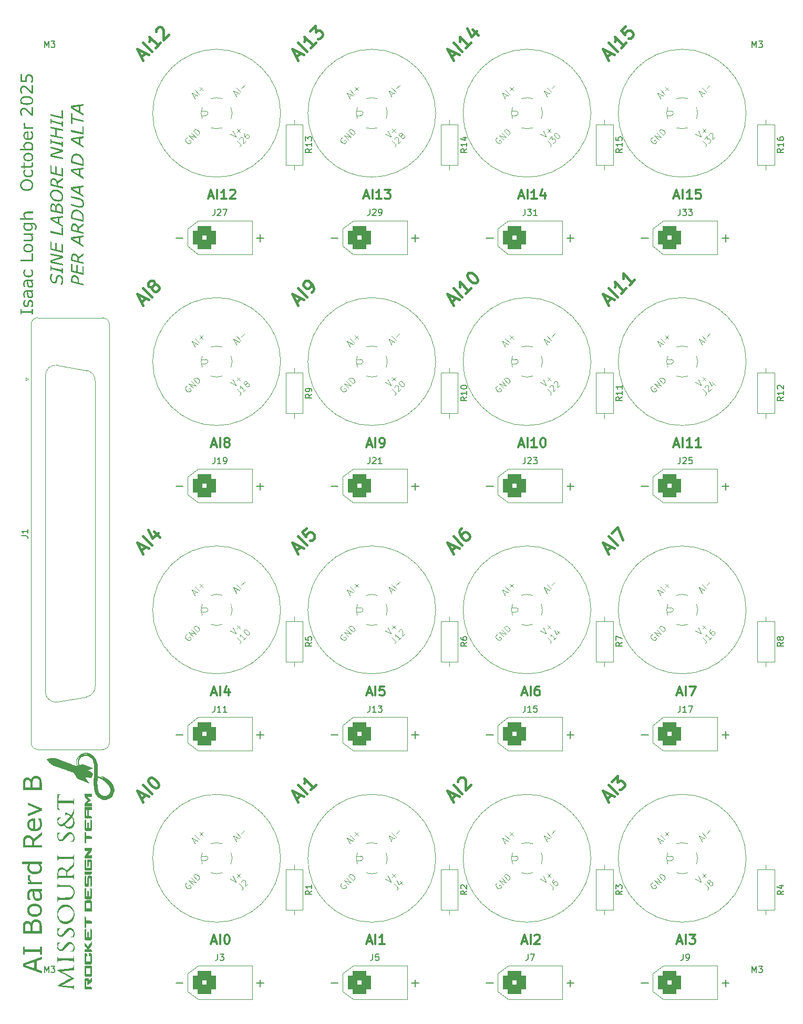
<source format=gto>
G04 #@! TF.GenerationSoftware,KiCad,Pcbnew,9.0.5*
G04 #@! TF.CreationDate,2025-10-19T17:50:37-05:00*
G04 #@! TF.ProjectId,AI_Board_Rev_B,41495f42-6f61-4726-945f-5265765f422e,B*
G04 #@! TF.SameCoordinates,Original*
G04 #@! TF.FileFunction,Legend,Top*
G04 #@! TF.FilePolarity,Positive*
%FSLAX46Y46*%
G04 Gerber Fmt 4.6, Leading zero omitted, Abs format (unit mm)*
G04 Created by KiCad (PCBNEW 9.0.5) date 2025-10-19 17:50:37*
%MOMM*%
%LPD*%
G01*
G04 APERTURE LIST*
G04 Aperture macros list*
%AMRoundRect*
0 Rectangle with rounded corners*
0 $1 Rounding radius*
0 $2 $3 $4 $5 $6 $7 $8 $9 X,Y pos of 4 corners*
0 Add a 4 corners polygon primitive as box body*
4,1,4,$2,$3,$4,$5,$6,$7,$8,$9,$2,$3,0*
0 Add four circle primitives for the rounded corners*
1,1,$1+$1,$2,$3*
1,1,$1+$1,$4,$5*
1,1,$1+$1,$6,$7*
1,1,$1+$1,$8,$9*
0 Add four rect primitives between the rounded corners*
20,1,$1+$1,$2,$3,$4,$5,0*
20,1,$1+$1,$4,$5,$6,$7,0*
20,1,$1+$1,$6,$7,$8,$9,0*
20,1,$1+$1,$8,$9,$2,$3,0*%
G04 Aperture macros list end*
%ADD10C,0.350000*%
%ADD11C,0.300000*%
%ADD12C,0.400000*%
%ADD13C,0.375000*%
%ADD14C,0.225000*%
%ADD15C,0.100000*%
%ADD16C,0.150000*%
%ADD17C,0.120000*%
%ADD18C,0.000000*%
%ADD19C,2.000000*%
%ADD20C,1.600000*%
%ADD21RoundRect,0.760000X-1.140000X-1.140000X1.140000X-1.140000X1.140000X1.140000X-1.140000X1.140000X0*%
%ADD22C,4.000000*%
%ADD23C,3.200000*%
%ADD24R,1.600000X1.600000*%
G04 APERTURE END LIST*
D10*
G36*
X25279478Y-56949593D02*
G01*
X25268938Y-57144638D01*
X25238079Y-57326704D01*
X25185980Y-57502958D01*
X25111073Y-57677803D01*
X24802716Y-57612224D01*
X24802716Y-57593051D01*
X24875895Y-57500834D01*
X24937817Y-57394215D01*
X24988341Y-57271383D01*
X25024779Y-57143063D01*
X25045935Y-57020635D01*
X25052821Y-56903187D01*
X25044358Y-56754957D01*
X25021023Y-56634140D01*
X24985228Y-56536144D01*
X24938393Y-56457077D01*
X24875196Y-56387465D01*
X24806480Y-56339907D01*
X24730936Y-56311632D01*
X24646279Y-56301983D01*
X24558555Y-56316239D01*
X24488986Y-56357304D01*
X24435987Y-56422554D01*
X24396052Y-56519237D01*
X24348913Y-56730385D01*
X24300309Y-56963270D01*
X24258330Y-57101805D01*
X24203214Y-57210765D01*
X24136178Y-57295319D01*
X24052562Y-57360516D01*
X23957581Y-57399405D01*
X23847605Y-57412799D01*
X23734807Y-57402907D01*
X23631656Y-57373928D01*
X23536148Y-57325896D01*
X23446807Y-57257514D01*
X23362783Y-57166236D01*
X23280662Y-57038838D01*
X23220383Y-56892500D01*
X23182538Y-56723858D01*
X23169220Y-56528762D01*
X23180759Y-56321186D01*
X23213428Y-56141515D01*
X23263216Y-55974336D01*
X23317353Y-55841585D01*
X23606903Y-55903012D01*
X23606903Y-55922185D01*
X23555509Y-55990614D01*
X23505771Y-56081331D01*
X23458282Y-56198912D01*
X23423767Y-56320033D01*
X23402916Y-56445662D01*
X23395878Y-56576634D01*
X23409316Y-56739246D01*
X23446433Y-56869368D01*
X23504321Y-56973529D01*
X23564190Y-57040247D01*
X23629001Y-57085680D01*
X23699962Y-57112613D01*
X23779217Y-57121784D01*
X23864403Y-57108337D01*
X23937852Y-57068539D01*
X23976532Y-57028054D01*
X24011072Y-56966877D01*
X24040434Y-56878640D01*
X24090382Y-56646365D01*
X24145703Y-56403099D01*
X24189848Y-56277875D01*
X24243104Y-56181490D01*
X24304461Y-56108787D01*
X24379833Y-56053432D01*
X24467097Y-56019936D01*
X24569709Y-56008281D01*
X24657594Y-56015358D01*
X24746161Y-56036895D01*
X24836422Y-56073860D01*
X24920486Y-56123274D01*
X24995931Y-56184054D01*
X25063446Y-56256920D01*
X25152687Y-56391553D01*
X25222081Y-56551355D01*
X25252874Y-56665278D01*
X25272519Y-56797149D01*
X25279478Y-56949593D01*
G37*
G36*
X25240400Y-55020319D02*
G01*
X25240400Y-55826442D01*
X25045005Y-55781257D01*
X25045005Y-55514910D01*
X23403693Y-55135113D01*
X23403693Y-55401459D01*
X23208299Y-55356397D01*
X23208299Y-54550395D01*
X23403693Y-54595458D01*
X23403693Y-54861805D01*
X25045005Y-55241603D01*
X25045005Y-54975256D01*
X25240400Y-55020319D01*
G37*
G36*
X25240400Y-53007269D02*
G01*
X25240400Y-53329792D01*
X23422622Y-53885811D01*
X25240400Y-54306641D01*
X25240400Y-54562119D01*
X23208299Y-54092074D01*
X23208299Y-53684921D01*
X24867807Y-53176774D01*
X23208299Y-52792824D01*
X23208299Y-52537346D01*
X25240400Y-53007269D01*
G37*
G36*
X23208299Y-50659118D02*
G01*
X23434956Y-50712363D01*
X23434956Y-51782269D01*
X24013323Y-51913427D01*
X24013323Y-50843644D01*
X24239981Y-50896889D01*
X24239981Y-51966672D01*
X25013742Y-52144237D01*
X25013742Y-51074453D01*
X25240400Y-51127698D01*
X25240400Y-52468103D01*
X23208299Y-51999401D01*
X23208299Y-50659118D01*
G37*
G36*
X25240400Y-48427960D02*
G01*
X25240400Y-49716341D01*
X23208299Y-49246296D01*
X23208299Y-48973110D01*
X25013742Y-49389788D01*
X25013742Y-48374715D01*
X25240400Y-48427960D01*
G37*
G36*
X25240400Y-46806554D02*
G01*
X24677664Y-46874820D01*
X24677664Y-47751896D01*
X25240400Y-48085287D01*
X25240400Y-48370807D01*
X23208299Y-47160339D01*
X23208299Y-47031868D01*
X23444360Y-47031868D01*
X24451007Y-47622081D01*
X24451007Y-46904861D01*
X23444360Y-47031868D01*
X23208299Y-47031868D01*
X23208299Y-46802402D01*
X25240400Y-46531903D01*
X25240400Y-46806554D01*
G37*
G36*
X23682285Y-44525671D02*
G01*
X23784805Y-44558848D01*
X23878746Y-44614108D01*
X23960211Y-44687460D01*
X24029458Y-44778557D01*
X24086718Y-44889980D01*
X24097831Y-44889980D01*
X24131339Y-44785320D01*
X24177620Y-44703111D01*
X24236073Y-44639387D01*
X24307952Y-44592121D01*
X24393424Y-44562882D01*
X24496069Y-44552559D01*
X24609700Y-44562176D01*
X24718908Y-44590909D01*
X24825187Y-44639387D01*
X24922874Y-44703822D01*
X25006110Y-44779411D01*
X25076146Y-44866777D01*
X25152815Y-45003450D01*
X25202786Y-45144115D01*
X25230111Y-45297514D01*
X25240400Y-45500709D01*
X25240400Y-46248092D01*
X23208299Y-45779513D01*
X23208299Y-45248040D01*
X23434956Y-45248040D01*
X23434956Y-45556763D01*
X24028955Y-45696104D01*
X24028955Y-45340852D01*
X24028685Y-45334014D01*
X24247797Y-45334014D01*
X24247797Y-45745319D01*
X25013742Y-45924226D01*
X25013742Y-45551268D01*
X25008241Y-45377962D01*
X24994081Y-45255490D01*
X24965996Y-45146960D01*
X24924105Y-45058019D01*
X24876071Y-44991536D01*
X24818221Y-44937249D01*
X24749593Y-44894132D01*
X24635483Y-44852117D01*
X24514021Y-44838078D01*
X24442466Y-44845191D01*
X24391167Y-44864090D01*
X24347988Y-44897951D01*
X24303484Y-44956903D01*
X24276152Y-45016663D01*
X24258665Y-45096976D01*
X24247797Y-45334014D01*
X24028685Y-45334014D01*
X24024459Y-45227130D01*
X24012224Y-45135933D01*
X23989937Y-45052297D01*
X23959102Y-44982914D01*
X23900702Y-44908291D01*
X23821349Y-44853099D01*
X23731319Y-44818834D01*
X23647326Y-44808037D01*
X23593939Y-44813212D01*
X23553903Y-44827210D01*
X23520227Y-44850274D01*
X23492720Y-44881798D01*
X23462719Y-44944246D01*
X23445092Y-45025291D01*
X23434956Y-45248040D01*
X23208299Y-45248040D01*
X23208299Y-45194795D01*
X23212734Y-44986427D01*
X23223320Y-44863480D01*
X23248255Y-44758931D01*
X23292563Y-44664666D01*
X23345798Y-44598242D01*
X23410288Y-44551948D01*
X23484796Y-44523917D01*
X23568679Y-44514335D01*
X23682285Y-44525671D01*
G37*
G36*
X24103089Y-42298498D02*
G01*
X24272399Y-42325182D01*
X24437329Y-42369516D01*
X24595938Y-42431604D01*
X24739178Y-42508775D01*
X24868540Y-42601058D01*
X24987659Y-42712239D01*
X25087769Y-42836628D01*
X25169935Y-42975360D01*
X25229953Y-43124607D01*
X25266787Y-43288135D01*
X25279478Y-43468609D01*
X25265660Y-43649584D01*
X25226794Y-43801403D01*
X25165298Y-43929210D01*
X25081520Y-44036962D01*
X24999179Y-44108226D01*
X24903966Y-44164576D01*
X24793964Y-44206271D01*
X24666628Y-44232592D01*
X24518906Y-44241882D01*
X24335252Y-44232498D01*
X24162905Y-44204980D01*
X24000501Y-44159938D01*
X23844537Y-44096640D01*
X23701650Y-44017902D01*
X23570633Y-43923511D01*
X23457801Y-43816089D01*
X23360702Y-43692534D01*
X23278763Y-43551285D01*
X23218359Y-43399947D01*
X23181712Y-43238290D01*
X23172260Y-43106519D01*
X23395878Y-43106519D01*
X23406036Y-43234419D01*
X23435704Y-43351266D01*
X23484538Y-43459083D01*
X23550092Y-43558339D01*
X23629725Y-43648303D01*
X23724506Y-43729582D01*
X23827288Y-43795822D01*
X23942095Y-43851909D01*
X24070232Y-43897621D01*
X24269515Y-43941625D01*
X24475309Y-43956362D01*
X24615018Y-43946351D01*
X24730179Y-43918461D01*
X24825143Y-43874874D01*
X24903344Y-43816289D01*
X24967035Y-43741754D01*
X25013366Y-43653452D01*
X25042488Y-43548629D01*
X25052821Y-43423546D01*
X25042796Y-43297391D01*
X25013418Y-43181190D01*
X24964894Y-43073058D01*
X24899764Y-42973338D01*
X24822034Y-42885036D01*
X24730909Y-42807321D01*
X24624596Y-42737303D01*
X24510123Y-42679510D01*
X24386649Y-42633787D01*
X24258691Y-42601738D01*
X24119584Y-42581890D01*
X23968016Y-42575046D01*
X23829751Y-42585041D01*
X23715713Y-42612900D01*
X23621594Y-42656477D01*
X23544011Y-42715120D01*
X23480891Y-42789577D01*
X23434971Y-42877657D01*
X23406113Y-42982079D01*
X23395878Y-43106519D01*
X23172260Y-43106519D01*
X23169220Y-43064143D01*
X23182917Y-42883914D01*
X23221487Y-42732280D01*
X23282573Y-42604233D01*
X23365836Y-42495912D01*
X23447713Y-42424171D01*
X23542646Y-42367437D01*
X23652589Y-42325435D01*
X23780147Y-42298899D01*
X23928449Y-42289526D01*
X24103089Y-42298498D01*
G37*
G36*
X25240400Y-40744568D02*
G01*
X24427559Y-41280193D01*
X24427559Y-41666829D01*
X25240400Y-41853919D01*
X25240400Y-42127227D01*
X23208299Y-41658647D01*
X23208299Y-41129861D01*
X23434956Y-41129861D01*
X23434956Y-41435898D01*
X24208718Y-41617614D01*
X24208718Y-41330751D01*
X24202217Y-41201415D01*
X24184538Y-41098476D01*
X24151113Y-41004451D01*
X24099541Y-40919446D01*
X24023618Y-40839451D01*
X23930403Y-40779495D01*
X23825507Y-40742064D01*
X23714004Y-40729547D01*
X23645926Y-40735418D01*
X23593348Y-40751407D01*
X23547977Y-40778828D01*
X23509084Y-40818330D01*
X23474250Y-40874926D01*
X23451199Y-40945458D01*
X23439404Y-41024838D01*
X23434956Y-41129861D01*
X23208299Y-41129861D01*
X23208299Y-41103972D01*
X23215003Y-40926770D01*
X23232235Y-40801965D01*
X23266363Y-40692030D01*
X23318819Y-40599854D01*
X23380846Y-40531153D01*
X23453763Y-40479565D01*
X23539333Y-40447549D01*
X23651478Y-40435845D01*
X23775777Y-40446017D01*
X23890224Y-40475843D01*
X23996754Y-40525184D01*
X24096854Y-40595092D01*
X24184655Y-40680036D01*
X24258033Y-40776989D01*
X24317637Y-40887192D01*
X24363446Y-41012381D01*
X25240400Y-40426198D01*
X25240400Y-40744568D01*
G37*
G36*
X23208299Y-38370772D02*
G01*
X23434956Y-38424017D01*
X23434956Y-39493923D01*
X24013323Y-39625081D01*
X24013323Y-38555298D01*
X24239981Y-38608543D01*
X24239981Y-39678326D01*
X25013742Y-39855891D01*
X25013742Y-38786107D01*
X25240400Y-38839352D01*
X25240400Y-40179757D01*
X23208299Y-39711055D01*
X23208299Y-38370772D01*
G37*
G36*
X25240400Y-35873145D02*
G01*
X25240400Y-36195667D01*
X23422622Y-36751686D01*
X25240400Y-37172517D01*
X25240400Y-37427995D01*
X23208299Y-36957949D01*
X23208299Y-36550797D01*
X24867807Y-36042649D01*
X23208299Y-35658700D01*
X23208299Y-35403222D01*
X25240400Y-35873145D01*
G37*
G36*
X25240400Y-34615294D02*
G01*
X25240400Y-35421418D01*
X25045005Y-35376233D01*
X25045005Y-35109886D01*
X23403693Y-34730088D01*
X23403693Y-34996435D01*
X23208299Y-34951372D01*
X23208299Y-34145371D01*
X23403693Y-34190434D01*
X23403693Y-34456781D01*
X25045005Y-34836578D01*
X25045005Y-34570231D01*
X25240400Y-34615294D01*
G37*
G36*
X23208299Y-32130978D02*
G01*
X25240400Y-32599558D01*
X25240400Y-32870057D01*
X24239981Y-32639247D01*
X24239981Y-33654321D01*
X25240400Y-33885252D01*
X25240400Y-34155751D01*
X23208299Y-33687049D01*
X23208299Y-33416550D01*
X24013323Y-33601076D01*
X24013323Y-32585880D01*
X23208299Y-32401477D01*
X23208299Y-32130978D01*
G37*
G36*
X25240400Y-31334624D02*
G01*
X25240400Y-32140748D01*
X25045005Y-32095563D01*
X25045005Y-31829216D01*
X23403693Y-31449418D01*
X23403693Y-31715765D01*
X23208299Y-31670702D01*
X23208299Y-30864701D01*
X23403693Y-30909764D01*
X23403693Y-31176111D01*
X25045005Y-31555908D01*
X25045005Y-31289561D01*
X25240400Y-31334624D01*
G37*
G36*
X25240400Y-29588044D02*
G01*
X25240400Y-30876425D01*
X23208299Y-30406379D01*
X23208299Y-30133194D01*
X25013742Y-30549872D01*
X25013742Y-29534799D01*
X25240400Y-29588044D01*
G37*
G36*
X27167771Y-56060817D02*
G01*
X27272980Y-56084877D01*
X27374911Y-56125151D01*
X27470070Y-56179831D01*
X27556753Y-56247837D01*
X27635640Y-56330071D01*
X27726487Y-56463070D01*
X27790979Y-56610828D01*
X27818328Y-56715453D01*
X27835966Y-56839003D01*
X27842270Y-56984398D01*
X27842270Y-57280908D01*
X28600400Y-57457130D01*
X28600400Y-57730437D01*
X26568299Y-57260392D01*
X26568299Y-56784973D01*
X26794956Y-56784973D01*
X26794956Y-57037765D01*
X27615612Y-57230350D01*
X27615612Y-56987206D01*
X27607435Y-56830292D01*
X27585937Y-56714631D01*
X27546793Y-56612206D01*
X27491171Y-56526687D01*
X27408031Y-56444552D01*
X27318125Y-56388079D01*
X27218054Y-56354017D01*
X27104534Y-56342283D01*
X27037415Y-56348192D01*
X26976185Y-56365486D01*
X26921846Y-56395325D01*
X26878732Y-56437904D01*
X26840853Y-56501016D01*
X26814618Y-56576634D01*
X26800465Y-56662588D01*
X26794956Y-56784973D01*
X26568299Y-56784973D01*
X26568299Y-56724890D01*
X26577382Y-56547218D01*
X26601150Y-56417510D01*
X26642623Y-56303804D01*
X26695550Y-56218086D01*
X26764105Y-56146779D01*
X26845393Y-56095109D01*
X26939486Y-56063984D01*
X27058128Y-56052733D01*
X27167771Y-56060817D01*
G37*
G36*
X26568299Y-54231903D02*
G01*
X26794956Y-54285148D01*
X26794956Y-55355054D01*
X27373323Y-55486212D01*
X27373323Y-54416428D01*
X27599981Y-54469673D01*
X27599981Y-55539457D01*
X28373742Y-55717022D01*
X28373742Y-54647238D01*
X28600400Y-54700483D01*
X28600400Y-56040888D01*
X26568299Y-55572186D01*
X26568299Y-54231903D01*
G37*
G36*
X28600400Y-52889300D02*
G01*
X27787559Y-53424925D01*
X27787559Y-53811561D01*
X28600400Y-53998651D01*
X28600400Y-54271959D01*
X26568299Y-53803379D01*
X26568299Y-53274593D01*
X26794956Y-53274593D01*
X26794956Y-53580629D01*
X27568718Y-53762346D01*
X27568718Y-53475483D01*
X27562217Y-53346147D01*
X27544538Y-53243208D01*
X27511113Y-53149183D01*
X27459541Y-53064178D01*
X27383618Y-52984182D01*
X27290403Y-52924227D01*
X27185507Y-52886796D01*
X27074004Y-52874279D01*
X27005926Y-52880150D01*
X26953348Y-52896139D01*
X26907977Y-52923559D01*
X26869084Y-52963061D01*
X26834250Y-53019658D01*
X26811199Y-53090190D01*
X26799404Y-53169570D01*
X26794956Y-53274593D01*
X26568299Y-53274593D01*
X26568299Y-53248703D01*
X26575003Y-53071502D01*
X26592235Y-52946697D01*
X26626363Y-52836762D01*
X26678819Y-52744586D01*
X26740846Y-52675885D01*
X26813763Y-52624296D01*
X26899333Y-52592280D01*
X27011478Y-52580577D01*
X27135777Y-52590748D01*
X27250224Y-52620574D01*
X27356754Y-52669916D01*
X27456854Y-52739823D01*
X27544655Y-52824767D01*
X27618033Y-52921720D01*
X27677637Y-53031923D01*
X27723446Y-53157112D01*
X28600400Y-52570929D01*
X28600400Y-52889300D01*
G37*
G36*
X28600400Y-49990504D02*
G01*
X28037664Y-50058770D01*
X28037664Y-50935846D01*
X28600400Y-51269237D01*
X28600400Y-51554757D01*
X26568299Y-50344289D01*
X26568299Y-50215818D01*
X26804360Y-50215818D01*
X27811007Y-50806031D01*
X27811007Y-50088811D01*
X26804360Y-50215818D01*
X26568299Y-50215818D01*
X26568299Y-49986352D01*
X28600400Y-49715853D01*
X28600400Y-49990504D01*
G37*
G36*
X28600400Y-48049384D02*
G01*
X27787559Y-48585008D01*
X27787559Y-48971645D01*
X28600400Y-49158735D01*
X28600400Y-49432042D01*
X26568299Y-48963463D01*
X26568299Y-48434677D01*
X26794956Y-48434677D01*
X26794956Y-48740713D01*
X27568718Y-48922430D01*
X27568718Y-48635567D01*
X27562217Y-48506230D01*
X27544538Y-48403292D01*
X27511113Y-48309267D01*
X27459541Y-48224262D01*
X27383618Y-48144266D01*
X27290403Y-48084310D01*
X27185507Y-48046879D01*
X27074004Y-48034363D01*
X27005926Y-48040234D01*
X26953348Y-48056222D01*
X26907977Y-48083643D01*
X26869084Y-48123145D01*
X26834250Y-48179742D01*
X26811199Y-48250273D01*
X26799404Y-48329653D01*
X26794956Y-48434677D01*
X26568299Y-48434677D01*
X26568299Y-48408787D01*
X26575003Y-48231586D01*
X26592235Y-48106781D01*
X26626363Y-47996846D01*
X26678819Y-47904670D01*
X26740846Y-47835968D01*
X26813763Y-47784380D01*
X26899333Y-47752364D01*
X27011478Y-47740661D01*
X27135777Y-47750832D01*
X27250224Y-47780658D01*
X27356754Y-47830000D01*
X27456854Y-47899907D01*
X27544655Y-47984851D01*
X27618033Y-48081804D01*
X27677637Y-48192007D01*
X27723446Y-48317196D01*
X28600400Y-47731013D01*
X28600400Y-48049384D01*
G37*
G36*
X27511681Y-45516777D02*
G01*
X27670621Y-45548292D01*
X27825697Y-45600969D01*
X27978069Y-45675710D01*
X28119456Y-45768996D01*
X28242352Y-45876738D01*
X28348235Y-45999592D01*
X28437978Y-46138794D01*
X28496081Y-46261403D01*
X28539076Y-46384170D01*
X28567671Y-46507723D01*
X28591729Y-46702616D01*
X28600400Y-46935270D01*
X28600400Y-47484572D01*
X26568299Y-47014527D01*
X26568299Y-46569150D01*
X26794956Y-46569150D01*
X26794956Y-46794586D01*
X28373742Y-47163515D01*
X28373742Y-46880682D01*
X28365307Y-46690703D01*
X28341868Y-46531659D01*
X28298609Y-46382187D01*
X28232570Y-46241254D01*
X28163272Y-46137950D01*
X28080794Y-46048330D01*
X27984257Y-45971338D01*
X27872189Y-45906519D01*
X27711870Y-45842736D01*
X27545718Y-45804570D01*
X27371858Y-45791725D01*
X27269895Y-45798349D01*
X27181690Y-45817157D01*
X27105145Y-45847046D01*
X27035297Y-45889747D01*
X26973305Y-45945122D01*
X26918543Y-46014474D01*
X26857026Y-46129381D01*
X26820113Y-46250779D01*
X26801934Y-46384766D01*
X26794956Y-46569150D01*
X26568299Y-46569150D01*
X26568299Y-46541795D01*
X26576360Y-46325494D01*
X26599074Y-46138183D01*
X26627470Y-46019506D01*
X26671252Y-45908501D01*
X26730721Y-45804059D01*
X26802101Y-45714880D01*
X26886068Y-45641491D01*
X26983878Y-45582775D01*
X27090538Y-45541177D01*
X27210956Y-45515255D01*
X27347556Y-45506205D01*
X27511681Y-45516777D01*
G37*
G36*
X27782186Y-43621017D02*
G01*
X27999708Y-43683813D01*
X28170044Y-43756327D01*
X28271865Y-43817297D01*
X28361703Y-43889510D01*
X28440543Y-43973459D01*
X28528833Y-44105187D01*
X28590508Y-44246156D01*
X28626442Y-44400277D01*
X28639478Y-44591027D01*
X28628761Y-44753821D01*
X28599372Y-44883956D01*
X28554358Y-44987472D01*
X28495131Y-45069255D01*
X28418035Y-45136559D01*
X28327697Y-45185191D01*
X28221493Y-45215572D01*
X28095794Y-45226303D01*
X27936425Y-45214701D01*
X27782430Y-45185270D01*
X26568299Y-44903902D01*
X26568299Y-44630594D01*
X27793177Y-44914771D01*
X27936425Y-44941393D01*
X28060745Y-44951652D01*
X28170442Y-44939181D01*
X28255771Y-44904604D01*
X28322451Y-44849192D01*
X28370002Y-44775507D01*
X28401211Y-44676101D01*
X28412821Y-44543155D01*
X28401035Y-44402576D01*
X28368002Y-44286334D01*
X28312026Y-44183064D01*
X28233425Y-44093749D01*
X28144562Y-44027303D01*
X28046579Y-43975535D01*
X27938052Y-43935438D01*
X27799771Y-43898354D01*
X26568299Y-43612712D01*
X26568299Y-43339527D01*
X27782186Y-43621017D01*
G37*
G36*
X28600400Y-41942213D02*
G01*
X28037664Y-42010479D01*
X28037664Y-42887555D01*
X28600400Y-43220947D01*
X28600400Y-43506467D01*
X26568299Y-42295999D01*
X26568299Y-42167527D01*
X26804360Y-42167527D01*
X27811007Y-42757740D01*
X27811007Y-42040521D01*
X26804360Y-42167527D01*
X26568299Y-42167527D01*
X26568299Y-41938061D01*
X28600400Y-41667562D01*
X28600400Y-41942213D01*
G37*
G36*
X28600400Y-39048424D02*
G01*
X28037664Y-39116690D01*
X28037664Y-39993766D01*
X28600400Y-40327158D01*
X28600400Y-40612677D01*
X26568299Y-39402210D01*
X26568299Y-39273738D01*
X26804360Y-39273738D01*
X27811007Y-39863951D01*
X27811007Y-39146732D01*
X26804360Y-39273738D01*
X26568299Y-39273738D01*
X26568299Y-39044272D01*
X28600400Y-38773773D01*
X28600400Y-39048424D01*
G37*
G36*
X27511681Y-36520825D02*
G01*
X27670621Y-36552340D01*
X27825697Y-36605016D01*
X27978069Y-36679757D01*
X28119456Y-36773044D01*
X28242352Y-36880786D01*
X28348235Y-37003640D01*
X28437978Y-37142841D01*
X28496081Y-37265451D01*
X28539076Y-37388217D01*
X28567671Y-37511770D01*
X28591729Y-37706663D01*
X28600400Y-37939317D01*
X28600400Y-38488620D01*
X26568299Y-38018574D01*
X26568299Y-37573197D01*
X26794956Y-37573197D01*
X26794956Y-37798634D01*
X28373742Y-38167562D01*
X28373742Y-37884729D01*
X28365307Y-37694751D01*
X28341868Y-37535706D01*
X28298609Y-37386234D01*
X28232570Y-37245301D01*
X28163272Y-37141998D01*
X28080794Y-37052377D01*
X27984257Y-36975385D01*
X27872189Y-36910567D01*
X27711870Y-36846783D01*
X27545718Y-36808617D01*
X27371858Y-36795772D01*
X27269895Y-36802396D01*
X27181690Y-36821204D01*
X27105145Y-36851093D01*
X27035297Y-36893795D01*
X26973305Y-36949170D01*
X26918543Y-37018522D01*
X26857026Y-37133429D01*
X26820113Y-37254827D01*
X26801934Y-37388814D01*
X26794956Y-37573197D01*
X26568299Y-37573197D01*
X26568299Y-37545842D01*
X26576360Y-37329541D01*
X26599074Y-37142231D01*
X26627470Y-37023554D01*
X26671252Y-36912549D01*
X26730721Y-36808107D01*
X26802101Y-36718928D01*
X26886068Y-36645538D01*
X26983878Y-36586823D01*
X27090538Y-36545225D01*
X27210956Y-36519302D01*
X27347556Y-36510252D01*
X27511681Y-36520825D01*
G37*
G36*
X28600400Y-34011160D02*
G01*
X28037664Y-34079426D01*
X28037664Y-34956502D01*
X28600400Y-35289893D01*
X28600400Y-35575413D01*
X26568299Y-34364945D01*
X26568299Y-34236474D01*
X26804360Y-34236474D01*
X27811007Y-34826687D01*
X27811007Y-34109467D01*
X26804360Y-34236474D01*
X26568299Y-34236474D01*
X26568299Y-34007008D01*
X28600400Y-33736509D01*
X28600400Y-34011160D01*
G37*
G36*
X28600400Y-32164317D02*
G01*
X28600400Y-33452698D01*
X26568299Y-32982653D01*
X26568299Y-32709467D01*
X28373742Y-33126146D01*
X28373742Y-32111072D01*
X28600400Y-32164317D01*
G37*
G36*
X26794956Y-30026338D02*
G01*
X26794956Y-30751861D01*
X28600400Y-31168539D01*
X28600400Y-31441847D01*
X26794956Y-31025047D01*
X26794956Y-31750570D01*
X26568299Y-31698668D01*
X26568299Y-29974436D01*
X26794956Y-30026338D01*
G37*
G36*
X28600400Y-28817580D02*
G01*
X28037664Y-28885846D01*
X28037664Y-29762922D01*
X28600400Y-30096313D01*
X28600400Y-30381833D01*
X26568299Y-29171366D01*
X26568299Y-29042894D01*
X26804360Y-29042894D01*
X27811007Y-29633107D01*
X27811007Y-28915888D01*
X26804360Y-29042894D01*
X26568299Y-29042894D01*
X26568299Y-28813428D01*
X28600400Y-28542929D01*
X28600400Y-28817580D01*
G37*
D11*
X74233082Y-83372257D02*
X74947368Y-83372257D01*
X74090225Y-83800828D02*
X74590225Y-82300828D01*
X74590225Y-82300828D02*
X75090225Y-83800828D01*
X75590224Y-83800828D02*
X75590224Y-82300828D01*
X76375939Y-83800828D02*
X76661653Y-83800828D01*
X76661653Y-83800828D02*
X76804510Y-83729400D01*
X76804510Y-83729400D02*
X76875939Y-83657971D01*
X76875939Y-83657971D02*
X77018796Y-83443685D01*
X77018796Y-83443685D02*
X77090225Y-83157971D01*
X77090225Y-83157971D02*
X77090225Y-82586542D01*
X77090225Y-82586542D02*
X77018796Y-82443685D01*
X77018796Y-82443685D02*
X76947368Y-82372257D01*
X76947368Y-82372257D02*
X76804510Y-82300828D01*
X76804510Y-82300828D02*
X76518796Y-82300828D01*
X76518796Y-82300828D02*
X76375939Y-82372257D01*
X76375939Y-82372257D02*
X76304510Y-82443685D01*
X76304510Y-82443685D02*
X76233082Y-82586542D01*
X76233082Y-82586542D02*
X76233082Y-82943685D01*
X76233082Y-82943685D02*
X76304510Y-83086542D01*
X76304510Y-83086542D02*
X76375939Y-83157971D01*
X76375939Y-83157971D02*
X76518796Y-83229400D01*
X76518796Y-83229400D02*
X76804510Y-83229400D01*
X76804510Y-83229400D02*
X76947368Y-83157971D01*
X76947368Y-83157971D02*
X77018796Y-83086542D01*
X77018796Y-83086542D02*
X77090225Y-82943685D01*
X99233082Y-123372257D02*
X99947368Y-123372257D01*
X99090225Y-123800828D02*
X99590225Y-122300828D01*
X99590225Y-122300828D02*
X100090225Y-123800828D01*
X100590224Y-123800828D02*
X100590224Y-122300828D01*
X101947368Y-122300828D02*
X101661653Y-122300828D01*
X101661653Y-122300828D02*
X101518796Y-122372257D01*
X101518796Y-122372257D02*
X101447368Y-122443685D01*
X101447368Y-122443685D02*
X101304510Y-122657971D01*
X101304510Y-122657971D02*
X101233082Y-122943685D01*
X101233082Y-122943685D02*
X101233082Y-123515114D01*
X101233082Y-123515114D02*
X101304510Y-123657971D01*
X101304510Y-123657971D02*
X101375939Y-123729400D01*
X101375939Y-123729400D02*
X101518796Y-123800828D01*
X101518796Y-123800828D02*
X101804510Y-123800828D01*
X101804510Y-123800828D02*
X101947368Y-123729400D01*
X101947368Y-123729400D02*
X102018796Y-123657971D01*
X102018796Y-123657971D02*
X102090225Y-123515114D01*
X102090225Y-123515114D02*
X102090225Y-123157971D01*
X102090225Y-123157971D02*
X102018796Y-123015114D01*
X102018796Y-123015114D02*
X101947368Y-122943685D01*
X101947368Y-122943685D02*
X101804510Y-122872257D01*
X101804510Y-122872257D02*
X101518796Y-122872257D01*
X101518796Y-122872257D02*
X101375939Y-122943685D01*
X101375939Y-122943685D02*
X101304510Y-123015114D01*
X101304510Y-123015114D02*
X101233082Y-123157971D01*
D12*
X37863612Y-20952704D02*
X38537047Y-20279269D01*
X38132986Y-21491452D02*
X37190177Y-19605834D01*
X37190177Y-19605834D02*
X39075795Y-20548643D01*
X39547200Y-20077238D02*
X38132986Y-18663024D01*
X40961413Y-18663024D02*
X40153291Y-19471146D01*
X40557352Y-19067085D02*
X39143139Y-17652872D01*
X39143139Y-17652872D02*
X39210482Y-17989589D01*
X39210482Y-17989589D02*
X39210482Y-18258963D01*
X39210482Y-18258963D02*
X39143139Y-18460994D01*
X40220635Y-16844750D02*
X40220635Y-16710063D01*
X40220635Y-16710063D02*
X40287978Y-16508032D01*
X40287978Y-16508032D02*
X40624696Y-16171315D01*
X40624696Y-16171315D02*
X40826726Y-16103971D01*
X40826726Y-16103971D02*
X40961413Y-16103971D01*
X40961413Y-16103971D02*
X41163444Y-16171315D01*
X41163444Y-16171315D02*
X41298131Y-16306002D01*
X41298131Y-16306002D02*
X41432818Y-16575376D01*
X41432818Y-16575376D02*
X41432818Y-18191620D01*
X41432818Y-18191620D02*
X42308283Y-17316154D01*
X112863612Y-20952704D02*
X113537047Y-20279269D01*
X113132986Y-21491452D02*
X112190177Y-19605834D01*
X112190177Y-19605834D02*
X114075795Y-20548643D01*
X114547200Y-20077238D02*
X113132986Y-18663024D01*
X115961413Y-18663024D02*
X115153291Y-19471146D01*
X115557352Y-19067085D02*
X114143139Y-17652872D01*
X114143139Y-17652872D02*
X114210482Y-17989589D01*
X114210482Y-17989589D02*
X114210482Y-18258963D01*
X114210482Y-18258963D02*
X114143139Y-18460994D01*
X115826726Y-15969284D02*
X115153291Y-16642719D01*
X115153291Y-16642719D02*
X115759383Y-17383498D01*
X115759383Y-17383498D02*
X115759383Y-17248811D01*
X115759383Y-17248811D02*
X115826726Y-17046780D01*
X115826726Y-17046780D02*
X116163444Y-16710063D01*
X116163444Y-16710063D02*
X116365474Y-16642719D01*
X116365474Y-16642719D02*
X116500161Y-16642719D01*
X116500161Y-16642719D02*
X116702192Y-16710063D01*
X116702192Y-16710063D02*
X117038909Y-17046780D01*
X117038909Y-17046780D02*
X117106253Y-17248811D01*
X117106253Y-17248811D02*
X117106253Y-17383498D01*
X117106253Y-17383498D02*
X117038909Y-17585528D01*
X117038909Y-17585528D02*
X116702192Y-17922246D01*
X116702192Y-17922246D02*
X116500161Y-17989589D01*
X116500161Y-17989589D02*
X116365474Y-17989589D01*
D11*
X49233082Y-83372257D02*
X49947368Y-83372257D01*
X49090225Y-83800828D02*
X49590225Y-82300828D01*
X49590225Y-82300828D02*
X50090225Y-83800828D01*
X50590224Y-83800828D02*
X50590224Y-82300828D01*
X51518796Y-82943685D02*
X51375939Y-82872257D01*
X51375939Y-82872257D02*
X51304510Y-82800828D01*
X51304510Y-82800828D02*
X51233082Y-82657971D01*
X51233082Y-82657971D02*
X51233082Y-82586542D01*
X51233082Y-82586542D02*
X51304510Y-82443685D01*
X51304510Y-82443685D02*
X51375939Y-82372257D01*
X51375939Y-82372257D02*
X51518796Y-82300828D01*
X51518796Y-82300828D02*
X51804510Y-82300828D01*
X51804510Y-82300828D02*
X51947368Y-82372257D01*
X51947368Y-82372257D02*
X52018796Y-82443685D01*
X52018796Y-82443685D02*
X52090225Y-82586542D01*
X52090225Y-82586542D02*
X52090225Y-82657971D01*
X52090225Y-82657971D02*
X52018796Y-82800828D01*
X52018796Y-82800828D02*
X51947368Y-82872257D01*
X51947368Y-82872257D02*
X51804510Y-82943685D01*
X51804510Y-82943685D02*
X51518796Y-82943685D01*
X51518796Y-82943685D02*
X51375939Y-83015114D01*
X51375939Y-83015114D02*
X51304510Y-83086542D01*
X51304510Y-83086542D02*
X51233082Y-83229400D01*
X51233082Y-83229400D02*
X51233082Y-83515114D01*
X51233082Y-83515114D02*
X51304510Y-83657971D01*
X51304510Y-83657971D02*
X51375939Y-83729400D01*
X51375939Y-83729400D02*
X51518796Y-83800828D01*
X51518796Y-83800828D02*
X51804510Y-83800828D01*
X51804510Y-83800828D02*
X51947368Y-83729400D01*
X51947368Y-83729400D02*
X52018796Y-83657971D01*
X52018796Y-83657971D02*
X52090225Y-83515114D01*
X52090225Y-83515114D02*
X52090225Y-83229400D01*
X52090225Y-83229400D02*
X52018796Y-83086542D01*
X52018796Y-83086542D02*
X51947368Y-83015114D01*
X51947368Y-83015114D02*
X51804510Y-82943685D01*
X123733082Y-83372257D02*
X124447368Y-83372257D01*
X123590225Y-83800828D02*
X124090225Y-82300828D01*
X124090225Y-82300828D02*
X124590225Y-83800828D01*
X125090224Y-83800828D02*
X125090224Y-82300828D01*
X126590225Y-83800828D02*
X125733082Y-83800828D01*
X126161653Y-83800828D02*
X126161653Y-82300828D01*
X126161653Y-82300828D02*
X126018796Y-82515114D01*
X126018796Y-82515114D02*
X125875939Y-82657971D01*
X125875939Y-82657971D02*
X125733082Y-82729400D01*
X128018796Y-83800828D02*
X127161653Y-83800828D01*
X127590224Y-83800828D02*
X127590224Y-82300828D01*
X127590224Y-82300828D02*
X127447367Y-82515114D01*
X127447367Y-82515114D02*
X127304510Y-82657971D01*
X127304510Y-82657971D02*
X127161653Y-82729400D01*
D12*
X62863612Y-100452704D02*
X63537047Y-99779269D01*
X63132986Y-100991452D02*
X62190177Y-99105834D01*
X62190177Y-99105834D02*
X64075795Y-100048643D01*
X64547200Y-99577238D02*
X63132986Y-98163024D01*
X64479856Y-96816154D02*
X63806421Y-97489589D01*
X63806421Y-97489589D02*
X64412513Y-98230368D01*
X64412513Y-98230368D02*
X64412513Y-98095681D01*
X64412513Y-98095681D02*
X64479856Y-97893650D01*
X64479856Y-97893650D02*
X64816574Y-97556933D01*
X64816574Y-97556933D02*
X65018604Y-97489589D01*
X65018604Y-97489589D02*
X65153291Y-97489589D01*
X65153291Y-97489589D02*
X65355322Y-97556933D01*
X65355322Y-97556933D02*
X65692039Y-97893650D01*
X65692039Y-97893650D02*
X65759383Y-98095681D01*
X65759383Y-98095681D02*
X65759383Y-98230368D01*
X65759383Y-98230368D02*
X65692039Y-98432398D01*
X65692039Y-98432398D02*
X65355322Y-98769116D01*
X65355322Y-98769116D02*
X65153291Y-98836459D01*
X65153291Y-98836459D02*
X65018604Y-98836459D01*
X62863612Y-60452704D02*
X63537047Y-59779269D01*
X63132986Y-60991452D02*
X62190177Y-59105834D01*
X62190177Y-59105834D02*
X64075795Y-60048643D01*
X64547200Y-59577238D02*
X63132986Y-58163024D01*
X65287978Y-58836459D02*
X65557352Y-58567085D01*
X65557352Y-58567085D02*
X65624696Y-58365055D01*
X65624696Y-58365055D02*
X65624696Y-58230368D01*
X65624696Y-58230368D02*
X65557352Y-57893650D01*
X65557352Y-57893650D02*
X65355322Y-57556933D01*
X65355322Y-57556933D02*
X64816574Y-57018185D01*
X64816574Y-57018185D02*
X64614543Y-56950841D01*
X64614543Y-56950841D02*
X64479856Y-56950841D01*
X64479856Y-56950841D02*
X64277826Y-57018185D01*
X64277826Y-57018185D02*
X64008452Y-57287559D01*
X64008452Y-57287559D02*
X63941108Y-57489589D01*
X63941108Y-57489589D02*
X63941108Y-57624276D01*
X63941108Y-57624276D02*
X64008452Y-57826307D01*
X64008452Y-57826307D02*
X64345169Y-58163024D01*
X64345169Y-58163024D02*
X64547200Y-58230368D01*
X64547200Y-58230368D02*
X64681887Y-58230368D01*
X64681887Y-58230368D02*
X64883917Y-58163024D01*
X64883917Y-58163024D02*
X65153291Y-57893650D01*
X65153291Y-57893650D02*
X65220635Y-57691620D01*
X65220635Y-57691620D02*
X65220635Y-57556933D01*
X65220635Y-57556933D02*
X65153291Y-57354902D01*
D11*
X74233082Y-163372257D02*
X74947368Y-163372257D01*
X74090225Y-163800828D02*
X74590225Y-162300828D01*
X74590225Y-162300828D02*
X75090225Y-163800828D01*
X75590224Y-163800828D02*
X75590224Y-162300828D01*
X77090225Y-163800828D02*
X76233082Y-163800828D01*
X76661653Y-163800828D02*
X76661653Y-162300828D01*
X76661653Y-162300828D02*
X76518796Y-162515114D01*
X76518796Y-162515114D02*
X76375939Y-162657971D01*
X76375939Y-162657971D02*
X76233082Y-162729400D01*
D12*
X112863612Y-60452704D02*
X113537047Y-59779269D01*
X113132986Y-60991452D02*
X112190177Y-59105834D01*
X112190177Y-59105834D02*
X114075795Y-60048643D01*
X114547200Y-59577238D02*
X113132986Y-58163024D01*
X115961413Y-58163024D02*
X115153291Y-58971146D01*
X115557352Y-58567085D02*
X114143139Y-57152872D01*
X114143139Y-57152872D02*
X114210482Y-57489589D01*
X114210482Y-57489589D02*
X114210482Y-57758963D01*
X114210482Y-57758963D02*
X114143139Y-57960994D01*
X117308283Y-56816154D02*
X116500161Y-57624276D01*
X116904222Y-57220215D02*
X115490009Y-55806002D01*
X115490009Y-55806002D02*
X115557352Y-56142719D01*
X115557352Y-56142719D02*
X115557352Y-56412093D01*
X115557352Y-56412093D02*
X115490009Y-56614124D01*
D11*
X124233082Y-163372257D02*
X124947368Y-163372257D01*
X124090225Y-163800828D02*
X124590225Y-162300828D01*
X124590225Y-162300828D02*
X125090225Y-163800828D01*
X125590224Y-163800828D02*
X125590224Y-162300828D01*
X126161653Y-162300828D02*
X127090225Y-162300828D01*
X127090225Y-162300828D02*
X126590225Y-162872257D01*
X126590225Y-162872257D02*
X126804510Y-162872257D01*
X126804510Y-162872257D02*
X126947368Y-162943685D01*
X126947368Y-162943685D02*
X127018796Y-163015114D01*
X127018796Y-163015114D02*
X127090225Y-163157971D01*
X127090225Y-163157971D02*
X127090225Y-163515114D01*
X127090225Y-163515114D02*
X127018796Y-163657971D01*
X127018796Y-163657971D02*
X126947368Y-163729400D01*
X126947368Y-163729400D02*
X126804510Y-163800828D01*
X126804510Y-163800828D02*
X126375939Y-163800828D01*
X126375939Y-163800828D02*
X126233082Y-163729400D01*
X126233082Y-163729400D02*
X126161653Y-163657971D01*
X99233082Y-163372257D02*
X99947368Y-163372257D01*
X99090225Y-163800828D02*
X99590225Y-162300828D01*
X99590225Y-162300828D02*
X100090225Y-163800828D01*
X100590224Y-163800828D02*
X100590224Y-162300828D01*
X101233082Y-162443685D02*
X101304510Y-162372257D01*
X101304510Y-162372257D02*
X101447368Y-162300828D01*
X101447368Y-162300828D02*
X101804510Y-162300828D01*
X101804510Y-162300828D02*
X101947368Y-162372257D01*
X101947368Y-162372257D02*
X102018796Y-162443685D01*
X102018796Y-162443685D02*
X102090225Y-162586542D01*
X102090225Y-162586542D02*
X102090225Y-162729400D01*
X102090225Y-162729400D02*
X102018796Y-162943685D01*
X102018796Y-162943685D02*
X101161653Y-163800828D01*
X101161653Y-163800828D02*
X102090225Y-163800828D01*
D12*
X112863612Y-100452704D02*
X113537047Y-99779269D01*
X113132986Y-100991452D02*
X112190177Y-99105834D01*
X112190177Y-99105834D02*
X114075795Y-100048643D01*
X114547200Y-99577238D02*
X113132986Y-98163024D01*
X113671734Y-97624276D02*
X114614543Y-96681467D01*
X114614543Y-96681467D02*
X115422665Y-98701772D01*
D11*
X123733082Y-43372257D02*
X124447368Y-43372257D01*
X123590225Y-43800828D02*
X124090225Y-42300828D01*
X124090225Y-42300828D02*
X124590225Y-43800828D01*
X125090224Y-43800828D02*
X125090224Y-42300828D01*
X126590225Y-43800828D02*
X125733082Y-43800828D01*
X126161653Y-43800828D02*
X126161653Y-42300828D01*
X126161653Y-42300828D02*
X126018796Y-42515114D01*
X126018796Y-42515114D02*
X125875939Y-42657971D01*
X125875939Y-42657971D02*
X125733082Y-42729400D01*
X127947367Y-42300828D02*
X127233081Y-42300828D01*
X127233081Y-42300828D02*
X127161653Y-43015114D01*
X127161653Y-43015114D02*
X127233081Y-42943685D01*
X127233081Y-42943685D02*
X127375939Y-42872257D01*
X127375939Y-42872257D02*
X127733081Y-42872257D01*
X127733081Y-42872257D02*
X127875939Y-42943685D01*
X127875939Y-42943685D02*
X127947367Y-43015114D01*
X127947367Y-43015114D02*
X128018796Y-43157971D01*
X128018796Y-43157971D02*
X128018796Y-43515114D01*
X128018796Y-43515114D02*
X127947367Y-43657971D01*
X127947367Y-43657971D02*
X127875939Y-43729400D01*
X127875939Y-43729400D02*
X127733081Y-43800828D01*
X127733081Y-43800828D02*
X127375939Y-43800828D01*
X127375939Y-43800828D02*
X127233081Y-43729400D01*
X127233081Y-43729400D02*
X127161653Y-43657971D01*
D12*
X37863612Y-140452704D02*
X38537047Y-139779269D01*
X38132986Y-140991452D02*
X37190177Y-139105834D01*
X37190177Y-139105834D02*
X39075795Y-140048643D01*
X39547200Y-139577238D02*
X38132986Y-138163024D01*
X39075795Y-137220215D02*
X39210482Y-137085528D01*
X39210482Y-137085528D02*
X39412513Y-137018185D01*
X39412513Y-137018185D02*
X39547200Y-137018185D01*
X39547200Y-137018185D02*
X39749230Y-137085528D01*
X39749230Y-137085528D02*
X40085948Y-137287559D01*
X40085948Y-137287559D02*
X40422665Y-137624276D01*
X40422665Y-137624276D02*
X40624696Y-137960994D01*
X40624696Y-137960994D02*
X40692039Y-138163024D01*
X40692039Y-138163024D02*
X40692039Y-138297711D01*
X40692039Y-138297711D02*
X40624696Y-138499742D01*
X40624696Y-138499742D02*
X40490009Y-138634429D01*
X40490009Y-138634429D02*
X40287978Y-138701772D01*
X40287978Y-138701772D02*
X40153291Y-138701772D01*
X40153291Y-138701772D02*
X39951261Y-138634429D01*
X39951261Y-138634429D02*
X39614543Y-138432398D01*
X39614543Y-138432398D02*
X39277826Y-138095681D01*
X39277826Y-138095681D02*
X39075795Y-137758963D01*
X39075795Y-137758963D02*
X39008452Y-137556933D01*
X39008452Y-137556933D02*
X39008452Y-137422246D01*
X39008452Y-137422246D02*
X39075795Y-137220215D01*
D11*
X73733082Y-43372257D02*
X74447368Y-43372257D01*
X73590225Y-43800828D02*
X74090225Y-42300828D01*
X74090225Y-42300828D02*
X74590225Y-43800828D01*
X75090224Y-43800828D02*
X75090224Y-42300828D01*
X76590225Y-43800828D02*
X75733082Y-43800828D01*
X76161653Y-43800828D02*
X76161653Y-42300828D01*
X76161653Y-42300828D02*
X76018796Y-42515114D01*
X76018796Y-42515114D02*
X75875939Y-42657971D01*
X75875939Y-42657971D02*
X75733082Y-42729400D01*
X77090224Y-42300828D02*
X78018796Y-42300828D01*
X78018796Y-42300828D02*
X77518796Y-42872257D01*
X77518796Y-42872257D02*
X77733081Y-42872257D01*
X77733081Y-42872257D02*
X77875939Y-42943685D01*
X77875939Y-42943685D02*
X77947367Y-43015114D01*
X77947367Y-43015114D02*
X78018796Y-43157971D01*
X78018796Y-43157971D02*
X78018796Y-43515114D01*
X78018796Y-43515114D02*
X77947367Y-43657971D01*
X77947367Y-43657971D02*
X77875939Y-43729400D01*
X77875939Y-43729400D02*
X77733081Y-43800828D01*
X77733081Y-43800828D02*
X77304510Y-43800828D01*
X77304510Y-43800828D02*
X77161653Y-43729400D01*
X77161653Y-43729400D02*
X77090224Y-43657971D01*
X49233082Y-123372257D02*
X49947368Y-123372257D01*
X49090225Y-123800828D02*
X49590225Y-122300828D01*
X49590225Y-122300828D02*
X50090225Y-123800828D01*
X50590224Y-123800828D02*
X50590224Y-122300828D01*
X51947368Y-122800828D02*
X51947368Y-123800828D01*
X51590225Y-122229400D02*
X51233082Y-123300828D01*
X51233082Y-123300828D02*
X52161653Y-123300828D01*
D12*
X87863612Y-20952704D02*
X88537047Y-20279269D01*
X88132986Y-21491452D02*
X87190177Y-19605834D01*
X87190177Y-19605834D02*
X89075795Y-20548643D01*
X89547200Y-20077238D02*
X88132986Y-18663024D01*
X90961413Y-18663024D02*
X90153291Y-19471146D01*
X90557352Y-19067085D02*
X89143139Y-17652872D01*
X89143139Y-17652872D02*
X89210482Y-17989589D01*
X89210482Y-17989589D02*
X89210482Y-18258963D01*
X89210482Y-18258963D02*
X89143139Y-18460994D01*
X91230787Y-16508032D02*
X92173596Y-17450841D01*
X90355322Y-16306002D02*
X91028757Y-17652872D01*
X91028757Y-17652872D02*
X91904222Y-16777406D01*
D11*
X98733082Y-43372257D02*
X99447368Y-43372257D01*
X98590225Y-43800828D02*
X99090225Y-42300828D01*
X99090225Y-42300828D02*
X99590225Y-43800828D01*
X100090224Y-43800828D02*
X100090224Y-42300828D01*
X101590225Y-43800828D02*
X100733082Y-43800828D01*
X101161653Y-43800828D02*
X101161653Y-42300828D01*
X101161653Y-42300828D02*
X101018796Y-42515114D01*
X101018796Y-42515114D02*
X100875939Y-42657971D01*
X100875939Y-42657971D02*
X100733082Y-42729400D01*
X102875939Y-42800828D02*
X102875939Y-43800828D01*
X102518796Y-42229400D02*
X102161653Y-43300828D01*
X102161653Y-43300828D02*
X103090224Y-43300828D01*
D12*
X87863612Y-60452704D02*
X88537047Y-59779269D01*
X88132986Y-60991452D02*
X87190177Y-59105834D01*
X87190177Y-59105834D02*
X89075795Y-60048643D01*
X89547200Y-59577238D02*
X88132986Y-58163024D01*
X90961413Y-58163024D02*
X90153291Y-58971146D01*
X90557352Y-58567085D02*
X89143139Y-57152872D01*
X89143139Y-57152872D02*
X89210482Y-57489589D01*
X89210482Y-57489589D02*
X89210482Y-57758963D01*
X89210482Y-57758963D02*
X89143139Y-57960994D01*
X90422665Y-55873345D02*
X90557352Y-55738658D01*
X90557352Y-55738658D02*
X90759383Y-55671315D01*
X90759383Y-55671315D02*
X90894070Y-55671315D01*
X90894070Y-55671315D02*
X91096100Y-55738658D01*
X91096100Y-55738658D02*
X91432818Y-55940689D01*
X91432818Y-55940689D02*
X91769535Y-56277406D01*
X91769535Y-56277406D02*
X91971566Y-56614124D01*
X91971566Y-56614124D02*
X92038909Y-56816154D01*
X92038909Y-56816154D02*
X92038909Y-56950841D01*
X92038909Y-56950841D02*
X91971566Y-57152872D01*
X91971566Y-57152872D02*
X91836879Y-57287559D01*
X91836879Y-57287559D02*
X91634848Y-57354902D01*
X91634848Y-57354902D02*
X91500161Y-57354902D01*
X91500161Y-57354902D02*
X91298131Y-57287559D01*
X91298131Y-57287559D02*
X90961413Y-57085528D01*
X90961413Y-57085528D02*
X90624696Y-56748811D01*
X90624696Y-56748811D02*
X90422665Y-56412093D01*
X90422665Y-56412093D02*
X90355322Y-56210063D01*
X90355322Y-56210063D02*
X90355322Y-56075376D01*
X90355322Y-56075376D02*
X90422665Y-55873345D01*
D11*
X98733082Y-83372257D02*
X99447368Y-83372257D01*
X98590225Y-83800828D02*
X99090225Y-82300828D01*
X99090225Y-82300828D02*
X99590225Y-83800828D01*
X100090224Y-83800828D02*
X100090224Y-82300828D01*
X101590225Y-83800828D02*
X100733082Y-83800828D01*
X101161653Y-83800828D02*
X101161653Y-82300828D01*
X101161653Y-82300828D02*
X101018796Y-82515114D01*
X101018796Y-82515114D02*
X100875939Y-82657971D01*
X100875939Y-82657971D02*
X100733082Y-82729400D01*
X102518796Y-82300828D02*
X102661653Y-82300828D01*
X102661653Y-82300828D02*
X102804510Y-82372257D01*
X102804510Y-82372257D02*
X102875939Y-82443685D01*
X102875939Y-82443685D02*
X102947367Y-82586542D01*
X102947367Y-82586542D02*
X103018796Y-82872257D01*
X103018796Y-82872257D02*
X103018796Y-83229400D01*
X103018796Y-83229400D02*
X102947367Y-83515114D01*
X102947367Y-83515114D02*
X102875939Y-83657971D01*
X102875939Y-83657971D02*
X102804510Y-83729400D01*
X102804510Y-83729400D02*
X102661653Y-83800828D01*
X102661653Y-83800828D02*
X102518796Y-83800828D01*
X102518796Y-83800828D02*
X102375939Y-83729400D01*
X102375939Y-83729400D02*
X102304510Y-83657971D01*
X102304510Y-83657971D02*
X102233081Y-83515114D01*
X102233081Y-83515114D02*
X102161653Y-83229400D01*
X102161653Y-83229400D02*
X102161653Y-82872257D01*
X102161653Y-82872257D02*
X102233081Y-82586542D01*
X102233081Y-82586542D02*
X102304510Y-82443685D01*
X102304510Y-82443685D02*
X102375939Y-82372257D01*
X102375939Y-82372257D02*
X102518796Y-82300828D01*
D12*
X87863612Y-140452704D02*
X88537047Y-139779269D01*
X88132986Y-140991452D02*
X87190177Y-139105834D01*
X87190177Y-139105834D02*
X89075795Y-140048643D01*
X89547200Y-139577238D02*
X88132986Y-138163024D01*
X88873765Y-137691620D02*
X88873765Y-137556933D01*
X88873765Y-137556933D02*
X88941108Y-137354902D01*
X88941108Y-137354902D02*
X89277826Y-137018185D01*
X89277826Y-137018185D02*
X89479856Y-136950841D01*
X89479856Y-136950841D02*
X89614543Y-136950841D01*
X89614543Y-136950841D02*
X89816574Y-137018185D01*
X89816574Y-137018185D02*
X89951261Y-137152872D01*
X89951261Y-137152872D02*
X90085948Y-137422246D01*
X90085948Y-137422246D02*
X90085948Y-139038490D01*
X90085948Y-139038490D02*
X90961413Y-138163024D01*
D13*
G36*
X21835400Y-166252306D02*
G01*
X20991296Y-166551442D01*
X20991296Y-167871269D01*
X21835400Y-168170406D01*
X21835400Y-168582382D01*
X18787249Y-167471566D01*
X18787249Y-167211447D01*
X19141340Y-167211447D01*
X20639587Y-167748354D01*
X20639587Y-166676556D01*
X19141340Y-167211447D01*
X18787249Y-167211447D01*
X18787249Y-166930629D01*
X21835400Y-165819813D01*
X21835400Y-166252306D01*
G37*
G36*
X21835400Y-164280533D02*
G01*
X21835400Y-165485505D01*
X21518861Y-165485505D01*
X21518861Y-165085985D01*
X19103787Y-165085985D01*
X19103787Y-165485505D01*
X18787249Y-165485505D01*
X18787249Y-164280533D01*
X19103787Y-164280533D01*
X19103787Y-164680237D01*
X21518861Y-164680237D01*
X21518861Y-164280533D01*
X21835400Y-164280533D01*
G37*
G36*
X21050296Y-159823562D02*
G01*
X21182760Y-159852641D01*
X21301240Y-159899549D01*
X21460147Y-160001224D01*
X21586638Y-160131092D01*
X21702169Y-160312228D01*
X21778430Y-160509179D01*
X21819621Y-160729333D01*
X21835400Y-161032714D01*
X21835400Y-162114771D01*
X18787249Y-162114771D01*
X18787249Y-161225422D01*
X19138958Y-161225422D01*
X19138958Y-161709022D01*
X20018233Y-161709022D01*
X20018233Y-161184389D01*
X20014803Y-161071732D01*
X20369942Y-161071732D01*
X20369942Y-161709022D01*
X21483690Y-161709022D01*
X21483690Y-161172116D01*
X21476134Y-160917752D01*
X21456579Y-160735776D01*
X21416363Y-160576019D01*
X21357111Y-160456973D01*
X21270917Y-160355543D01*
X21178142Y-160288995D01*
X21068600Y-160250194D01*
X20918756Y-160235689D01*
X20748679Y-160251058D01*
X20631343Y-160291010D01*
X20536410Y-160364898D01*
X20450359Y-160491777D01*
X20410001Y-160596908D01*
X20385147Y-160730647D01*
X20369942Y-161071732D01*
X20014803Y-161071732D01*
X20012728Y-161003594D01*
X19998815Y-160881222D01*
X19968900Y-160772475D01*
X19918032Y-160672028D01*
X19846896Y-160589060D01*
X19759580Y-160535741D01*
X19656985Y-160506403D01*
X19529503Y-160495807D01*
X19424516Y-160505713D01*
X19343390Y-160532810D01*
X19275808Y-160580044D01*
X19220841Y-160651512D01*
X19177002Y-160754920D01*
X19152331Y-160885252D01*
X19138958Y-161225422D01*
X18787249Y-161225422D01*
X18787249Y-161211133D01*
X18794523Y-160898167D01*
X18811978Y-160711046D01*
X18849795Y-160548972D01*
X18914560Y-160393408D01*
X18981409Y-160288561D01*
X19056918Y-160208439D01*
X19141523Y-160149593D01*
X19289614Y-160093684D01*
X19473266Y-160073755D01*
X19614880Y-160086735D01*
X19737290Y-160123932D01*
X19844210Y-160184398D01*
X19981170Y-160311792D01*
X20091872Y-160479504D01*
X20108175Y-160479504D01*
X20168410Y-160282775D01*
X20258525Y-160122249D01*
X20378369Y-159991873D01*
X20525237Y-159894345D01*
X20697326Y-159834463D01*
X20901354Y-159813454D01*
X21050296Y-159823562D01*
G37*
G36*
X20971407Y-157336563D02*
G01*
X21205820Y-157393044D01*
X21404067Y-157482286D01*
X21571984Y-157603361D01*
X21711638Y-157757250D01*
X21811165Y-157933362D01*
X21872549Y-158136101D01*
X21894018Y-158371810D01*
X21872464Y-158609797D01*
X21810946Y-158813728D01*
X21711403Y-158990132D01*
X21571984Y-159143557D01*
X21404137Y-159264128D01*
X21205915Y-159353035D01*
X20971477Y-159409321D01*
X20693442Y-159429321D01*
X20415438Y-159409338D01*
X20180791Y-159353074D01*
X19982178Y-159264166D01*
X19813801Y-159143557D01*
X19673856Y-158990063D01*
X19573983Y-158813634D01*
X19512283Y-158609728D01*
X19490668Y-158371810D01*
X19830654Y-158371810D01*
X19845002Y-158525254D01*
X19885724Y-158654641D01*
X19951382Y-158764723D01*
X20043329Y-158858708D01*
X20152417Y-158928861D01*
X20292223Y-158982996D01*
X20469767Y-159018714D01*
X20693442Y-159031816D01*
X20908723Y-159018900D01*
X21082893Y-158983367D01*
X21223100Y-158928925D01*
X21335312Y-158857609D01*
X21430310Y-158762798D01*
X21497770Y-158652537D01*
X21539409Y-158523759D01*
X21554032Y-158371810D01*
X21539607Y-158222004D01*
X21498438Y-158094364D01*
X21431595Y-157984445D01*
X21337327Y-157889309D01*
X21226052Y-157817709D01*
X21086027Y-157762922D01*
X20910993Y-157727068D01*
X20693442Y-157714003D01*
X20469851Y-157727177D01*
X20292332Y-157763101D01*
X20152493Y-157817572D01*
X20043329Y-157888209D01*
X19951141Y-157982647D01*
X19885498Y-158092442D01*
X19844913Y-158220648D01*
X19830654Y-158371810D01*
X19490668Y-158371810D01*
X19512197Y-158136170D01*
X19573763Y-157933456D01*
X19673621Y-157757319D01*
X19813801Y-157603361D01*
X19982247Y-157482248D01*
X20180886Y-157393005D01*
X20415508Y-157336547D01*
X20693442Y-157316498D01*
X20971407Y-157336563D01*
G37*
G36*
X21835400Y-155324942D02*
G01*
X21587554Y-155324942D01*
X21684641Y-155463244D01*
X21783742Y-155632321D01*
X21825890Y-155733166D01*
X21862327Y-155853605D01*
X21885531Y-155984226D01*
X21894018Y-156146697D01*
X21880814Y-156297939D01*
X21842406Y-156433960D01*
X21779206Y-156557706D01*
X21689770Y-156671331D01*
X21580886Y-156765230D01*
X21459622Y-156831702D01*
X21323456Y-156872318D01*
X21168800Y-156886386D01*
X20999029Y-156872661D01*
X20861202Y-156834542D01*
X20749129Y-156774828D01*
X20651763Y-156691826D01*
X20567712Y-156586680D01*
X20496704Y-156456092D01*
X20421667Y-156234408D01*
X20372141Y-155954172D01*
X20323048Y-155324942D01*
X20639587Y-155324942D01*
X20670361Y-155740033D01*
X20697252Y-155965968D01*
X20729529Y-156117937D01*
X20791227Y-156271254D01*
X20875525Y-156386482D01*
X20947437Y-156442069D01*
X21036619Y-156476560D01*
X21148100Y-156488881D01*
X21273459Y-156474338D01*
X21369548Y-156434203D01*
X21443390Y-156369996D01*
X21494954Y-156284877D01*
X21529364Y-156167343D01*
X21542308Y-156007295D01*
X21522229Y-155811182D01*
X21463723Y-155636535D01*
X21376887Y-155474090D01*
X21274679Y-155324942D01*
X20639587Y-155324942D01*
X20323048Y-155324942D01*
X20263514Y-155324942D01*
X20139350Y-155337380D01*
X20046076Y-155371104D01*
X19969322Y-155426979D01*
X19910705Y-155503178D01*
X19872004Y-155590919D01*
X19847141Y-155700099D01*
X19830654Y-155939701D01*
X19839874Y-156095005D01*
X19869855Y-156277855D01*
X19916891Y-156464762D01*
X19983062Y-156663087D01*
X19983062Y-156683604D01*
X19594349Y-156683604D01*
X19527305Y-156357906D01*
X19499730Y-156145118D01*
X19490668Y-155937686D01*
X19501390Y-155703872D01*
X19530602Y-155516550D01*
X19585664Y-155346939D01*
X19666889Y-155206057D01*
X19774662Y-155092621D01*
X19910888Y-155009319D01*
X20071181Y-154959962D01*
X20281832Y-154941725D01*
X21835400Y-154941725D01*
X21835400Y-155324942D01*
G37*
G36*
X19971338Y-152771566D02*
G01*
X19971338Y-152792082D01*
X19944593Y-152959145D01*
X19936167Y-153150753D01*
X19955671Y-153325296D01*
X20014752Y-153494952D01*
X20103874Y-153656408D01*
X20217718Y-153814605D01*
X21835400Y-153814605D01*
X21835400Y-154199837D01*
X19549286Y-154199837D01*
X19549286Y-153814605D01*
X19887074Y-153814605D01*
X19722322Y-153587189D01*
X19626040Y-153409956D01*
X19568248Y-153231849D01*
X19549286Y-153052384D01*
X19554416Y-152906754D01*
X19574016Y-152771566D01*
X19971338Y-152771566D01*
G37*
G36*
X21835400Y-150937730D02*
G01*
X21592317Y-150937730D01*
X21720639Y-151109534D01*
X21814517Y-151284127D01*
X21873807Y-151470430D01*
X21894018Y-151675404D01*
X21873594Y-151873578D01*
X21814824Y-152044639D01*
X21718260Y-152194337D01*
X21580227Y-152326250D01*
X21419162Y-152426138D01*
X21224889Y-152501295D01*
X20990985Y-152549615D01*
X20709745Y-152566952D01*
X20517979Y-152557130D01*
X20346877Y-152528968D01*
X20193904Y-152483970D01*
X19981529Y-152384654D01*
X19808672Y-152259572D01*
X19671649Y-152108105D01*
X19572184Y-151934790D01*
X19510950Y-151745473D01*
X19490668Y-151550474D01*
X19494417Y-151484895D01*
X19842378Y-151484895D01*
X19857426Y-151642929D01*
X19900231Y-151776665D01*
X19969467Y-151890951D01*
X20066776Y-151989012D01*
X20182168Y-152063597D01*
X20323035Y-152119862D01*
X20494506Y-152156179D01*
X20702784Y-152169263D01*
X20971226Y-152150990D01*
X21171825Y-152102336D01*
X21319559Y-152030045D01*
X21410019Y-151951966D01*
X21474991Y-151854546D01*
X21515898Y-151733753D01*
X21530584Y-151583264D01*
X21512979Y-151420541D01*
X21458227Y-151251337D01*
X21375500Y-151089051D01*
X21271565Y-150937730D01*
X19964744Y-150937730D01*
X19904173Y-151090867D01*
X19868939Y-151216533D01*
X19849267Y-151342596D01*
X19842378Y-151484895D01*
X19494417Y-151484895D01*
X19500652Y-151375848D01*
X19528404Y-151230821D01*
X19575213Y-151091278D01*
X19645640Y-150937730D01*
X18646565Y-150937730D01*
X18646565Y-150552314D01*
X21835400Y-150552314D01*
X21835400Y-150937730D01*
G37*
G36*
X21835400Y-146291498D02*
G01*
X20627863Y-147312189D01*
X20627863Y-147883900D01*
X21835400Y-147883900D01*
X21835400Y-148289649D01*
X18787249Y-148289649D01*
X18787249Y-147435104D01*
X18788323Y-147406344D01*
X19138958Y-147406344D01*
X19138958Y-147883900D01*
X20276153Y-147883900D01*
X20276153Y-147474122D01*
X20267216Y-147287778D01*
X20242814Y-147137983D01*
X20194277Y-147004028D01*
X20118250Y-146893984D01*
X20026284Y-146813435D01*
X19922978Y-146757880D01*
X19804367Y-146725831D01*
X19642893Y-146713733D01*
X19518416Y-146725740D01*
X19413182Y-146759895D01*
X19322308Y-146819689D01*
X19244105Y-146912485D01*
X19195099Y-147006829D01*
X19162223Y-147121496D01*
X19145224Y-147247774D01*
X19138958Y-147406344D01*
X18788323Y-147406344D01*
X18797160Y-147169791D01*
X18823152Y-146974035D01*
X18873758Y-146797234D01*
X18951380Y-146641925D01*
X19070620Y-146493167D01*
X19215162Y-146382723D01*
X19324979Y-146332825D01*
X19457732Y-146300923D01*
X19618346Y-146289483D01*
X19833067Y-146309164D01*
X20015303Y-146365132D01*
X20171373Y-146455446D01*
X20305496Y-146577694D01*
X20417126Y-146728623D01*
X20506779Y-146912485D01*
X21835400Y-145764849D01*
X21835400Y-146291498D01*
G37*
G36*
X20733376Y-145274288D02*
G01*
X20932789Y-145257503D01*
X21095527Y-145210723D01*
X21237761Y-145134129D01*
X21348685Y-145036517D01*
X21432731Y-144921154D01*
X21493948Y-144783543D01*
X21529817Y-144632233D01*
X21542308Y-144460776D01*
X21520041Y-144228632D01*
X21451450Y-143990364D01*
X21353792Y-143773797D01*
X21272664Y-143653309D01*
X21272664Y-143632792D01*
X21690686Y-143632792D01*
X21765637Y-143829663D01*
X21827339Y-144030481D01*
X21868352Y-144236822D01*
X21882294Y-144456563D01*
X21860840Y-144740538D01*
X21800560Y-144978341D01*
X21705331Y-145178100D01*
X21575830Y-145346095D01*
X21448151Y-145457367D01*
X21300629Y-145545273D01*
X21130313Y-145610270D01*
X20933276Y-145651280D01*
X20704799Y-145665748D01*
X20427321Y-145644593D01*
X20191698Y-145584776D01*
X19990699Y-145489628D01*
X19818747Y-145359467D01*
X19676482Y-145195960D01*
X19575010Y-145010257D01*
X19512488Y-144797973D01*
X19492495Y-144573433D01*
X19807207Y-144573433D01*
X19819601Y-144726453D01*
X19854794Y-144857133D01*
X19911152Y-144969449D01*
X19988924Y-145066376D01*
X20119340Y-145170665D01*
X20268283Y-145239626D01*
X20440284Y-145274288D01*
X20440284Y-143962704D01*
X20244214Y-143982604D01*
X20091509Y-144034712D01*
X19972620Y-144115477D01*
X19903479Y-144195697D01*
X19852130Y-144295647D01*
X19819136Y-144419652D01*
X19807207Y-144573433D01*
X19492495Y-144573433D01*
X19490668Y-144552916D01*
X19509438Y-144323251D01*
X19562157Y-144132146D01*
X19645700Y-143972450D01*
X19760129Y-143838872D01*
X19900980Y-143733649D01*
X20071218Y-143655509D01*
X20276798Y-143605609D01*
X20525281Y-143587730D01*
X20733376Y-143587730D01*
X20733376Y-145274288D01*
G37*
G36*
X19549286Y-141024096D02*
G01*
X21835400Y-141950448D01*
X21835400Y-142337695D01*
X19549286Y-143258002D01*
X19549286Y-142839980D01*
X21368835Y-142130882D01*
X19549286Y-141427829D01*
X19549286Y-141024096D01*
G37*
G36*
X21050296Y-136722096D02*
G01*
X21182760Y-136751176D01*
X21301240Y-136798084D01*
X21460147Y-136899758D01*
X21586638Y-137029626D01*
X21702169Y-137210763D01*
X21778430Y-137407714D01*
X21819621Y-137627867D01*
X21835400Y-137931249D01*
X21835400Y-139013305D01*
X18787249Y-139013305D01*
X18787249Y-138123956D01*
X19138958Y-138123956D01*
X19138958Y-138607557D01*
X20018233Y-138607557D01*
X20018233Y-138082923D01*
X20014803Y-137970266D01*
X20369942Y-137970266D01*
X20369942Y-138607557D01*
X21483690Y-138607557D01*
X21483690Y-138070650D01*
X21476134Y-137816287D01*
X21456579Y-137634310D01*
X21416363Y-137474554D01*
X21357111Y-137355507D01*
X21270917Y-137254077D01*
X21178142Y-137187529D01*
X21068600Y-137148729D01*
X20918756Y-137134223D01*
X20748679Y-137149593D01*
X20631343Y-137189544D01*
X20536410Y-137263432D01*
X20450359Y-137390312D01*
X20410001Y-137495442D01*
X20385147Y-137629181D01*
X20369942Y-137970266D01*
X20014803Y-137970266D01*
X20012728Y-137902128D01*
X19998815Y-137779757D01*
X19968900Y-137671009D01*
X19918032Y-137570563D01*
X19846896Y-137487594D01*
X19759580Y-137434275D01*
X19656985Y-137404937D01*
X19529503Y-137394342D01*
X19424516Y-137404248D01*
X19343390Y-137431344D01*
X19275808Y-137478579D01*
X19220841Y-137550046D01*
X19177002Y-137653454D01*
X19152331Y-137783787D01*
X19138958Y-138123956D01*
X18787249Y-138123956D01*
X18787249Y-138109668D01*
X18794523Y-137796701D01*
X18811978Y-137609581D01*
X18849795Y-137447507D01*
X18914560Y-137291943D01*
X18981409Y-137187096D01*
X19056918Y-137106973D01*
X19141523Y-137048127D01*
X19289614Y-136992219D01*
X19473266Y-136972290D01*
X19614880Y-136985270D01*
X19737290Y-137022466D01*
X19844210Y-137082932D01*
X19981170Y-137210326D01*
X20091872Y-137378038D01*
X20108175Y-137378038D01*
X20168410Y-137181310D01*
X20258525Y-137020784D01*
X20378369Y-136890408D01*
X20525237Y-136792879D01*
X20697326Y-136732997D01*
X20901354Y-136711988D01*
X21050296Y-136722096D01*
G37*
D11*
X48733082Y-43372257D02*
X49447368Y-43372257D01*
X48590225Y-43800828D02*
X49090225Y-42300828D01*
X49090225Y-42300828D02*
X49590225Y-43800828D01*
X50090224Y-43800828D02*
X50090224Y-42300828D01*
X51590225Y-43800828D02*
X50733082Y-43800828D01*
X51161653Y-43800828D02*
X51161653Y-42300828D01*
X51161653Y-42300828D02*
X51018796Y-42515114D01*
X51018796Y-42515114D02*
X50875939Y-42657971D01*
X50875939Y-42657971D02*
X50733082Y-42729400D01*
X52161653Y-42443685D02*
X52233081Y-42372257D01*
X52233081Y-42372257D02*
X52375939Y-42300828D01*
X52375939Y-42300828D02*
X52733081Y-42300828D01*
X52733081Y-42300828D02*
X52875939Y-42372257D01*
X52875939Y-42372257D02*
X52947367Y-42443685D01*
X52947367Y-42443685D02*
X53018796Y-42586542D01*
X53018796Y-42586542D02*
X53018796Y-42729400D01*
X53018796Y-42729400D02*
X52947367Y-42943685D01*
X52947367Y-42943685D02*
X52090224Y-43800828D01*
X52090224Y-43800828D02*
X53018796Y-43800828D01*
X124233082Y-123372257D02*
X124947368Y-123372257D01*
X124090225Y-123800828D02*
X124590225Y-122300828D01*
X124590225Y-122300828D02*
X125090225Y-123800828D01*
X125590224Y-123800828D02*
X125590224Y-122300828D01*
X126161653Y-122300828D02*
X127161653Y-122300828D01*
X127161653Y-122300828D02*
X126518796Y-123800828D01*
D12*
X37863612Y-100452704D02*
X38537047Y-99779269D01*
X38132986Y-100991452D02*
X37190177Y-99105834D01*
X37190177Y-99105834D02*
X39075795Y-100048643D01*
X39547200Y-99577238D02*
X38132986Y-98163024D01*
X39883917Y-97354902D02*
X40826726Y-98297711D01*
X39008452Y-97152872D02*
X39681887Y-98499742D01*
X39681887Y-98499742D02*
X40557352Y-97624276D01*
D14*
G36*
X20420400Y-61587800D02*
G01*
X20420400Y-62391114D01*
X20209374Y-62391114D01*
X20209374Y-62124768D01*
X18599325Y-62124768D01*
X18599325Y-62391114D01*
X18388299Y-62391114D01*
X18388299Y-61587800D01*
X18599325Y-61587800D01*
X18599325Y-61854269D01*
X20209374Y-61854269D01*
X20209374Y-61587800D01*
X20420400Y-61587800D01*
G37*
G36*
X19976488Y-60057130D02*
G01*
X20076365Y-60068018D01*
X20165046Y-60099793D01*
X20245165Y-60152872D01*
X20318306Y-60229932D01*
X20373917Y-60318721D01*
X20415532Y-60424705D01*
X20442151Y-60551135D01*
X20451663Y-60701931D01*
X20441290Y-60867080D01*
X20411607Y-61012730D01*
X20367839Y-61147674D01*
X20324046Y-61249768D01*
X20037427Y-61249768D01*
X20037427Y-61236090D01*
X20117485Y-61108477D01*
X20179942Y-60965713D01*
X20220077Y-60817219D01*
X20232821Y-60680071D01*
X20225855Y-60567777D01*
X20207091Y-60481156D01*
X20178965Y-60415068D01*
X20136049Y-60361900D01*
X20080794Y-60330517D01*
X20009095Y-60319447D01*
X19951422Y-60325828D01*
X19907083Y-60343406D01*
X19872929Y-60371348D01*
X19834161Y-60437145D01*
X19794039Y-60570772D01*
X19765462Y-60713654D01*
X19730047Y-60874122D01*
X19685231Y-61003825D01*
X19632793Y-61095983D01*
X19574098Y-61158909D01*
X19501595Y-61204989D01*
X19418355Y-61233127D01*
X19321551Y-61242929D01*
X19230103Y-61233134D01*
X19144597Y-61203972D01*
X19066907Y-61155777D01*
X18996097Y-61085881D01*
X18940157Y-61001593D01*
X18894737Y-60891219D01*
X18867010Y-60768746D01*
X18857245Y-60626826D01*
X18865536Y-60490213D01*
X18890829Y-60350221D01*
X18929750Y-60217016D01*
X18972406Y-60117213D01*
X19248034Y-60117213D01*
X19248034Y-60130891D01*
X19182939Y-60236737D01*
X19125912Y-60370005D01*
X19088243Y-60510986D01*
X19076087Y-60645877D01*
X19082523Y-60738430D01*
X19100663Y-60816912D01*
X19129332Y-60883648D01*
X19171485Y-60938401D01*
X19223126Y-60969800D01*
X19287479Y-60980612D01*
X19347339Y-60973475D01*
X19393459Y-60953701D01*
X19429140Y-60921872D01*
X19469376Y-60853675D01*
X19506687Y-60736125D01*
X19539416Y-60577001D01*
X19569335Y-60430089D01*
X19605180Y-60314719D01*
X19652274Y-60224172D01*
X19709653Y-60154094D01*
X19782114Y-60101270D01*
X19869650Y-60068675D01*
X19976488Y-60057130D01*
G37*
G36*
X20420400Y-58759345D02*
G01*
X20255169Y-58759345D01*
X20319894Y-58851547D01*
X20385961Y-58964265D01*
X20414060Y-59031495D01*
X20438351Y-59111788D01*
X20453820Y-59198868D01*
X20459478Y-59307182D01*
X20450676Y-59408010D01*
X20425071Y-59498691D01*
X20382937Y-59581188D01*
X20323313Y-59656938D01*
X20250724Y-59719537D01*
X20169881Y-59763852D01*
X20079104Y-59790930D01*
X19976000Y-59800308D01*
X19862819Y-59791158D01*
X19770934Y-59765745D01*
X19696219Y-59725936D01*
X19631308Y-59670602D01*
X19575275Y-59600504D01*
X19527936Y-59513445D01*
X19477911Y-59365656D01*
X19444894Y-59178832D01*
X19412165Y-58759345D01*
X19623191Y-58759345D01*
X19643707Y-59036072D01*
X19661635Y-59186696D01*
X19683152Y-59288009D01*
X19724284Y-59390220D01*
X19780483Y-59467039D01*
X19828425Y-59504097D01*
X19887879Y-59527091D01*
X19962200Y-59535305D01*
X20045772Y-59525610D01*
X20109832Y-59498853D01*
X20159060Y-59456048D01*
X20193436Y-59399302D01*
X20216376Y-59320946D01*
X20225005Y-59214248D01*
X20211619Y-59083505D01*
X20172615Y-58967074D01*
X20114724Y-58858777D01*
X20046586Y-58759345D01*
X19623191Y-58759345D01*
X19412165Y-58759345D01*
X19372476Y-58759345D01*
X19289700Y-58767637D01*
X19227517Y-58790120D01*
X19176348Y-58827370D01*
X19137270Y-58878169D01*
X19111469Y-58936663D01*
X19094894Y-59009450D01*
X19083903Y-59169185D01*
X19090049Y-59272721D01*
X19110037Y-59394621D01*
X19141394Y-59519226D01*
X19185508Y-59651442D01*
X19185508Y-59665120D01*
X18926366Y-59665120D01*
X18881670Y-59447988D01*
X18863286Y-59306130D01*
X18857245Y-59167842D01*
X18864393Y-59011966D01*
X18883868Y-58887084D01*
X18920576Y-58774010D01*
X18974726Y-58680089D01*
X19046574Y-58604465D01*
X19137392Y-58548930D01*
X19244254Y-58516026D01*
X19384688Y-58503867D01*
X20420400Y-58503867D01*
X20420400Y-58759345D01*
G37*
G36*
X20420400Y-57078955D02*
G01*
X20255169Y-57078955D01*
X20319894Y-57171156D01*
X20385961Y-57283874D01*
X20414060Y-57351104D01*
X20438351Y-57431397D01*
X20453820Y-57518477D01*
X20459478Y-57626791D01*
X20450676Y-57727619D01*
X20425071Y-57818300D01*
X20382937Y-57900797D01*
X20323313Y-57976547D01*
X20250724Y-58039147D01*
X20169881Y-58083461D01*
X20079104Y-58110539D01*
X19976000Y-58119918D01*
X19862819Y-58110768D01*
X19770934Y-58085354D01*
X19696219Y-58045546D01*
X19631308Y-57990211D01*
X19575275Y-57920113D01*
X19527936Y-57833054D01*
X19477911Y-57685266D01*
X19444894Y-57498442D01*
X19412165Y-57078955D01*
X19623191Y-57078955D01*
X19643707Y-57355682D01*
X19661635Y-57506305D01*
X19683152Y-57607618D01*
X19724284Y-57709829D01*
X19780483Y-57786648D01*
X19828425Y-57823706D01*
X19887879Y-57846700D01*
X19962200Y-57854914D01*
X20045772Y-57845219D01*
X20109832Y-57818462D01*
X20159060Y-57775657D01*
X20193436Y-57718912D01*
X20216376Y-57640555D01*
X20225005Y-57533857D01*
X20211619Y-57403115D01*
X20172615Y-57286683D01*
X20114724Y-57178387D01*
X20046586Y-57078955D01*
X19623191Y-57078955D01*
X19412165Y-57078955D01*
X19372476Y-57078955D01*
X19289700Y-57087247D01*
X19227517Y-57109729D01*
X19176348Y-57146979D01*
X19137270Y-57197779D01*
X19111469Y-57256272D01*
X19094894Y-57329059D01*
X19083903Y-57488794D01*
X19090049Y-57592330D01*
X19110037Y-57714230D01*
X19141394Y-57838835D01*
X19185508Y-57971052D01*
X19185508Y-57984729D01*
X18926366Y-57984729D01*
X18881670Y-57767597D01*
X18863286Y-57625739D01*
X18857245Y-57487451D01*
X18864393Y-57331575D01*
X18883868Y-57206694D01*
X18920576Y-57093619D01*
X18974726Y-56999698D01*
X19046574Y-56924074D01*
X19137392Y-56868539D01*
X19244254Y-56835635D01*
X19384688Y-56823477D01*
X20420400Y-56823477D01*
X20420400Y-57078955D01*
G37*
G36*
X20321359Y-55200361D02*
G01*
X20377250Y-55328263D01*
X20417346Y-55444237D01*
X20442926Y-55562122D01*
X20451663Y-55689457D01*
X20439172Y-55850266D01*
X20403180Y-55992807D01*
X20364895Y-56081239D01*
X20316090Y-56159651D01*
X20256513Y-56229112D01*
X20186750Y-56289495D01*
X20104501Y-56341019D01*
X20008118Y-56383595D01*
X19906551Y-56412999D01*
X19790277Y-56431622D01*
X19657141Y-56438183D01*
X19471108Y-56423890D01*
X19314534Y-56383620D01*
X19182233Y-56319783D01*
X19070225Y-56232653D01*
X18978262Y-56123394D01*
X18912322Y-55998649D01*
X18871521Y-55855397D01*
X18857245Y-55689457D01*
X18866517Y-55559557D01*
X18894370Y-55431903D01*
X18936122Y-55309216D01*
X18984862Y-55200361D01*
X19271481Y-55200361D01*
X19271481Y-55214038D01*
X19190705Y-55334895D01*
X19132507Y-55456571D01*
X19095692Y-55581893D01*
X19083903Y-55700448D01*
X19093679Y-55807512D01*
X19121534Y-55898827D01*
X19166555Y-55977436D01*
X19229593Y-56045441D01*
X19305040Y-56097568D01*
X19398714Y-56136996D01*
X19514495Y-56162571D01*
X19657141Y-56171837D01*
X19795441Y-56162870D01*
X19908970Y-56137997D01*
X20001986Y-56099446D01*
X20077971Y-56048250D01*
X20141300Y-55981463D01*
X20186738Y-55902967D01*
X20215020Y-55810424D01*
X20225005Y-55700448D01*
X20220016Y-55622483D01*
X20204733Y-55541934D01*
X20180954Y-55464097D01*
X20152099Y-55397098D01*
X20092137Y-55291952D01*
X20037427Y-55214038D01*
X20037427Y-55200361D01*
X20321359Y-55200361D01*
G37*
G36*
X20420400Y-52580978D02*
G01*
X20420400Y-53867894D01*
X18388299Y-53867894D01*
X18388299Y-53597395D01*
X20178111Y-53597395D01*
X20178111Y-52580978D01*
X20420400Y-52580978D01*
G37*
G36*
X19844404Y-51043902D02*
G01*
X20000680Y-51081556D01*
X20132845Y-51141050D01*
X20244789Y-51221767D01*
X20337892Y-51324359D01*
X20404243Y-51441767D01*
X20445166Y-51576927D01*
X20459478Y-51734066D01*
X20445109Y-51892724D01*
X20404097Y-52028678D01*
X20337735Y-52146281D01*
X20244789Y-52248564D01*
X20132891Y-52328945D01*
X20000743Y-52388216D01*
X19844451Y-52425740D01*
X19659095Y-52439073D01*
X19473758Y-52425751D01*
X19317327Y-52388242D01*
X19184918Y-52328970D01*
X19072667Y-52248564D01*
X18979371Y-52146234D01*
X18912789Y-52028615D01*
X18871655Y-51892678D01*
X18857245Y-51734066D01*
X19083903Y-51734066D01*
X19093468Y-51836362D01*
X19120616Y-51922620D01*
X19164388Y-51996008D01*
X19225686Y-52058665D01*
X19298411Y-52105433D01*
X19391615Y-52141524D01*
X19509978Y-52165335D01*
X19659095Y-52174070D01*
X19802615Y-52165459D01*
X19918729Y-52141771D01*
X20012200Y-52105476D01*
X20087008Y-52057932D01*
X20150340Y-51994725D01*
X20195313Y-51921218D01*
X20223073Y-51835365D01*
X20232821Y-51734066D01*
X20223204Y-51634195D01*
X20195758Y-51549102D01*
X20151197Y-51475823D01*
X20088351Y-51412398D01*
X20014168Y-51364666D01*
X19920818Y-51328141D01*
X19804129Y-51304238D01*
X19659095Y-51295528D01*
X19510034Y-51304311D01*
X19391688Y-51328260D01*
X19298462Y-51364574D01*
X19225686Y-51411666D01*
X19164227Y-51474624D01*
X19120465Y-51547821D01*
X19093409Y-51633291D01*
X19083903Y-51734066D01*
X18857245Y-51734066D01*
X18871598Y-51576973D01*
X18912642Y-51441830D01*
X18979214Y-51324405D01*
X19072667Y-51221767D01*
X19184965Y-51141025D01*
X19317390Y-51081530D01*
X19473805Y-51043891D01*
X19659095Y-51030525D01*
X19844404Y-51043902D01*
G37*
G36*
X20420400Y-49368086D02*
G01*
X20420400Y-49624907D01*
X20248453Y-49624907D01*
X20341026Y-49755781D01*
X20405012Y-49873546D01*
X20445548Y-49997036D01*
X20459478Y-50135863D01*
X20449424Y-50254618D01*
X20421031Y-50354411D01*
X20375718Y-50438779D01*
X20313177Y-50510287D01*
X20236889Y-50565754D01*
X20142567Y-50607456D01*
X20026380Y-50634394D01*
X19883554Y-50644133D01*
X18896324Y-50644133D01*
X18896324Y-50387311D01*
X19763264Y-50387311D01*
X19961589Y-50376442D01*
X20039780Y-50358745D01*
X20102640Y-50329914D01*
X20154974Y-50287060D01*
X20189956Y-50234293D01*
X20209350Y-50168378D01*
X20217189Y-50063445D01*
X20205089Y-49962762D01*
X20165410Y-49845581D01*
X20106531Y-49731431D01*
X20033152Y-49624907D01*
X18896324Y-49624907D01*
X18896324Y-49368086D01*
X20420400Y-49368086D01*
G37*
G36*
X20444603Y-47638251D02*
G01*
X20600067Y-47674290D01*
X20722145Y-47729252D01*
X20817172Y-47801390D01*
X20892309Y-47894410D01*
X20948796Y-48011873D01*
X20985438Y-48159291D01*
X20998767Y-48343731D01*
X20994450Y-48464420D01*
X20981670Y-48580891D01*
X20933065Y-48808281D01*
X20670504Y-48808281D01*
X20670504Y-48794604D01*
X20729245Y-48595179D01*
X20755598Y-48458003D01*
X20764293Y-48321872D01*
X20755717Y-48196875D01*
X20733030Y-48104740D01*
X20694534Y-48026335D01*
X20646202Y-47970772D01*
X20588435Y-47930173D01*
X20518585Y-47902507D01*
X20441417Y-47887352D01*
X20351645Y-47881990D01*
X20213159Y-47881990D01*
X20296280Y-47999236D01*
X20351401Y-48104007D01*
X20384489Y-48218195D01*
X20396952Y-48373773D01*
X20383985Y-48506679D01*
X20346809Y-48621003D01*
X20286147Y-48720510D01*
X20200215Y-48807671D01*
X20098775Y-48874262D01*
X19975551Y-48924328D01*
X19826195Y-48956552D01*
X19645417Y-48968138D01*
X19515484Y-48961436D01*
X19403544Y-48942522D01*
X19307141Y-48912817D01*
X19173374Y-48846680D01*
X19061432Y-48761875D01*
X18976008Y-48664192D01*
X18911101Y-48546086D01*
X18870404Y-48417851D01*
X18857245Y-48293173D01*
X18859834Y-48248110D01*
X19091718Y-48248110D01*
X19101210Y-48351823D01*
X19128236Y-48440125D01*
X19171894Y-48515998D01*
X19233013Y-48581502D01*
X19306153Y-48631722D01*
X19396415Y-48669623D01*
X19507386Y-48694147D01*
X19643463Y-48703012D01*
X19812209Y-48691195D01*
X19938108Y-48659724D01*
X20030710Y-48612887D01*
X20086428Y-48562661D01*
X20127084Y-48498394D01*
X20153056Y-48416954D01*
X20162479Y-48313689D01*
X20151984Y-48202529D01*
X20119737Y-48088986D01*
X20069464Y-47980677D01*
X20004820Y-47881990D01*
X19177326Y-47881990D01*
X19136850Y-47983611D01*
X19111502Y-48072622D01*
X19096627Y-48160851D01*
X19091718Y-48248110D01*
X18859834Y-48248110D01*
X18864534Y-48166315D01*
X18883868Y-48071278D01*
X18916325Y-47981627D01*
X18964834Y-47881990D01*
X18896324Y-47865626D01*
X18896324Y-47625047D01*
X20247842Y-47625047D01*
X20444603Y-47638251D01*
G37*
G36*
X20420400Y-45843906D02*
G01*
X20420400Y-46100727D01*
X19553460Y-46100727D01*
X19356478Y-46113061D01*
X19270649Y-46131675D01*
X19212619Y-46158124D01*
X19163032Y-46199517D01*
X19127500Y-46256554D01*
X19107246Y-46326093D01*
X19099534Y-46423128D01*
X19111904Y-46528306D01*
X19151314Y-46643190D01*
X19209868Y-46754907D01*
X19283571Y-46863131D01*
X20420400Y-46863131D01*
X20420400Y-47119952D01*
X18294510Y-47119952D01*
X18294510Y-46863131D01*
X19068271Y-46863131D01*
X18978724Y-46739158D01*
X18913055Y-46614492D01*
X18871078Y-46483773D01*
X18857245Y-46350832D01*
X18867599Y-46228425D01*
X18896625Y-46127290D01*
X18942613Y-46043368D01*
X19005745Y-45973721D01*
X19082735Y-45919856D01*
X19177101Y-45879390D01*
X19292434Y-45853308D01*
X19433170Y-45843906D01*
X20420400Y-45843906D01*
G37*
D11*
X49233082Y-163372257D02*
X49947368Y-163372257D01*
X49090225Y-163800828D02*
X49590225Y-162300828D01*
X49590225Y-162300828D02*
X50090225Y-163800828D01*
X50590224Y-163800828D02*
X50590224Y-162300828D01*
X51590225Y-162300828D02*
X51733082Y-162300828D01*
X51733082Y-162300828D02*
X51875939Y-162372257D01*
X51875939Y-162372257D02*
X51947368Y-162443685D01*
X51947368Y-162443685D02*
X52018796Y-162586542D01*
X52018796Y-162586542D02*
X52090225Y-162872257D01*
X52090225Y-162872257D02*
X52090225Y-163229400D01*
X52090225Y-163229400D02*
X52018796Y-163515114D01*
X52018796Y-163515114D02*
X51947368Y-163657971D01*
X51947368Y-163657971D02*
X51875939Y-163729400D01*
X51875939Y-163729400D02*
X51733082Y-163800828D01*
X51733082Y-163800828D02*
X51590225Y-163800828D01*
X51590225Y-163800828D02*
X51447368Y-163729400D01*
X51447368Y-163729400D02*
X51375939Y-163657971D01*
X51375939Y-163657971D02*
X51304510Y-163515114D01*
X51304510Y-163515114D02*
X51233082Y-163229400D01*
X51233082Y-163229400D02*
X51233082Y-162872257D01*
X51233082Y-162872257D02*
X51304510Y-162586542D01*
X51304510Y-162586542D02*
X51375939Y-162443685D01*
X51375939Y-162443685D02*
X51447368Y-162372257D01*
X51447368Y-162372257D02*
X51590225Y-162300828D01*
D14*
G36*
X19571006Y-40634873D02*
G01*
X19719776Y-40657830D01*
X19853390Y-40694534D01*
X19981202Y-40747176D01*
X20090423Y-40810333D01*
X20183240Y-40883700D01*
X20267565Y-40972839D01*
X20336260Y-41071539D01*
X20390113Y-41180821D01*
X20427792Y-41297077D01*
X20451295Y-41426905D01*
X20459478Y-41572343D01*
X20451275Y-41713926D01*
X20427448Y-41843415D01*
X20388770Y-41962398D01*
X20333974Y-42074376D01*
X20265625Y-42173437D01*
X20183240Y-42260863D01*
X20088613Y-42335224D01*
X19979047Y-42398380D01*
X19852657Y-42450151D01*
X19720472Y-42485967D01*
X19572004Y-42508473D01*
X19405082Y-42516341D01*
X19240890Y-42508596D01*
X19093435Y-42486345D01*
X18960804Y-42450762D01*
X18833960Y-42399376D01*
X18722271Y-42335614D01*
X18624115Y-42259520D01*
X18542835Y-42173703D01*
X18474924Y-42074692D01*
X18420051Y-41960933D01*
X18381132Y-41840233D01*
X18357348Y-41711147D01*
X18349220Y-41572343D01*
X18349298Y-41570999D01*
X18583693Y-41570999D01*
X18597985Y-41722422D01*
X18638727Y-41851342D01*
X18704730Y-41962210D01*
X18797528Y-42058020D01*
X18907899Y-42131381D01*
X19042504Y-42186587D01*
X19206242Y-42222164D01*
X19405082Y-42234973D01*
X19606035Y-42221865D01*
X19770468Y-42185550D01*
X19904724Y-42129329D01*
X20013979Y-42054722D01*
X20105869Y-41957428D01*
X20171012Y-41846420D01*
X20211035Y-41718962D01*
X20225005Y-41570999D01*
X20211024Y-41423031D01*
X20170987Y-41295710D01*
X20105847Y-41184955D01*
X20013979Y-41088009D01*
X19904765Y-41013677D01*
X19770525Y-40957643D01*
X19606079Y-40921438D01*
X19405082Y-40908368D01*
X19206292Y-40921224D01*
X19042571Y-40956935D01*
X18907947Y-41012364D01*
X18797528Y-41086055D01*
X18704574Y-41182168D01*
X18638581Y-41292859D01*
X18597928Y-41421027D01*
X18583693Y-41570999D01*
X18349298Y-41570999D01*
X18357579Y-41427994D01*
X18381718Y-41297696D01*
X18420661Y-41179600D01*
X18475602Y-41068275D01*
X18543291Y-40970072D01*
X18624115Y-40883700D01*
X18719703Y-40808570D01*
X18830206Y-40745012D01*
X18957507Y-40693190D01*
X19090578Y-40657246D01*
X19239095Y-40634729D01*
X19405082Y-40626879D01*
X19571006Y-40634873D01*
G37*
G36*
X20321359Y-39090103D02*
G01*
X20377250Y-39218005D01*
X20417346Y-39333979D01*
X20442926Y-39451864D01*
X20451663Y-39579199D01*
X20439172Y-39740008D01*
X20403180Y-39882548D01*
X20364895Y-39970981D01*
X20316090Y-40049393D01*
X20256513Y-40118853D01*
X20186750Y-40179237D01*
X20104501Y-40230761D01*
X20008118Y-40273337D01*
X19906551Y-40302741D01*
X19790277Y-40321364D01*
X19657141Y-40327925D01*
X19471108Y-40313631D01*
X19314534Y-40273362D01*
X19182233Y-40209525D01*
X19070225Y-40122395D01*
X18978262Y-40013135D01*
X18912322Y-39888391D01*
X18871521Y-39745138D01*
X18857245Y-39579199D01*
X18866517Y-39449299D01*
X18894370Y-39321645D01*
X18936122Y-39198958D01*
X18984862Y-39090103D01*
X19271481Y-39090103D01*
X19271481Y-39103780D01*
X19190705Y-39224637D01*
X19132507Y-39346313D01*
X19095692Y-39471634D01*
X19083903Y-39590190D01*
X19093679Y-39697254D01*
X19121534Y-39788569D01*
X19166555Y-39867178D01*
X19229593Y-39935183D01*
X19305040Y-39987310D01*
X19398714Y-40026738D01*
X19514495Y-40052313D01*
X19657141Y-40061578D01*
X19795441Y-40052612D01*
X19908970Y-40027739D01*
X20001986Y-39989188D01*
X20077971Y-39937992D01*
X20141300Y-39871205D01*
X20186738Y-39792709D01*
X20215020Y-39700166D01*
X20225005Y-39590190D01*
X20220016Y-39512225D01*
X20204733Y-39431676D01*
X20180954Y-39353839D01*
X20152099Y-39286840D01*
X20092137Y-39181694D01*
X20037427Y-39103780D01*
X20037427Y-39090103D01*
X20321359Y-39090103D01*
G37*
G36*
X20408065Y-37968662D02*
G01*
X20439328Y-38126442D01*
X20451663Y-38278850D01*
X20442738Y-38395572D01*
X20417887Y-38491250D01*
X20378968Y-38569770D01*
X20326366Y-38634101D01*
X20260819Y-38683488D01*
X20175395Y-38721384D01*
X20065272Y-38746399D01*
X19924464Y-38755612D01*
X19115166Y-38755612D01*
X19115166Y-38929024D01*
X18896324Y-38929024D01*
X18896324Y-38755612D01*
X18458641Y-38755612D01*
X18458641Y-38498669D01*
X18896324Y-38498669D01*
X18896324Y-37968662D01*
X19115166Y-37968662D01*
X19115166Y-38498669D01*
X19807472Y-38498669D01*
X19994562Y-38493295D01*
X20059683Y-38480943D01*
X20120225Y-38454949D01*
X20167693Y-38418948D01*
X20199848Y-38372395D01*
X20217644Y-38312409D01*
X20225005Y-38211805D01*
X20220732Y-38148497D01*
X20207420Y-38080647D01*
X20178111Y-37982339D01*
X20178111Y-37968662D01*
X20408065Y-37968662D01*
G37*
G36*
X19844404Y-36371745D02*
G01*
X20000680Y-36409399D01*
X20132845Y-36468894D01*
X20244789Y-36549611D01*
X20337892Y-36652203D01*
X20404243Y-36769611D01*
X20445166Y-36904771D01*
X20459478Y-37061910D01*
X20445109Y-37220568D01*
X20404097Y-37356522D01*
X20337735Y-37474124D01*
X20244789Y-37576408D01*
X20132891Y-37656788D01*
X20000743Y-37716060D01*
X19844451Y-37753584D01*
X19659095Y-37766917D01*
X19473758Y-37753595D01*
X19317327Y-37716086D01*
X19184918Y-37656814D01*
X19072667Y-37576408D01*
X18979371Y-37474078D01*
X18912789Y-37356459D01*
X18871655Y-37220522D01*
X18857245Y-37061910D01*
X19083903Y-37061910D01*
X19093468Y-37164206D01*
X19120616Y-37250464D01*
X19164388Y-37323852D01*
X19225686Y-37386509D01*
X19298411Y-37433277D01*
X19391615Y-37469367D01*
X19509978Y-37493179D01*
X19659095Y-37501913D01*
X19802615Y-37493303D01*
X19918729Y-37469615D01*
X20012200Y-37433320D01*
X20087008Y-37385776D01*
X20150340Y-37322568D01*
X20195313Y-37249061D01*
X20223073Y-37163209D01*
X20232821Y-37061910D01*
X20223204Y-36962039D01*
X20195758Y-36876946D01*
X20151197Y-36803666D01*
X20088351Y-36740242D01*
X20014168Y-36692509D01*
X19920818Y-36655985D01*
X19804129Y-36632082D01*
X19659095Y-36623372D01*
X19510034Y-36632155D01*
X19391688Y-36656104D01*
X19298462Y-36692418D01*
X19225686Y-36739509D01*
X19164227Y-36802468D01*
X19120465Y-36875665D01*
X19093409Y-36961135D01*
X19083903Y-37061910D01*
X18857245Y-37061910D01*
X18871598Y-36904817D01*
X18912642Y-36769674D01*
X18979214Y-36652249D01*
X19072667Y-36549611D01*
X19184965Y-36468868D01*
X19317390Y-36409373D01*
X19473805Y-36371734D01*
X19659095Y-36358368D01*
X19844404Y-36371745D01*
G37*
G36*
X19831034Y-34632069D02*
G01*
X19989311Y-34671994D01*
X20131758Y-34736772D01*
X20244789Y-34817440D01*
X20339952Y-34920911D01*
X20405867Y-35030664D01*
X20445793Y-35151263D01*
X20459478Y-35286142D01*
X20451327Y-35411229D01*
X20428826Y-35512922D01*
X20393292Y-35608567D01*
X20346638Y-35704164D01*
X20420400Y-35720528D01*
X20420400Y-35960985D01*
X18294510Y-35960985D01*
X18294510Y-35704164D01*
X19058379Y-35704164D01*
X18977704Y-35592265D01*
X18913665Y-35474698D01*
X18871783Y-35347635D01*
X18863485Y-35264160D01*
X19099534Y-35264160D01*
X19111256Y-35375482D01*
X19147650Y-35491062D01*
X19202608Y-35601679D01*
X19271481Y-35704164D01*
X20138299Y-35704164D01*
X20181321Y-35597774D01*
X20206076Y-35516341D01*
X20220013Y-35434858D01*
X20225005Y-35338044D01*
X20215612Y-35233372D01*
X20188938Y-35144682D01*
X20146009Y-35068912D01*
X20086153Y-35003920D01*
X20014481Y-34954989D01*
X19921567Y-34917210D01*
X19802371Y-34892218D01*
X19650790Y-34883020D01*
X19471360Y-34894911D01*
X19337715Y-34926503D01*
X19239730Y-34973267D01*
X19179519Y-35023993D01*
X19136386Y-35087378D01*
X19109268Y-35166041D01*
X19099534Y-35264160D01*
X18863485Y-35264160D01*
X18857245Y-35201390D01*
X18870737Y-35070598D01*
X18909493Y-34958191D01*
X18973073Y-34860280D01*
X19063875Y-34774454D01*
X19169559Y-34709934D01*
X19298676Y-34661051D01*
X19455890Y-34629422D01*
X19646760Y-34618016D01*
X19831034Y-34632069D01*
G37*
G36*
X19685717Y-34065050D02*
G01*
X19818659Y-34053861D01*
X19927151Y-34022674D01*
X20021974Y-33971611D01*
X20095923Y-33906537D01*
X20151954Y-33829628D01*
X20192765Y-33737887D01*
X20216678Y-33637014D01*
X20225005Y-33522709D01*
X20210161Y-33367947D01*
X20164433Y-33209101D01*
X20099328Y-33064723D01*
X20045242Y-32984398D01*
X20045242Y-32970720D01*
X20323924Y-32970720D01*
X20373891Y-33101967D01*
X20415026Y-33235846D01*
X20442368Y-33373406D01*
X20451663Y-33519900D01*
X20437360Y-33709217D01*
X20397173Y-33867753D01*
X20333687Y-34000925D01*
X20247353Y-34112922D01*
X20162234Y-34187103D01*
X20063886Y-34245707D01*
X19950342Y-34289039D01*
X19818984Y-34316378D01*
X19666666Y-34326024D01*
X19481680Y-34311920D01*
X19324598Y-34272042D01*
X19190599Y-34208610D01*
X19075965Y-34121837D01*
X18981121Y-34012832D01*
X18913473Y-33889030D01*
X18871792Y-33747507D01*
X18858463Y-33597814D01*
X19068271Y-33597814D01*
X19076534Y-33699827D01*
X19099996Y-33786947D01*
X19137568Y-33861824D01*
X19189416Y-33926442D01*
X19276360Y-33995968D01*
X19375655Y-34041942D01*
X19490323Y-34065050D01*
X19490323Y-33190661D01*
X19359609Y-33203928D01*
X19257806Y-33238666D01*
X19178547Y-33292510D01*
X19132453Y-33345990D01*
X19098220Y-33412623D01*
X19076224Y-33495293D01*
X19068271Y-33597814D01*
X18858463Y-33597814D01*
X18857245Y-33584136D01*
X18869759Y-33431026D01*
X18904905Y-33303623D01*
X18960600Y-33197159D01*
X19036886Y-33108107D01*
X19130787Y-33037958D01*
X19244278Y-32985865D01*
X19381332Y-32952598D01*
X19546987Y-32940678D01*
X19685717Y-32940678D01*
X19685717Y-34065050D01*
G37*
G36*
X19177692Y-31599174D02*
G01*
X19177692Y-31612852D01*
X19159862Y-31724227D01*
X19154245Y-31851966D01*
X19167247Y-31968328D01*
X19206635Y-32081432D01*
X19266049Y-32189069D01*
X19341945Y-32294534D01*
X20420400Y-32294534D01*
X20420400Y-32551355D01*
X18896324Y-32551355D01*
X18896324Y-32294534D01*
X19121516Y-32294534D01*
X19011681Y-32142923D01*
X18947493Y-32024768D01*
X18908965Y-31906030D01*
X18896324Y-31786387D01*
X18899744Y-31689300D01*
X18912811Y-31599174D01*
X19177692Y-31599174D01*
G37*
G36*
X20420400Y-29030350D02*
G01*
X20420400Y-30407514D01*
X20134025Y-30407514D01*
X19888805Y-30119918D01*
X19644928Y-29851495D01*
X19399610Y-29614607D01*
X19242416Y-29492214D01*
X19139474Y-29437944D01*
X19032671Y-29405878D01*
X18920138Y-29395127D01*
X18819603Y-29407488D01*
X18738751Y-29442400D01*
X18672964Y-29499663D01*
X18625324Y-29574262D01*
X18594803Y-29669561D01*
X18583693Y-29791289D01*
X18594224Y-29917346D01*
X18628023Y-30060445D01*
X18683256Y-30202044D01*
X18763456Y-30343278D01*
X18763456Y-30356955D01*
X18476349Y-30356955D01*
X18433038Y-30251035D01*
X18388910Y-30098058D01*
X18358911Y-29936880D01*
X18349220Y-29784572D01*
X18359896Y-29627489D01*
X18389789Y-29496123D01*
X18436664Y-29386164D01*
X18499674Y-29294133D01*
X18580909Y-29216900D01*
X18674162Y-29162045D01*
X18781826Y-29128264D01*
X18907437Y-29116446D01*
X19020675Y-29123992D01*
X19123348Y-29145877D01*
X19220550Y-29182094D01*
X19313125Y-29232583D01*
X19396046Y-29289804D01*
X19479332Y-29357636D01*
X19660316Y-29531781D01*
X19937409Y-29833665D01*
X20185926Y-30124680D01*
X20185926Y-29030350D01*
X20420400Y-29030350D01*
G37*
G36*
X19634803Y-27261744D02*
G01*
X19825071Y-27285818D01*
X19979864Y-27322353D01*
X20104653Y-27369086D01*
X20204245Y-27424454D01*
X20294967Y-27499421D01*
X20365013Y-27587782D01*
X20416073Y-27691317D01*
X20448136Y-27812978D01*
X20459478Y-27956659D01*
X20447920Y-28102627D01*
X20415326Y-28225502D01*
X20363542Y-28329411D01*
X20292620Y-28417472D01*
X20200825Y-28491551D01*
X20071072Y-28558617D01*
X19901644Y-28611593D01*
X19683366Y-28647078D01*
X19405693Y-28660200D01*
X19125834Y-28646885D01*
X18906472Y-28610920D01*
X18736755Y-28557296D01*
X18607263Y-28489475D01*
X18515467Y-28414601D01*
X18444658Y-28326238D01*
X18393070Y-28222607D01*
X18360680Y-28100731D01*
X18349220Y-27956659D01*
X18349230Y-27956537D01*
X18575878Y-27956537D01*
X18582331Y-28040785D01*
X18600404Y-28110754D01*
X18628878Y-28169028D01*
X18693626Y-28242883D01*
X18789102Y-28302262D01*
X18898270Y-28339706D01*
X19051296Y-28365766D01*
X19216670Y-28378392D01*
X19405693Y-28382863D01*
X19608881Y-28378731D01*
X19760211Y-28367842D01*
X19897824Y-28343651D01*
X20015567Y-28303606D01*
X20110350Y-28247986D01*
X20177134Y-28175867D01*
X20206793Y-28118157D01*
X20225897Y-28046196D01*
X20232821Y-27956537D01*
X20226395Y-27872363D01*
X20208374Y-27802208D01*
X20179942Y-27743557D01*
X20139660Y-27692411D01*
X20086890Y-27648724D01*
X20019597Y-27612276D01*
X19903592Y-27573119D01*
X19760944Y-27547430D01*
X19604691Y-27534979D01*
X19403006Y-27530333D01*
X19203233Y-27534943D01*
X19044457Y-27547430D01*
X18899319Y-27573706D01*
X18786415Y-27613620D01*
X18693129Y-27671504D01*
X18628878Y-27744167D01*
X18600492Y-27801605D01*
X18582379Y-27871456D01*
X18575878Y-27956537D01*
X18349230Y-27956537D01*
X18360896Y-27810852D01*
X18393842Y-27688056D01*
X18446239Y-27584134D01*
X18518108Y-27495981D01*
X18611293Y-27421767D01*
X18742786Y-27354357D01*
X18912633Y-27301358D01*
X19129419Y-27266016D01*
X19403006Y-27252995D01*
X19634803Y-27261744D01*
G37*
G36*
X20420400Y-25470267D02*
G01*
X20420400Y-26847430D01*
X20134025Y-26847430D01*
X19888805Y-26559834D01*
X19644928Y-26291411D01*
X19399610Y-26054523D01*
X19242416Y-25932130D01*
X19139474Y-25877861D01*
X19032671Y-25845794D01*
X18920138Y-25835043D01*
X18819603Y-25847404D01*
X18738751Y-25882316D01*
X18672964Y-25939579D01*
X18625324Y-26014178D01*
X18594803Y-26109478D01*
X18583693Y-26231205D01*
X18594224Y-26357262D01*
X18628023Y-26500361D01*
X18683256Y-26641960D01*
X18763456Y-26783194D01*
X18763456Y-26796872D01*
X18476349Y-26796872D01*
X18433038Y-26690951D01*
X18388910Y-26537974D01*
X18358911Y-26376796D01*
X18349220Y-26224488D01*
X18359896Y-26067405D01*
X18389789Y-25936039D01*
X18436664Y-25826080D01*
X18499674Y-25734049D01*
X18580909Y-25656816D01*
X18674162Y-25601961D01*
X18781826Y-25568180D01*
X18907437Y-25556362D01*
X19020675Y-25563909D01*
X19123348Y-25585793D01*
X19220550Y-25622010D01*
X19313125Y-25672500D01*
X19396046Y-25729720D01*
X19479332Y-25797552D01*
X19660316Y-25971697D01*
X19937409Y-26273581D01*
X20185926Y-26564597D01*
X20185926Y-25470267D01*
X20420400Y-25470267D01*
G37*
G36*
X19772057Y-23706589D02*
G01*
X19911150Y-23719616D01*
X20043533Y-23758491D01*
X20164191Y-23820838D01*
X20261764Y-23900640D01*
X20345565Y-24007516D01*
X20408309Y-24134869D01*
X20445997Y-24277389D01*
X20459478Y-24449820D01*
X20450667Y-24614441D01*
X20424674Y-24770877D01*
X20384632Y-24918445D01*
X20340776Y-25031851D01*
X20053058Y-25031851D01*
X20053058Y-25012678D01*
X20117909Y-24894075D01*
X20174813Y-24750483D01*
X20212732Y-24599901D01*
X20225005Y-24455315D01*
X20218129Y-24359527D01*
X20197650Y-24267371D01*
X20160139Y-24181868D01*
X20101663Y-24105560D01*
X20037321Y-24052969D01*
X19960612Y-24014701D01*
X19874343Y-23992032D01*
X19770103Y-23983927D01*
X19669826Y-23993612D01*
X19591928Y-24020197D01*
X19526165Y-24063630D01*
X19475424Y-24120581D01*
X19431859Y-24197553D01*
X19402151Y-24293505D01*
X19386480Y-24398405D01*
X19380902Y-24520895D01*
X19384874Y-24639813D01*
X19396533Y-24752437D01*
X19427797Y-24944412D01*
X18388299Y-24944412D01*
X18388299Y-23720267D01*
X18622772Y-23720267D01*
X18622772Y-24680752D01*
X19165236Y-24680752D01*
X19157053Y-24560584D01*
X19154245Y-24453972D01*
X19161725Y-24293907D01*
X19182210Y-24164300D01*
X19221003Y-24044925D01*
X19281129Y-23936177D01*
X19336073Y-23868678D01*
X19400337Y-23812465D01*
X19474813Y-23766795D01*
X19556073Y-23734662D01*
X19654047Y-23714005D01*
X19772057Y-23706589D01*
G37*
D12*
X62863612Y-20952704D02*
X63537047Y-20279269D01*
X63132986Y-21491452D02*
X62190177Y-19605834D01*
X62190177Y-19605834D02*
X64075795Y-20548643D01*
X64547200Y-20077238D02*
X63132986Y-18663024D01*
X65961413Y-18663024D02*
X65153291Y-19471146D01*
X65557352Y-19067085D02*
X64143139Y-17652872D01*
X64143139Y-17652872D02*
X64210482Y-17989589D01*
X64210482Y-17989589D02*
X64210482Y-18258963D01*
X64210482Y-18258963D02*
X64143139Y-18460994D01*
X65018604Y-16777406D02*
X65894070Y-15901941D01*
X65894070Y-15901941D02*
X65961413Y-16912093D01*
X65961413Y-16912093D02*
X66163444Y-16710063D01*
X66163444Y-16710063D02*
X66365474Y-16642719D01*
X66365474Y-16642719D02*
X66500161Y-16642719D01*
X66500161Y-16642719D02*
X66702192Y-16710063D01*
X66702192Y-16710063D02*
X67038909Y-17046780D01*
X67038909Y-17046780D02*
X67106253Y-17248811D01*
X67106253Y-17248811D02*
X67106253Y-17383498D01*
X67106253Y-17383498D02*
X67038909Y-17585528D01*
X67038909Y-17585528D02*
X66634848Y-17989589D01*
X66634848Y-17989589D02*
X66432818Y-18056933D01*
X66432818Y-18056933D02*
X66298131Y-18056933D01*
X62863612Y-140452704D02*
X63537047Y-139779269D01*
X63132986Y-140991452D02*
X62190177Y-139105834D01*
X62190177Y-139105834D02*
X64075795Y-140048643D01*
X64547200Y-139577238D02*
X63132986Y-138163024D01*
X65961413Y-138163024D02*
X65153291Y-138971146D01*
X65557352Y-138567085D02*
X64143139Y-137152872D01*
X64143139Y-137152872D02*
X64210482Y-137489589D01*
X64210482Y-137489589D02*
X64210482Y-137758963D01*
X64210482Y-137758963D02*
X64143139Y-137960994D01*
X37863612Y-60452704D02*
X38537047Y-59779269D01*
X38132986Y-60991452D02*
X37190177Y-59105834D01*
X37190177Y-59105834D02*
X39075795Y-60048643D01*
X39547200Y-59577238D02*
X38132986Y-58163024D01*
X39614543Y-57893650D02*
X39412513Y-57960994D01*
X39412513Y-57960994D02*
X39277826Y-57960994D01*
X39277826Y-57960994D02*
X39075795Y-57893650D01*
X39075795Y-57893650D02*
X39008452Y-57826307D01*
X39008452Y-57826307D02*
X38941108Y-57624276D01*
X38941108Y-57624276D02*
X38941108Y-57489589D01*
X38941108Y-57489589D02*
X39008452Y-57287559D01*
X39008452Y-57287559D02*
X39277826Y-57018185D01*
X39277826Y-57018185D02*
X39479856Y-56950841D01*
X39479856Y-56950841D02*
X39614543Y-56950841D01*
X39614543Y-56950841D02*
X39816574Y-57018185D01*
X39816574Y-57018185D02*
X39883917Y-57085528D01*
X39883917Y-57085528D02*
X39951261Y-57287559D01*
X39951261Y-57287559D02*
X39951261Y-57422246D01*
X39951261Y-57422246D02*
X39883917Y-57624276D01*
X39883917Y-57624276D02*
X39614543Y-57893650D01*
X39614543Y-57893650D02*
X39547200Y-58095681D01*
X39547200Y-58095681D02*
X39547200Y-58230368D01*
X39547200Y-58230368D02*
X39614543Y-58432398D01*
X39614543Y-58432398D02*
X39883917Y-58701772D01*
X39883917Y-58701772D02*
X40085948Y-58769116D01*
X40085948Y-58769116D02*
X40220635Y-58769116D01*
X40220635Y-58769116D02*
X40422665Y-58701772D01*
X40422665Y-58701772D02*
X40692039Y-58432398D01*
X40692039Y-58432398D02*
X40759383Y-58230368D01*
X40759383Y-58230368D02*
X40759383Y-58095681D01*
X40759383Y-58095681D02*
X40692039Y-57893650D01*
X40692039Y-57893650D02*
X40422665Y-57624276D01*
X40422665Y-57624276D02*
X40220635Y-57556933D01*
X40220635Y-57556933D02*
X40085948Y-57556933D01*
X40085948Y-57556933D02*
X39883917Y-57624276D01*
X87863612Y-100452704D02*
X88537047Y-99779269D01*
X88132986Y-100991452D02*
X87190177Y-99105834D01*
X87190177Y-99105834D02*
X89075795Y-100048643D01*
X89547200Y-99577238D02*
X88132986Y-98163024D01*
X89412513Y-96883498D02*
X89143139Y-97152872D01*
X89143139Y-97152872D02*
X89075795Y-97354902D01*
X89075795Y-97354902D02*
X89075795Y-97489589D01*
X89075795Y-97489589D02*
X89143139Y-97826307D01*
X89143139Y-97826307D02*
X89345169Y-98163024D01*
X89345169Y-98163024D02*
X89883917Y-98701772D01*
X89883917Y-98701772D02*
X90085948Y-98769116D01*
X90085948Y-98769116D02*
X90220635Y-98769116D01*
X90220635Y-98769116D02*
X90422665Y-98701772D01*
X90422665Y-98701772D02*
X90692039Y-98432398D01*
X90692039Y-98432398D02*
X90759383Y-98230368D01*
X90759383Y-98230368D02*
X90759383Y-98095681D01*
X90759383Y-98095681D02*
X90692039Y-97893650D01*
X90692039Y-97893650D02*
X90355322Y-97556933D01*
X90355322Y-97556933D02*
X90153291Y-97489589D01*
X90153291Y-97489589D02*
X90018604Y-97489589D01*
X90018604Y-97489589D02*
X89816574Y-97556933D01*
X89816574Y-97556933D02*
X89547200Y-97826307D01*
X89547200Y-97826307D02*
X89479856Y-98028337D01*
X89479856Y-98028337D02*
X89479856Y-98163024D01*
X89479856Y-98163024D02*
X89547200Y-98365055D01*
X112863612Y-140452704D02*
X113537047Y-139779269D01*
X113132986Y-140991452D02*
X112190177Y-139105834D01*
X112190177Y-139105834D02*
X114075795Y-140048643D01*
X114547200Y-139577238D02*
X113132986Y-138163024D01*
X113671734Y-137624276D02*
X114547200Y-136748811D01*
X114547200Y-136748811D02*
X114614543Y-137758963D01*
X114614543Y-137758963D02*
X114816574Y-137556933D01*
X114816574Y-137556933D02*
X115018604Y-137489589D01*
X115018604Y-137489589D02*
X115153291Y-137489589D01*
X115153291Y-137489589D02*
X115355322Y-137556933D01*
X115355322Y-137556933D02*
X115692039Y-137893650D01*
X115692039Y-137893650D02*
X115759383Y-138095681D01*
X115759383Y-138095681D02*
X115759383Y-138230368D01*
X115759383Y-138230368D02*
X115692039Y-138432398D01*
X115692039Y-138432398D02*
X115287978Y-138836459D01*
X115287978Y-138836459D02*
X115085948Y-138903803D01*
X115085948Y-138903803D02*
X114951261Y-138903803D01*
D11*
X74233082Y-123372257D02*
X74947368Y-123372257D01*
X74090225Y-123800828D02*
X74590225Y-122300828D01*
X74590225Y-122300828D02*
X75090225Y-123800828D01*
X75590224Y-123800828D02*
X75590224Y-122300828D01*
X77018796Y-122300828D02*
X76304510Y-122300828D01*
X76304510Y-122300828D02*
X76233082Y-123015114D01*
X76233082Y-123015114D02*
X76304510Y-122943685D01*
X76304510Y-122943685D02*
X76447368Y-122872257D01*
X76447368Y-122872257D02*
X76804510Y-122872257D01*
X76804510Y-122872257D02*
X76947368Y-122943685D01*
X76947368Y-122943685D02*
X77018796Y-123015114D01*
X77018796Y-123015114D02*
X77090225Y-123157971D01*
X77090225Y-123157971D02*
X77090225Y-123515114D01*
X77090225Y-123515114D02*
X77018796Y-123657971D01*
X77018796Y-123657971D02*
X76947368Y-123729400D01*
X76947368Y-123729400D02*
X76804510Y-123800828D01*
X76804510Y-123800828D02*
X76447368Y-123800828D01*
X76447368Y-123800828D02*
X76304510Y-123729400D01*
X76304510Y-123729400D02*
X76233082Y-123657971D01*
D15*
X128286558Y-114431397D02*
X128791635Y-114936474D01*
X128791635Y-114936474D02*
X128858978Y-115071161D01*
X128858978Y-115071161D02*
X128858978Y-115205848D01*
X128858978Y-115205848D02*
X128791635Y-115340535D01*
X128791635Y-115340535D02*
X128724291Y-115407878D01*
X129700772Y-114431397D02*
X129296711Y-114835458D01*
X129498742Y-114633428D02*
X128791635Y-113926321D01*
X128791635Y-113926321D02*
X128825306Y-114094680D01*
X128825306Y-114094680D02*
X128825306Y-114229367D01*
X128825306Y-114229367D02*
X128791635Y-114330382D01*
X129599757Y-113118199D02*
X129465070Y-113252886D01*
X129465070Y-113252886D02*
X129431398Y-113353901D01*
X129431398Y-113353901D02*
X129431398Y-113421245D01*
X129431398Y-113421245D02*
X129465070Y-113589603D01*
X129465070Y-113589603D02*
X129566085Y-113757962D01*
X129566085Y-113757962D02*
X129835459Y-114027336D01*
X129835459Y-114027336D02*
X129936474Y-114061008D01*
X129936474Y-114061008D02*
X130003818Y-114061008D01*
X130003818Y-114061008D02*
X130104833Y-114027336D01*
X130104833Y-114027336D02*
X130239520Y-113892649D01*
X130239520Y-113892649D02*
X130273192Y-113791634D01*
X130273192Y-113791634D02*
X130273192Y-113724290D01*
X130273192Y-113724290D02*
X130239520Y-113623275D01*
X130239520Y-113623275D02*
X130071161Y-113454916D01*
X130071161Y-113454916D02*
X129970146Y-113421245D01*
X129970146Y-113421245D02*
X129902803Y-113421245D01*
X129902803Y-113421245D02*
X129801787Y-113454916D01*
X129801787Y-113454916D02*
X129667100Y-113589603D01*
X129667100Y-113589603D02*
X129633429Y-113690619D01*
X129633429Y-113690619D02*
X129633429Y-113757962D01*
X129633429Y-113757962D02*
X129667100Y-113858977D01*
X120225425Y-113954384D02*
X120124410Y-113988056D01*
X120124410Y-113988056D02*
X120023394Y-114089071D01*
X120023394Y-114089071D02*
X119956051Y-114223758D01*
X119956051Y-114223758D02*
X119956051Y-114358445D01*
X119956051Y-114358445D02*
X119989723Y-114459461D01*
X119989723Y-114459461D02*
X120090738Y-114627819D01*
X120090738Y-114627819D02*
X120191753Y-114728835D01*
X120191753Y-114728835D02*
X120360112Y-114829850D01*
X120360112Y-114829850D02*
X120461127Y-114863522D01*
X120461127Y-114863522D02*
X120595814Y-114863522D01*
X120595814Y-114863522D02*
X120730501Y-114796178D01*
X120730501Y-114796178D02*
X120797845Y-114728835D01*
X120797845Y-114728835D02*
X120865188Y-114594148D01*
X120865188Y-114594148D02*
X120865188Y-114526804D01*
X120865188Y-114526804D02*
X120629486Y-114291102D01*
X120629486Y-114291102D02*
X120494799Y-114425789D01*
X121235578Y-114291102D02*
X120528471Y-113583995D01*
X120528471Y-113583995D02*
X121639639Y-113887041D01*
X121639639Y-113887041D02*
X120932532Y-113179934D01*
X121976356Y-113550323D02*
X121269249Y-112843216D01*
X121269249Y-112843216D02*
X121437608Y-112674858D01*
X121437608Y-112674858D02*
X121572295Y-112607514D01*
X121572295Y-112607514D02*
X121706982Y-112607514D01*
X121706982Y-112607514D02*
X121807997Y-112641186D01*
X121807997Y-112641186D02*
X121976356Y-112742201D01*
X121976356Y-112742201D02*
X122077371Y-112843216D01*
X122077371Y-112843216D02*
X122178387Y-113011575D01*
X122178387Y-113011575D02*
X122212058Y-113112590D01*
X122212058Y-113112590D02*
X122212058Y-113247277D01*
X122212058Y-113247277D02*
X122144715Y-113381965D01*
X122144715Y-113381965D02*
X121976356Y-113550323D01*
X128070943Y-107051675D02*
X128407661Y-106714957D01*
X128205630Y-107321049D02*
X127734226Y-106378240D01*
X127734226Y-106378240D02*
X128677035Y-106849644D01*
X128912737Y-106613942D02*
X128205631Y-105906835D01*
X128980081Y-106007851D02*
X129518829Y-105469103D01*
X127144970Y-113331457D02*
X128087779Y-113802862D01*
X128087779Y-113802862D02*
X127616374Y-112860052D01*
X128289809Y-113062083D02*
X128828557Y-112523335D01*
X128828557Y-113062083D02*
X128289809Y-112523335D01*
X121353428Y-107405229D02*
X121690146Y-107068511D01*
X121488115Y-107674603D02*
X121016711Y-106731794D01*
X121016711Y-106731794D02*
X121959520Y-107203198D01*
X122195222Y-106967496D02*
X121488116Y-106260389D01*
X122262566Y-106361405D02*
X122801314Y-105822657D01*
X122801314Y-106361405D02*
X122262566Y-105822657D01*
D16*
X141324819Y-75722857D02*
X140848628Y-76056190D01*
X141324819Y-76294285D02*
X140324819Y-76294285D01*
X140324819Y-76294285D02*
X140324819Y-75913333D01*
X140324819Y-75913333D02*
X140372438Y-75818095D01*
X140372438Y-75818095D02*
X140420057Y-75770476D01*
X140420057Y-75770476D02*
X140515295Y-75722857D01*
X140515295Y-75722857D02*
X140658152Y-75722857D01*
X140658152Y-75722857D02*
X140753390Y-75770476D01*
X140753390Y-75770476D02*
X140801009Y-75818095D01*
X140801009Y-75818095D02*
X140848628Y-75913333D01*
X140848628Y-75913333D02*
X140848628Y-76294285D01*
X141324819Y-74770476D02*
X141324819Y-75341904D01*
X141324819Y-75056190D02*
X140324819Y-75056190D01*
X140324819Y-75056190D02*
X140467676Y-75151428D01*
X140467676Y-75151428D02*
X140562914Y-75246666D01*
X140562914Y-75246666D02*
X140610533Y-75341904D01*
X140420057Y-74389523D02*
X140372438Y-74341904D01*
X140372438Y-74341904D02*
X140324819Y-74246666D01*
X140324819Y-74246666D02*
X140324819Y-74008571D01*
X140324819Y-74008571D02*
X140372438Y-73913333D01*
X140372438Y-73913333D02*
X140420057Y-73865714D01*
X140420057Y-73865714D02*
X140515295Y-73818095D01*
X140515295Y-73818095D02*
X140610533Y-73818095D01*
X140610533Y-73818095D02*
X140753390Y-73865714D01*
X140753390Y-73865714D02*
X141324819Y-74437142D01*
X141324819Y-74437142D02*
X141324819Y-73818095D01*
D15*
X103286558Y-74431397D02*
X103791635Y-74936474D01*
X103791635Y-74936474D02*
X103858978Y-75071161D01*
X103858978Y-75071161D02*
X103858978Y-75205848D01*
X103858978Y-75205848D02*
X103791635Y-75340535D01*
X103791635Y-75340535D02*
X103724291Y-75407878D01*
X103656948Y-74195695D02*
X103656948Y-74128351D01*
X103656948Y-74128351D02*
X103690619Y-74027336D01*
X103690619Y-74027336D02*
X103858978Y-73858977D01*
X103858978Y-73858977D02*
X103959993Y-73825306D01*
X103959993Y-73825306D02*
X104027337Y-73825306D01*
X104027337Y-73825306D02*
X104128352Y-73858977D01*
X104128352Y-73858977D02*
X104195696Y-73926321D01*
X104195696Y-73926321D02*
X104263039Y-74061008D01*
X104263039Y-74061008D02*
X104263039Y-74869130D01*
X104263039Y-74869130D02*
X104700772Y-74431397D01*
X104330383Y-73522260D02*
X104330383Y-73454916D01*
X104330383Y-73454916D02*
X104364055Y-73353901D01*
X104364055Y-73353901D02*
X104532413Y-73185542D01*
X104532413Y-73185542D02*
X104633429Y-73151871D01*
X104633429Y-73151871D02*
X104700772Y-73151871D01*
X104700772Y-73151871D02*
X104801787Y-73185542D01*
X104801787Y-73185542D02*
X104869131Y-73252886D01*
X104869131Y-73252886D02*
X104936474Y-73387573D01*
X104936474Y-73387573D02*
X104936474Y-74195695D01*
X104936474Y-74195695D02*
X105374207Y-73757962D01*
X96353428Y-67405229D02*
X96690146Y-67068511D01*
X96488115Y-67674603D02*
X96016711Y-66731794D01*
X96016711Y-66731794D02*
X96959520Y-67203198D01*
X97195222Y-66967496D02*
X96488116Y-66260389D01*
X97262566Y-66361405D02*
X97801314Y-65822657D01*
X97801314Y-66361405D02*
X97262566Y-65822657D01*
X95225425Y-73954384D02*
X95124410Y-73988056D01*
X95124410Y-73988056D02*
X95023394Y-74089071D01*
X95023394Y-74089071D02*
X94956051Y-74223758D01*
X94956051Y-74223758D02*
X94956051Y-74358445D01*
X94956051Y-74358445D02*
X94989723Y-74459461D01*
X94989723Y-74459461D02*
X95090738Y-74627819D01*
X95090738Y-74627819D02*
X95191753Y-74728835D01*
X95191753Y-74728835D02*
X95360112Y-74829850D01*
X95360112Y-74829850D02*
X95461127Y-74863522D01*
X95461127Y-74863522D02*
X95595814Y-74863522D01*
X95595814Y-74863522D02*
X95730501Y-74796178D01*
X95730501Y-74796178D02*
X95797845Y-74728835D01*
X95797845Y-74728835D02*
X95865188Y-74594148D01*
X95865188Y-74594148D02*
X95865188Y-74526804D01*
X95865188Y-74526804D02*
X95629486Y-74291102D01*
X95629486Y-74291102D02*
X95494799Y-74425789D01*
X96235578Y-74291102D02*
X95528471Y-73583995D01*
X95528471Y-73583995D02*
X96639639Y-73887041D01*
X96639639Y-73887041D02*
X95932532Y-73179934D01*
X96976356Y-73550323D02*
X96269249Y-72843216D01*
X96269249Y-72843216D02*
X96437608Y-72674858D01*
X96437608Y-72674858D02*
X96572295Y-72607514D01*
X96572295Y-72607514D02*
X96706982Y-72607514D01*
X96706982Y-72607514D02*
X96807997Y-72641186D01*
X96807997Y-72641186D02*
X96976356Y-72742201D01*
X96976356Y-72742201D02*
X97077371Y-72843216D01*
X97077371Y-72843216D02*
X97178387Y-73011575D01*
X97178387Y-73011575D02*
X97212058Y-73112590D01*
X97212058Y-73112590D02*
X97212058Y-73247277D01*
X97212058Y-73247277D02*
X97144715Y-73381965D01*
X97144715Y-73381965D02*
X96976356Y-73550323D01*
X102144970Y-73331457D02*
X103087779Y-73802862D01*
X103087779Y-73802862D02*
X102616374Y-72860052D01*
X103289809Y-73062083D02*
X103828557Y-72523335D01*
X103828557Y-73062083D02*
X103289809Y-72523335D01*
X103070943Y-67051675D02*
X103407661Y-66714957D01*
X103205630Y-67321049D02*
X102734226Y-66378240D01*
X102734226Y-66378240D02*
X103677035Y-66849644D01*
X103912737Y-66613942D02*
X103205631Y-65906835D01*
X103980081Y-66007851D02*
X104518829Y-65469103D01*
D16*
X99690476Y-45454819D02*
X99690476Y-46169104D01*
X99690476Y-46169104D02*
X99642857Y-46311961D01*
X99642857Y-46311961D02*
X99547619Y-46407200D01*
X99547619Y-46407200D02*
X99404762Y-46454819D01*
X99404762Y-46454819D02*
X99309524Y-46454819D01*
X100071429Y-45454819D02*
X100690476Y-45454819D01*
X100690476Y-45454819D02*
X100357143Y-45835771D01*
X100357143Y-45835771D02*
X100500000Y-45835771D01*
X100500000Y-45835771D02*
X100595238Y-45883390D01*
X100595238Y-45883390D02*
X100642857Y-45931009D01*
X100642857Y-45931009D02*
X100690476Y-46026247D01*
X100690476Y-46026247D02*
X100690476Y-46264342D01*
X100690476Y-46264342D02*
X100642857Y-46359580D01*
X100642857Y-46359580D02*
X100595238Y-46407200D01*
X100595238Y-46407200D02*
X100500000Y-46454819D01*
X100500000Y-46454819D02*
X100214286Y-46454819D01*
X100214286Y-46454819D02*
X100119048Y-46407200D01*
X100119048Y-46407200D02*
X100071429Y-46359580D01*
X101642857Y-46454819D02*
X101071429Y-46454819D01*
X101357143Y-46454819D02*
X101357143Y-45454819D01*
X101357143Y-45454819D02*
X101261905Y-45597676D01*
X101261905Y-45597676D02*
X101166667Y-45692914D01*
X101166667Y-45692914D02*
X101071429Y-45740533D01*
X93428571Y-50114700D02*
X94571429Y-50114700D01*
X106428571Y-50114700D02*
X107571429Y-50114700D01*
X107000000Y-50686128D02*
X107000000Y-49543271D01*
X22280876Y-19395219D02*
X22280876Y-18395219D01*
X22280876Y-18395219D02*
X22614209Y-19109504D01*
X22614209Y-19109504D02*
X22947542Y-18395219D01*
X22947542Y-18395219D02*
X22947542Y-19395219D01*
X23328495Y-18395219D02*
X23947542Y-18395219D01*
X23947542Y-18395219D02*
X23614209Y-18776171D01*
X23614209Y-18776171D02*
X23757066Y-18776171D01*
X23757066Y-18776171D02*
X23852304Y-18823790D01*
X23852304Y-18823790D02*
X23899923Y-18871409D01*
X23899923Y-18871409D02*
X23947542Y-18966647D01*
X23947542Y-18966647D02*
X23947542Y-19204742D01*
X23947542Y-19204742D02*
X23899923Y-19299980D01*
X23899923Y-19299980D02*
X23852304Y-19347600D01*
X23852304Y-19347600D02*
X23757066Y-19395219D01*
X23757066Y-19395219D02*
X23471352Y-19395219D01*
X23471352Y-19395219D02*
X23376114Y-19347600D01*
X23376114Y-19347600D02*
X23328495Y-19299980D01*
X75166666Y-165454819D02*
X75166666Y-166169104D01*
X75166666Y-166169104D02*
X75119047Y-166311961D01*
X75119047Y-166311961D02*
X75023809Y-166407200D01*
X75023809Y-166407200D02*
X74880952Y-166454819D01*
X74880952Y-166454819D02*
X74785714Y-166454819D01*
X76119047Y-165454819D02*
X75642857Y-165454819D01*
X75642857Y-165454819D02*
X75595238Y-165931009D01*
X75595238Y-165931009D02*
X75642857Y-165883390D01*
X75642857Y-165883390D02*
X75738095Y-165835771D01*
X75738095Y-165835771D02*
X75976190Y-165835771D01*
X75976190Y-165835771D02*
X76071428Y-165883390D01*
X76071428Y-165883390D02*
X76119047Y-165931009D01*
X76119047Y-165931009D02*
X76166666Y-166026247D01*
X76166666Y-166026247D02*
X76166666Y-166264342D01*
X76166666Y-166264342D02*
X76119047Y-166359580D01*
X76119047Y-166359580D02*
X76071428Y-166407200D01*
X76071428Y-166407200D02*
X75976190Y-166454819D01*
X75976190Y-166454819D02*
X75738095Y-166454819D01*
X75738095Y-166454819D02*
X75642857Y-166407200D01*
X75642857Y-166407200D02*
X75595238Y-166359580D01*
X68428571Y-170114700D02*
X69571429Y-170114700D01*
X81428571Y-170114700D02*
X82571429Y-170114700D01*
X82000000Y-170686128D02*
X82000000Y-169543271D01*
X136280876Y-19395219D02*
X136280876Y-18395219D01*
X136280876Y-18395219D02*
X136614209Y-19109504D01*
X136614209Y-19109504D02*
X136947542Y-18395219D01*
X136947542Y-18395219D02*
X136947542Y-19395219D01*
X137328495Y-18395219D02*
X137947542Y-18395219D01*
X137947542Y-18395219D02*
X137614209Y-18776171D01*
X137614209Y-18776171D02*
X137757066Y-18776171D01*
X137757066Y-18776171D02*
X137852304Y-18823790D01*
X137852304Y-18823790D02*
X137899923Y-18871409D01*
X137899923Y-18871409D02*
X137947542Y-18966647D01*
X137947542Y-18966647D02*
X137947542Y-19204742D01*
X137947542Y-19204742D02*
X137899923Y-19299980D01*
X137899923Y-19299980D02*
X137852304Y-19347600D01*
X137852304Y-19347600D02*
X137757066Y-19395219D01*
X137757066Y-19395219D02*
X137471352Y-19395219D01*
X137471352Y-19395219D02*
X137376114Y-19347600D01*
X137376114Y-19347600D02*
X137328495Y-19299980D01*
D15*
X128286558Y-34431397D02*
X128791635Y-34936474D01*
X128791635Y-34936474D02*
X128858978Y-35071161D01*
X128858978Y-35071161D02*
X128858978Y-35205848D01*
X128858978Y-35205848D02*
X128791635Y-35340535D01*
X128791635Y-35340535D02*
X128724291Y-35407878D01*
X128555932Y-34162023D02*
X128993665Y-33724290D01*
X128993665Y-33724290D02*
X129027337Y-34229367D01*
X129027337Y-34229367D02*
X129128352Y-34128351D01*
X129128352Y-34128351D02*
X129229367Y-34094680D01*
X129229367Y-34094680D02*
X129296711Y-34094680D01*
X129296711Y-34094680D02*
X129397726Y-34128351D01*
X129397726Y-34128351D02*
X129566085Y-34296710D01*
X129566085Y-34296710D02*
X129599757Y-34397725D01*
X129599757Y-34397725D02*
X129599757Y-34465069D01*
X129599757Y-34465069D02*
X129566085Y-34566084D01*
X129566085Y-34566084D02*
X129364055Y-34768115D01*
X129364055Y-34768115D02*
X129263039Y-34801786D01*
X129263039Y-34801786D02*
X129195696Y-34801786D01*
X129330383Y-33522260D02*
X129330383Y-33454916D01*
X129330383Y-33454916D02*
X129364055Y-33353901D01*
X129364055Y-33353901D02*
X129532413Y-33185542D01*
X129532413Y-33185542D02*
X129633429Y-33151871D01*
X129633429Y-33151871D02*
X129700772Y-33151871D01*
X129700772Y-33151871D02*
X129801787Y-33185542D01*
X129801787Y-33185542D02*
X129869131Y-33252886D01*
X129869131Y-33252886D02*
X129936474Y-33387573D01*
X129936474Y-33387573D02*
X129936474Y-34195695D01*
X129936474Y-34195695D02*
X130374207Y-33757962D01*
X121353428Y-27405229D02*
X121690146Y-27068511D01*
X121488115Y-27674603D02*
X121016711Y-26731794D01*
X121016711Y-26731794D02*
X121959520Y-27203198D01*
X122195222Y-26967496D02*
X121488116Y-26260389D01*
X122262566Y-26361405D02*
X122801314Y-25822657D01*
X122801314Y-26361405D02*
X122262566Y-25822657D01*
X127144970Y-33331457D02*
X128087779Y-33802862D01*
X128087779Y-33802862D02*
X127616374Y-32860052D01*
X128289809Y-33062083D02*
X128828557Y-32523335D01*
X128828557Y-33062083D02*
X128289809Y-32523335D01*
X120225425Y-33954384D02*
X120124410Y-33988056D01*
X120124410Y-33988056D02*
X120023394Y-34089071D01*
X120023394Y-34089071D02*
X119956051Y-34223758D01*
X119956051Y-34223758D02*
X119956051Y-34358445D01*
X119956051Y-34358445D02*
X119989723Y-34459461D01*
X119989723Y-34459461D02*
X120090738Y-34627819D01*
X120090738Y-34627819D02*
X120191753Y-34728835D01*
X120191753Y-34728835D02*
X120360112Y-34829850D01*
X120360112Y-34829850D02*
X120461127Y-34863522D01*
X120461127Y-34863522D02*
X120595814Y-34863522D01*
X120595814Y-34863522D02*
X120730501Y-34796178D01*
X120730501Y-34796178D02*
X120797845Y-34728835D01*
X120797845Y-34728835D02*
X120865188Y-34594148D01*
X120865188Y-34594148D02*
X120865188Y-34526804D01*
X120865188Y-34526804D02*
X120629486Y-34291102D01*
X120629486Y-34291102D02*
X120494799Y-34425789D01*
X121235578Y-34291102D02*
X120528471Y-33583995D01*
X120528471Y-33583995D02*
X121639639Y-33887041D01*
X121639639Y-33887041D02*
X120932532Y-33179934D01*
X121976356Y-33550323D02*
X121269249Y-32843216D01*
X121269249Y-32843216D02*
X121437608Y-32674858D01*
X121437608Y-32674858D02*
X121572295Y-32607514D01*
X121572295Y-32607514D02*
X121706982Y-32607514D01*
X121706982Y-32607514D02*
X121807997Y-32641186D01*
X121807997Y-32641186D02*
X121976356Y-32742201D01*
X121976356Y-32742201D02*
X122077371Y-32843216D01*
X122077371Y-32843216D02*
X122178387Y-33011575D01*
X122178387Y-33011575D02*
X122212058Y-33112590D01*
X122212058Y-33112590D02*
X122212058Y-33247277D01*
X122212058Y-33247277D02*
X122144715Y-33381965D01*
X122144715Y-33381965D02*
X121976356Y-33550323D01*
X128070943Y-27051675D02*
X128407661Y-26714957D01*
X128205630Y-27321049D02*
X127734226Y-26378240D01*
X127734226Y-26378240D02*
X128677035Y-26849644D01*
X128912737Y-26613942D02*
X128205631Y-25906835D01*
X128980081Y-26007851D02*
X129518829Y-25469103D01*
X53286558Y-114431397D02*
X53791635Y-114936474D01*
X53791635Y-114936474D02*
X53858978Y-115071161D01*
X53858978Y-115071161D02*
X53858978Y-115205848D01*
X53858978Y-115205848D02*
X53791635Y-115340535D01*
X53791635Y-115340535D02*
X53724291Y-115407878D01*
X54700772Y-114431397D02*
X54296711Y-114835458D01*
X54498742Y-114633428D02*
X53791635Y-113926321D01*
X53791635Y-113926321D02*
X53825306Y-114094680D01*
X53825306Y-114094680D02*
X53825306Y-114229367D01*
X53825306Y-114229367D02*
X53791635Y-114330382D01*
X54431398Y-113286558D02*
X54498742Y-113219214D01*
X54498742Y-113219214D02*
X54599757Y-113185542D01*
X54599757Y-113185542D02*
X54667100Y-113185542D01*
X54667100Y-113185542D02*
X54768116Y-113219214D01*
X54768116Y-113219214D02*
X54936474Y-113320229D01*
X54936474Y-113320229D02*
X55104833Y-113488588D01*
X55104833Y-113488588D02*
X55205848Y-113656947D01*
X55205848Y-113656947D02*
X55239520Y-113757962D01*
X55239520Y-113757962D02*
X55239520Y-113825306D01*
X55239520Y-113825306D02*
X55205848Y-113926321D01*
X55205848Y-113926321D02*
X55138505Y-113993664D01*
X55138505Y-113993664D02*
X55037490Y-114027336D01*
X55037490Y-114027336D02*
X54970146Y-114027336D01*
X54970146Y-114027336D02*
X54869131Y-113993664D01*
X54869131Y-113993664D02*
X54700772Y-113892649D01*
X54700772Y-113892649D02*
X54532413Y-113724290D01*
X54532413Y-113724290D02*
X54431398Y-113555932D01*
X54431398Y-113555932D02*
X54397726Y-113454916D01*
X54397726Y-113454916D02*
X54397726Y-113387573D01*
X54397726Y-113387573D02*
X54431398Y-113286558D01*
X53070943Y-107051675D02*
X53407661Y-106714957D01*
X53205630Y-107321049D02*
X52734226Y-106378240D01*
X52734226Y-106378240D02*
X53677035Y-106849644D01*
X53912737Y-106613942D02*
X53205631Y-105906835D01*
X53980081Y-106007851D02*
X54518829Y-105469103D01*
X46353428Y-107405229D02*
X46690146Y-107068511D01*
X46488115Y-107674603D02*
X46016711Y-106731794D01*
X46016711Y-106731794D02*
X46959520Y-107203198D01*
X47195222Y-106967496D02*
X46488116Y-106260389D01*
X47262566Y-106361405D02*
X47801314Y-105822657D01*
X47801314Y-106361405D02*
X47262566Y-105822657D01*
X52144970Y-113331457D02*
X53087779Y-113802862D01*
X53087779Y-113802862D02*
X52616374Y-112860052D01*
X53289809Y-113062083D02*
X53828557Y-112523335D01*
X53828557Y-113062083D02*
X53289809Y-112523335D01*
X45225425Y-113954384D02*
X45124410Y-113988056D01*
X45124410Y-113988056D02*
X45023394Y-114089071D01*
X45023394Y-114089071D02*
X44956051Y-114223758D01*
X44956051Y-114223758D02*
X44956051Y-114358445D01*
X44956051Y-114358445D02*
X44989723Y-114459461D01*
X44989723Y-114459461D02*
X45090738Y-114627819D01*
X45090738Y-114627819D02*
X45191753Y-114728835D01*
X45191753Y-114728835D02*
X45360112Y-114829850D01*
X45360112Y-114829850D02*
X45461127Y-114863522D01*
X45461127Y-114863522D02*
X45595814Y-114863522D01*
X45595814Y-114863522D02*
X45730501Y-114796178D01*
X45730501Y-114796178D02*
X45797845Y-114728835D01*
X45797845Y-114728835D02*
X45865188Y-114594148D01*
X45865188Y-114594148D02*
X45865188Y-114526804D01*
X45865188Y-114526804D02*
X45629486Y-114291102D01*
X45629486Y-114291102D02*
X45494799Y-114425789D01*
X46235578Y-114291102D02*
X45528471Y-113583995D01*
X45528471Y-113583995D02*
X46639639Y-113887041D01*
X46639639Y-113887041D02*
X45932532Y-113179934D01*
X46976356Y-113550323D02*
X46269249Y-112843216D01*
X46269249Y-112843216D02*
X46437608Y-112674858D01*
X46437608Y-112674858D02*
X46572295Y-112607514D01*
X46572295Y-112607514D02*
X46706982Y-112607514D01*
X46706982Y-112607514D02*
X46807997Y-112641186D01*
X46807997Y-112641186D02*
X46976356Y-112742201D01*
X46976356Y-112742201D02*
X47077371Y-112843216D01*
X47077371Y-112843216D02*
X47178387Y-113011575D01*
X47178387Y-113011575D02*
X47212058Y-113112590D01*
X47212058Y-113112590D02*
X47212058Y-113247277D01*
X47212058Y-113247277D02*
X47144715Y-113381965D01*
X47144715Y-113381965D02*
X46976356Y-113550323D01*
X103623275Y-154094680D02*
X104128352Y-154599756D01*
X104128352Y-154599756D02*
X104195695Y-154734443D01*
X104195695Y-154734443D02*
X104195695Y-154869130D01*
X104195695Y-154869130D02*
X104128352Y-155003817D01*
X104128352Y-155003817D02*
X104061008Y-155071161D01*
X104263039Y-153454917D02*
X104128352Y-153589604D01*
X104128352Y-153589604D02*
X104094680Y-153690619D01*
X104094680Y-153690619D02*
X104094680Y-153757963D01*
X104094680Y-153757963D02*
X104128352Y-153926321D01*
X104128352Y-153926321D02*
X104229367Y-154094680D01*
X104229367Y-154094680D02*
X104498741Y-154364054D01*
X104498741Y-154364054D02*
X104599756Y-154397726D01*
X104599756Y-154397726D02*
X104667100Y-154397726D01*
X104667100Y-154397726D02*
X104768115Y-154364054D01*
X104768115Y-154364054D02*
X104902802Y-154229367D01*
X104902802Y-154229367D02*
X104936474Y-154128352D01*
X104936474Y-154128352D02*
X104936474Y-154061008D01*
X104936474Y-154061008D02*
X104902802Y-153959993D01*
X104902802Y-153959993D02*
X104734443Y-153791634D01*
X104734443Y-153791634D02*
X104633428Y-153757963D01*
X104633428Y-153757963D02*
X104566085Y-153757963D01*
X104566085Y-153757963D02*
X104465069Y-153791634D01*
X104465069Y-153791634D02*
X104330382Y-153926321D01*
X104330382Y-153926321D02*
X104296711Y-154027337D01*
X104296711Y-154027337D02*
X104296711Y-154094680D01*
X104296711Y-154094680D02*
X104330382Y-154195695D01*
X103070943Y-147051675D02*
X103407661Y-146714957D01*
X103205630Y-147321049D02*
X102734226Y-146378240D01*
X102734226Y-146378240D02*
X103677035Y-146849644D01*
X103912737Y-146613942D02*
X103205631Y-145906835D01*
X103980081Y-146007851D02*
X104518829Y-145469103D01*
X96353428Y-147405229D02*
X96690146Y-147068511D01*
X96488115Y-147674603D02*
X96016711Y-146731794D01*
X96016711Y-146731794D02*
X96959520Y-147203198D01*
X97195222Y-146967496D02*
X96488116Y-146260389D01*
X97262566Y-146361405D02*
X97801314Y-145822657D01*
X97801314Y-146361405D02*
X97262566Y-145822657D01*
X95225425Y-153954384D02*
X95124410Y-153988056D01*
X95124410Y-153988056D02*
X95023394Y-154089071D01*
X95023394Y-154089071D02*
X94956051Y-154223758D01*
X94956051Y-154223758D02*
X94956051Y-154358445D01*
X94956051Y-154358445D02*
X94989723Y-154459461D01*
X94989723Y-154459461D02*
X95090738Y-154627819D01*
X95090738Y-154627819D02*
X95191753Y-154728835D01*
X95191753Y-154728835D02*
X95360112Y-154829850D01*
X95360112Y-154829850D02*
X95461127Y-154863522D01*
X95461127Y-154863522D02*
X95595814Y-154863522D01*
X95595814Y-154863522D02*
X95730501Y-154796178D01*
X95730501Y-154796178D02*
X95797845Y-154728835D01*
X95797845Y-154728835D02*
X95865188Y-154594148D01*
X95865188Y-154594148D02*
X95865188Y-154526804D01*
X95865188Y-154526804D02*
X95629486Y-154291102D01*
X95629486Y-154291102D02*
X95494799Y-154425789D01*
X96235578Y-154291102D02*
X95528471Y-153583995D01*
X95528471Y-153583995D02*
X96639639Y-153887041D01*
X96639639Y-153887041D02*
X95932532Y-153179934D01*
X96976356Y-153550323D02*
X96269249Y-152843216D01*
X96269249Y-152843216D02*
X96437608Y-152674858D01*
X96437608Y-152674858D02*
X96572295Y-152607514D01*
X96572295Y-152607514D02*
X96706982Y-152607514D01*
X96706982Y-152607514D02*
X96807997Y-152641186D01*
X96807997Y-152641186D02*
X96976356Y-152742201D01*
X96976356Y-152742201D02*
X97077371Y-152843216D01*
X97077371Y-152843216D02*
X97178387Y-153011575D01*
X97178387Y-153011575D02*
X97212058Y-153112590D01*
X97212058Y-153112590D02*
X97212058Y-153247277D01*
X97212058Y-153247277D02*
X97144715Y-153381965D01*
X97144715Y-153381965D02*
X96976356Y-153550323D01*
X102144970Y-153331457D02*
X103087779Y-153802862D01*
X103087779Y-153802862D02*
X102616374Y-152860052D01*
X103289809Y-153062083D02*
X103828557Y-152523335D01*
X103828557Y-153062083D02*
X103289809Y-152523335D01*
X53286558Y-74431397D02*
X53791635Y-74936474D01*
X53791635Y-74936474D02*
X53858978Y-75071161D01*
X53858978Y-75071161D02*
X53858978Y-75205848D01*
X53858978Y-75205848D02*
X53791635Y-75340535D01*
X53791635Y-75340535D02*
X53724291Y-75407878D01*
X54700772Y-74431397D02*
X54296711Y-74835458D01*
X54498742Y-74633428D02*
X53791635Y-73926321D01*
X53791635Y-73926321D02*
X53825306Y-74094680D01*
X53825306Y-74094680D02*
X53825306Y-74229367D01*
X53825306Y-74229367D02*
X53791635Y-74330382D01*
X54700772Y-73623275D02*
X54599757Y-73656947D01*
X54599757Y-73656947D02*
X54532413Y-73656947D01*
X54532413Y-73656947D02*
X54431398Y-73623275D01*
X54431398Y-73623275D02*
X54397726Y-73589603D01*
X54397726Y-73589603D02*
X54364055Y-73488588D01*
X54364055Y-73488588D02*
X54364055Y-73421245D01*
X54364055Y-73421245D02*
X54397726Y-73320229D01*
X54397726Y-73320229D02*
X54532413Y-73185542D01*
X54532413Y-73185542D02*
X54633429Y-73151871D01*
X54633429Y-73151871D02*
X54700772Y-73151871D01*
X54700772Y-73151871D02*
X54801787Y-73185542D01*
X54801787Y-73185542D02*
X54835459Y-73219214D01*
X54835459Y-73219214D02*
X54869131Y-73320229D01*
X54869131Y-73320229D02*
X54869131Y-73387573D01*
X54869131Y-73387573D02*
X54835459Y-73488588D01*
X54835459Y-73488588D02*
X54700772Y-73623275D01*
X54700772Y-73623275D02*
X54667100Y-73724290D01*
X54667100Y-73724290D02*
X54667100Y-73791634D01*
X54667100Y-73791634D02*
X54700772Y-73892649D01*
X54700772Y-73892649D02*
X54835459Y-74027336D01*
X54835459Y-74027336D02*
X54936474Y-74061008D01*
X54936474Y-74061008D02*
X55003818Y-74061008D01*
X55003818Y-74061008D02*
X55104833Y-74027336D01*
X55104833Y-74027336D02*
X55239520Y-73892649D01*
X55239520Y-73892649D02*
X55273192Y-73791634D01*
X55273192Y-73791634D02*
X55273192Y-73724290D01*
X55273192Y-73724290D02*
X55239520Y-73623275D01*
X55239520Y-73623275D02*
X55104833Y-73488588D01*
X55104833Y-73488588D02*
X55003818Y-73454916D01*
X55003818Y-73454916D02*
X54936474Y-73454916D01*
X54936474Y-73454916D02*
X54835459Y-73488588D01*
X46353428Y-67405229D02*
X46690146Y-67068511D01*
X46488115Y-67674603D02*
X46016711Y-66731794D01*
X46016711Y-66731794D02*
X46959520Y-67203198D01*
X47195222Y-66967496D02*
X46488116Y-66260389D01*
X47262566Y-66361405D02*
X47801314Y-65822657D01*
X47801314Y-66361405D02*
X47262566Y-65822657D01*
X45225425Y-73954384D02*
X45124410Y-73988056D01*
X45124410Y-73988056D02*
X45023394Y-74089071D01*
X45023394Y-74089071D02*
X44956051Y-74223758D01*
X44956051Y-74223758D02*
X44956051Y-74358445D01*
X44956051Y-74358445D02*
X44989723Y-74459461D01*
X44989723Y-74459461D02*
X45090738Y-74627819D01*
X45090738Y-74627819D02*
X45191753Y-74728835D01*
X45191753Y-74728835D02*
X45360112Y-74829850D01*
X45360112Y-74829850D02*
X45461127Y-74863522D01*
X45461127Y-74863522D02*
X45595814Y-74863522D01*
X45595814Y-74863522D02*
X45730501Y-74796178D01*
X45730501Y-74796178D02*
X45797845Y-74728835D01*
X45797845Y-74728835D02*
X45865188Y-74594148D01*
X45865188Y-74594148D02*
X45865188Y-74526804D01*
X45865188Y-74526804D02*
X45629486Y-74291102D01*
X45629486Y-74291102D02*
X45494799Y-74425789D01*
X46235578Y-74291102D02*
X45528471Y-73583995D01*
X45528471Y-73583995D02*
X46639639Y-73887041D01*
X46639639Y-73887041D02*
X45932532Y-73179934D01*
X46976356Y-73550323D02*
X46269249Y-72843216D01*
X46269249Y-72843216D02*
X46437608Y-72674858D01*
X46437608Y-72674858D02*
X46572295Y-72607514D01*
X46572295Y-72607514D02*
X46706982Y-72607514D01*
X46706982Y-72607514D02*
X46807997Y-72641186D01*
X46807997Y-72641186D02*
X46976356Y-72742201D01*
X46976356Y-72742201D02*
X47077371Y-72843216D01*
X47077371Y-72843216D02*
X47178387Y-73011575D01*
X47178387Y-73011575D02*
X47212058Y-73112590D01*
X47212058Y-73112590D02*
X47212058Y-73247277D01*
X47212058Y-73247277D02*
X47144715Y-73381965D01*
X47144715Y-73381965D02*
X46976356Y-73550323D01*
X53070943Y-67051675D02*
X53407661Y-66714957D01*
X53205630Y-67321049D02*
X52734226Y-66378240D01*
X52734226Y-66378240D02*
X53677035Y-66849644D01*
X53912737Y-66613942D02*
X53205631Y-65906835D01*
X53980081Y-66007851D02*
X54518829Y-65469103D01*
X52144970Y-73331457D02*
X53087779Y-73802862D01*
X53087779Y-73802862D02*
X52616374Y-72860052D01*
X53289809Y-73062083D02*
X53828557Y-72523335D01*
X53828557Y-73062083D02*
X53289809Y-72523335D01*
D16*
X99690476Y-85454819D02*
X99690476Y-86169104D01*
X99690476Y-86169104D02*
X99642857Y-86311961D01*
X99642857Y-86311961D02*
X99547619Y-86407200D01*
X99547619Y-86407200D02*
X99404762Y-86454819D01*
X99404762Y-86454819D02*
X99309524Y-86454819D01*
X100119048Y-85550057D02*
X100166667Y-85502438D01*
X100166667Y-85502438D02*
X100261905Y-85454819D01*
X100261905Y-85454819D02*
X100500000Y-85454819D01*
X100500000Y-85454819D02*
X100595238Y-85502438D01*
X100595238Y-85502438D02*
X100642857Y-85550057D01*
X100642857Y-85550057D02*
X100690476Y-85645295D01*
X100690476Y-85645295D02*
X100690476Y-85740533D01*
X100690476Y-85740533D02*
X100642857Y-85883390D01*
X100642857Y-85883390D02*
X100071429Y-86454819D01*
X100071429Y-86454819D02*
X100690476Y-86454819D01*
X101023810Y-85454819D02*
X101642857Y-85454819D01*
X101642857Y-85454819D02*
X101309524Y-85835771D01*
X101309524Y-85835771D02*
X101452381Y-85835771D01*
X101452381Y-85835771D02*
X101547619Y-85883390D01*
X101547619Y-85883390D02*
X101595238Y-85931009D01*
X101595238Y-85931009D02*
X101642857Y-86026247D01*
X101642857Y-86026247D02*
X101642857Y-86264342D01*
X101642857Y-86264342D02*
X101595238Y-86359580D01*
X101595238Y-86359580D02*
X101547619Y-86407200D01*
X101547619Y-86407200D02*
X101452381Y-86454819D01*
X101452381Y-86454819D02*
X101166667Y-86454819D01*
X101166667Y-86454819D02*
X101071429Y-86407200D01*
X101071429Y-86407200D02*
X101023810Y-86359580D01*
X93428571Y-90114700D02*
X94571429Y-90114700D01*
X106428571Y-90114700D02*
X107571429Y-90114700D01*
X107000000Y-90686128D02*
X107000000Y-89543271D01*
D15*
X53286558Y-34431397D02*
X53791635Y-34936474D01*
X53791635Y-34936474D02*
X53858978Y-35071161D01*
X53858978Y-35071161D02*
X53858978Y-35205848D01*
X53858978Y-35205848D02*
X53791635Y-35340535D01*
X53791635Y-35340535D02*
X53724291Y-35407878D01*
X53656948Y-34195695D02*
X53656948Y-34128351D01*
X53656948Y-34128351D02*
X53690619Y-34027336D01*
X53690619Y-34027336D02*
X53858978Y-33858977D01*
X53858978Y-33858977D02*
X53959993Y-33825306D01*
X53959993Y-33825306D02*
X54027337Y-33825306D01*
X54027337Y-33825306D02*
X54128352Y-33858977D01*
X54128352Y-33858977D02*
X54195696Y-33926321D01*
X54195696Y-33926321D02*
X54263039Y-34061008D01*
X54263039Y-34061008D02*
X54263039Y-34869130D01*
X54263039Y-34869130D02*
X54700772Y-34431397D01*
X54599757Y-33118199D02*
X54465070Y-33252886D01*
X54465070Y-33252886D02*
X54431398Y-33353901D01*
X54431398Y-33353901D02*
X54431398Y-33421245D01*
X54431398Y-33421245D02*
X54465070Y-33589603D01*
X54465070Y-33589603D02*
X54566085Y-33757962D01*
X54566085Y-33757962D02*
X54835459Y-34027336D01*
X54835459Y-34027336D02*
X54936474Y-34061008D01*
X54936474Y-34061008D02*
X55003818Y-34061008D01*
X55003818Y-34061008D02*
X55104833Y-34027336D01*
X55104833Y-34027336D02*
X55239520Y-33892649D01*
X55239520Y-33892649D02*
X55273192Y-33791634D01*
X55273192Y-33791634D02*
X55273192Y-33724290D01*
X55273192Y-33724290D02*
X55239520Y-33623275D01*
X55239520Y-33623275D02*
X55071161Y-33454916D01*
X55071161Y-33454916D02*
X54970146Y-33421245D01*
X54970146Y-33421245D02*
X54902803Y-33421245D01*
X54902803Y-33421245D02*
X54801787Y-33454916D01*
X54801787Y-33454916D02*
X54667100Y-33589603D01*
X54667100Y-33589603D02*
X54633429Y-33690619D01*
X54633429Y-33690619D02*
X54633429Y-33757962D01*
X54633429Y-33757962D02*
X54667100Y-33858977D01*
X45225425Y-33954384D02*
X45124410Y-33988056D01*
X45124410Y-33988056D02*
X45023394Y-34089071D01*
X45023394Y-34089071D02*
X44956051Y-34223758D01*
X44956051Y-34223758D02*
X44956051Y-34358445D01*
X44956051Y-34358445D02*
X44989723Y-34459461D01*
X44989723Y-34459461D02*
X45090738Y-34627819D01*
X45090738Y-34627819D02*
X45191753Y-34728835D01*
X45191753Y-34728835D02*
X45360112Y-34829850D01*
X45360112Y-34829850D02*
X45461127Y-34863522D01*
X45461127Y-34863522D02*
X45595814Y-34863522D01*
X45595814Y-34863522D02*
X45730501Y-34796178D01*
X45730501Y-34796178D02*
X45797845Y-34728835D01*
X45797845Y-34728835D02*
X45865188Y-34594148D01*
X45865188Y-34594148D02*
X45865188Y-34526804D01*
X45865188Y-34526804D02*
X45629486Y-34291102D01*
X45629486Y-34291102D02*
X45494799Y-34425789D01*
X46235578Y-34291102D02*
X45528471Y-33583995D01*
X45528471Y-33583995D02*
X46639639Y-33887041D01*
X46639639Y-33887041D02*
X45932532Y-33179934D01*
X46976356Y-33550323D02*
X46269249Y-32843216D01*
X46269249Y-32843216D02*
X46437608Y-32674858D01*
X46437608Y-32674858D02*
X46572295Y-32607514D01*
X46572295Y-32607514D02*
X46706982Y-32607514D01*
X46706982Y-32607514D02*
X46807997Y-32641186D01*
X46807997Y-32641186D02*
X46976356Y-32742201D01*
X46976356Y-32742201D02*
X47077371Y-32843216D01*
X47077371Y-32843216D02*
X47178387Y-33011575D01*
X47178387Y-33011575D02*
X47212058Y-33112590D01*
X47212058Y-33112590D02*
X47212058Y-33247277D01*
X47212058Y-33247277D02*
X47144715Y-33381965D01*
X47144715Y-33381965D02*
X46976356Y-33550323D01*
X52144970Y-33331457D02*
X53087779Y-33802862D01*
X53087779Y-33802862D02*
X52616374Y-32860052D01*
X53289809Y-33062083D02*
X53828557Y-32523335D01*
X53828557Y-33062083D02*
X53289809Y-32523335D01*
X46353428Y-27405229D02*
X46690146Y-27068511D01*
X46488115Y-27674603D02*
X46016711Y-26731794D01*
X46016711Y-26731794D02*
X46959520Y-27203198D01*
X47195222Y-26967496D02*
X46488116Y-26260389D01*
X47262566Y-26361405D02*
X47801314Y-25822657D01*
X47801314Y-26361405D02*
X47262566Y-25822657D01*
X53070943Y-27051675D02*
X53407661Y-26714957D01*
X53205630Y-27321049D02*
X52734226Y-26378240D01*
X52734226Y-26378240D02*
X53677035Y-26849644D01*
X53912737Y-26613942D02*
X53205631Y-25906835D01*
X53980081Y-26007851D02*
X54518829Y-25469103D01*
D16*
X141324819Y-155246666D02*
X140848628Y-155579999D01*
X141324819Y-155818094D02*
X140324819Y-155818094D01*
X140324819Y-155818094D02*
X140324819Y-155437142D01*
X140324819Y-155437142D02*
X140372438Y-155341904D01*
X140372438Y-155341904D02*
X140420057Y-155294285D01*
X140420057Y-155294285D02*
X140515295Y-155246666D01*
X140515295Y-155246666D02*
X140658152Y-155246666D01*
X140658152Y-155246666D02*
X140753390Y-155294285D01*
X140753390Y-155294285D02*
X140801009Y-155341904D01*
X140801009Y-155341904D02*
X140848628Y-155437142D01*
X140848628Y-155437142D02*
X140848628Y-155818094D01*
X140658152Y-154389523D02*
X141324819Y-154389523D01*
X140277200Y-154627618D02*
X140991485Y-154865713D01*
X140991485Y-154865713D02*
X140991485Y-154246666D01*
X18564819Y-98043333D02*
X19279104Y-98043333D01*
X19279104Y-98043333D02*
X19421961Y-98090952D01*
X19421961Y-98090952D02*
X19517200Y-98186190D01*
X19517200Y-98186190D02*
X19564819Y-98329047D01*
X19564819Y-98329047D02*
X19564819Y-98424285D01*
X19564819Y-97043333D02*
X19564819Y-97614761D01*
X19564819Y-97329047D02*
X18564819Y-97329047D01*
X18564819Y-97329047D02*
X18707676Y-97424285D01*
X18707676Y-97424285D02*
X18802914Y-97519523D01*
X18802914Y-97519523D02*
X18850533Y-97614761D01*
X115324819Y-75722857D02*
X114848628Y-76056190D01*
X115324819Y-76294285D02*
X114324819Y-76294285D01*
X114324819Y-76294285D02*
X114324819Y-75913333D01*
X114324819Y-75913333D02*
X114372438Y-75818095D01*
X114372438Y-75818095D02*
X114420057Y-75770476D01*
X114420057Y-75770476D02*
X114515295Y-75722857D01*
X114515295Y-75722857D02*
X114658152Y-75722857D01*
X114658152Y-75722857D02*
X114753390Y-75770476D01*
X114753390Y-75770476D02*
X114801009Y-75818095D01*
X114801009Y-75818095D02*
X114848628Y-75913333D01*
X114848628Y-75913333D02*
X114848628Y-76294285D01*
X115324819Y-74770476D02*
X115324819Y-75341904D01*
X115324819Y-75056190D02*
X114324819Y-75056190D01*
X114324819Y-75056190D02*
X114467676Y-75151428D01*
X114467676Y-75151428D02*
X114562914Y-75246666D01*
X114562914Y-75246666D02*
X114610533Y-75341904D01*
X115324819Y-73818095D02*
X115324819Y-74389523D01*
X115324819Y-74103809D02*
X114324819Y-74103809D01*
X114324819Y-74103809D02*
X114467676Y-74199047D01*
X114467676Y-74199047D02*
X114562914Y-74294285D01*
X114562914Y-74294285D02*
X114610533Y-74389523D01*
X22280876Y-168395219D02*
X22280876Y-167395219D01*
X22280876Y-167395219D02*
X22614209Y-168109504D01*
X22614209Y-168109504D02*
X22947542Y-167395219D01*
X22947542Y-167395219D02*
X22947542Y-168395219D01*
X23328495Y-167395219D02*
X23947542Y-167395219D01*
X23947542Y-167395219D02*
X23614209Y-167776171D01*
X23614209Y-167776171D02*
X23757066Y-167776171D01*
X23757066Y-167776171D02*
X23852304Y-167823790D01*
X23852304Y-167823790D02*
X23899923Y-167871409D01*
X23899923Y-167871409D02*
X23947542Y-167966647D01*
X23947542Y-167966647D02*
X23947542Y-168204742D01*
X23947542Y-168204742D02*
X23899923Y-168299980D01*
X23899923Y-168299980D02*
X23852304Y-168347600D01*
X23852304Y-168347600D02*
X23757066Y-168395219D01*
X23757066Y-168395219D02*
X23471352Y-168395219D01*
X23471352Y-168395219D02*
X23376114Y-168347600D01*
X23376114Y-168347600D02*
X23328495Y-168299980D01*
X124690476Y-45454819D02*
X124690476Y-46169104D01*
X124690476Y-46169104D02*
X124642857Y-46311961D01*
X124642857Y-46311961D02*
X124547619Y-46407200D01*
X124547619Y-46407200D02*
X124404762Y-46454819D01*
X124404762Y-46454819D02*
X124309524Y-46454819D01*
X125071429Y-45454819D02*
X125690476Y-45454819D01*
X125690476Y-45454819D02*
X125357143Y-45835771D01*
X125357143Y-45835771D02*
X125500000Y-45835771D01*
X125500000Y-45835771D02*
X125595238Y-45883390D01*
X125595238Y-45883390D02*
X125642857Y-45931009D01*
X125642857Y-45931009D02*
X125690476Y-46026247D01*
X125690476Y-46026247D02*
X125690476Y-46264342D01*
X125690476Y-46264342D02*
X125642857Y-46359580D01*
X125642857Y-46359580D02*
X125595238Y-46407200D01*
X125595238Y-46407200D02*
X125500000Y-46454819D01*
X125500000Y-46454819D02*
X125214286Y-46454819D01*
X125214286Y-46454819D02*
X125119048Y-46407200D01*
X125119048Y-46407200D02*
X125071429Y-46359580D01*
X126023810Y-45454819D02*
X126642857Y-45454819D01*
X126642857Y-45454819D02*
X126309524Y-45835771D01*
X126309524Y-45835771D02*
X126452381Y-45835771D01*
X126452381Y-45835771D02*
X126547619Y-45883390D01*
X126547619Y-45883390D02*
X126595238Y-45931009D01*
X126595238Y-45931009D02*
X126642857Y-46026247D01*
X126642857Y-46026247D02*
X126642857Y-46264342D01*
X126642857Y-46264342D02*
X126595238Y-46359580D01*
X126595238Y-46359580D02*
X126547619Y-46407200D01*
X126547619Y-46407200D02*
X126452381Y-46454819D01*
X126452381Y-46454819D02*
X126166667Y-46454819D01*
X126166667Y-46454819D02*
X126071429Y-46407200D01*
X126071429Y-46407200D02*
X126023810Y-46359580D01*
X118428571Y-50114700D02*
X119571429Y-50114700D01*
X131428571Y-50114700D02*
X132571429Y-50114700D01*
X132000000Y-50686128D02*
X132000000Y-49543271D01*
D15*
X103286558Y-114431397D02*
X103791635Y-114936474D01*
X103791635Y-114936474D02*
X103858978Y-115071161D01*
X103858978Y-115071161D02*
X103858978Y-115205848D01*
X103858978Y-115205848D02*
X103791635Y-115340535D01*
X103791635Y-115340535D02*
X103724291Y-115407878D01*
X104700772Y-114431397D02*
X104296711Y-114835458D01*
X104498742Y-114633428D02*
X103791635Y-113926321D01*
X103791635Y-113926321D02*
X103825306Y-114094680D01*
X103825306Y-114094680D02*
X103825306Y-114229367D01*
X103825306Y-114229367D02*
X103791635Y-114330382D01*
X104835459Y-113353901D02*
X105306864Y-113825306D01*
X104397726Y-113252886D02*
X104734444Y-113926321D01*
X104734444Y-113926321D02*
X105172177Y-113488588D01*
X96353428Y-107405229D02*
X96690146Y-107068511D01*
X96488115Y-107674603D02*
X96016711Y-106731794D01*
X96016711Y-106731794D02*
X96959520Y-107203198D01*
X97195222Y-106967496D02*
X96488116Y-106260389D01*
X97262566Y-106361405D02*
X97801314Y-105822657D01*
X97801314Y-106361405D02*
X97262566Y-105822657D01*
X103070943Y-107051675D02*
X103407661Y-106714957D01*
X103205630Y-107321049D02*
X102734226Y-106378240D01*
X102734226Y-106378240D02*
X103677035Y-106849644D01*
X103912737Y-106613942D02*
X103205631Y-105906835D01*
X103980081Y-106007851D02*
X104518829Y-105469103D01*
X102144970Y-113331457D02*
X103087779Y-113802862D01*
X103087779Y-113802862D02*
X102616374Y-112860052D01*
X103289809Y-113062083D02*
X103828557Y-112523335D01*
X103828557Y-113062083D02*
X103289809Y-112523335D01*
X95225425Y-113954384D02*
X95124410Y-113988056D01*
X95124410Y-113988056D02*
X95023394Y-114089071D01*
X95023394Y-114089071D02*
X94956051Y-114223758D01*
X94956051Y-114223758D02*
X94956051Y-114358445D01*
X94956051Y-114358445D02*
X94989723Y-114459461D01*
X94989723Y-114459461D02*
X95090738Y-114627819D01*
X95090738Y-114627819D02*
X95191753Y-114728835D01*
X95191753Y-114728835D02*
X95360112Y-114829850D01*
X95360112Y-114829850D02*
X95461127Y-114863522D01*
X95461127Y-114863522D02*
X95595814Y-114863522D01*
X95595814Y-114863522D02*
X95730501Y-114796178D01*
X95730501Y-114796178D02*
X95797845Y-114728835D01*
X95797845Y-114728835D02*
X95865188Y-114594148D01*
X95865188Y-114594148D02*
X95865188Y-114526804D01*
X95865188Y-114526804D02*
X95629486Y-114291102D01*
X95629486Y-114291102D02*
X95494799Y-114425789D01*
X96235578Y-114291102D02*
X95528471Y-113583995D01*
X95528471Y-113583995D02*
X96639639Y-113887041D01*
X96639639Y-113887041D02*
X95932532Y-113179934D01*
X96976356Y-113550323D02*
X96269249Y-112843216D01*
X96269249Y-112843216D02*
X96437608Y-112674858D01*
X96437608Y-112674858D02*
X96572295Y-112607514D01*
X96572295Y-112607514D02*
X96706982Y-112607514D01*
X96706982Y-112607514D02*
X96807997Y-112641186D01*
X96807997Y-112641186D02*
X96976356Y-112742201D01*
X96976356Y-112742201D02*
X97077371Y-112843216D01*
X97077371Y-112843216D02*
X97178387Y-113011575D01*
X97178387Y-113011575D02*
X97212058Y-113112590D01*
X97212058Y-113112590D02*
X97212058Y-113247277D01*
X97212058Y-113247277D02*
X97144715Y-113381965D01*
X97144715Y-113381965D02*
X96976356Y-113550323D01*
D16*
X49690476Y-125454819D02*
X49690476Y-126169104D01*
X49690476Y-126169104D02*
X49642857Y-126311961D01*
X49642857Y-126311961D02*
X49547619Y-126407200D01*
X49547619Y-126407200D02*
X49404762Y-126454819D01*
X49404762Y-126454819D02*
X49309524Y-126454819D01*
X50690476Y-126454819D02*
X50119048Y-126454819D01*
X50404762Y-126454819D02*
X50404762Y-125454819D01*
X50404762Y-125454819D02*
X50309524Y-125597676D01*
X50309524Y-125597676D02*
X50214286Y-125692914D01*
X50214286Y-125692914D02*
X50119048Y-125740533D01*
X51642857Y-126454819D02*
X51071429Y-126454819D01*
X51357143Y-126454819D02*
X51357143Y-125454819D01*
X51357143Y-125454819D02*
X51261905Y-125597676D01*
X51261905Y-125597676D02*
X51166667Y-125692914D01*
X51166667Y-125692914D02*
X51071429Y-125740533D01*
X56428571Y-130114700D02*
X57571429Y-130114700D01*
X57000000Y-130686128D02*
X57000000Y-129543271D01*
X43428571Y-130114700D02*
X44571429Y-130114700D01*
D15*
X128286558Y-74431397D02*
X128791635Y-74936474D01*
X128791635Y-74936474D02*
X128858978Y-75071161D01*
X128858978Y-75071161D02*
X128858978Y-75205848D01*
X128858978Y-75205848D02*
X128791635Y-75340535D01*
X128791635Y-75340535D02*
X128724291Y-75407878D01*
X128656948Y-74195695D02*
X128656948Y-74128351D01*
X128656948Y-74128351D02*
X128690619Y-74027336D01*
X128690619Y-74027336D02*
X128858978Y-73858977D01*
X128858978Y-73858977D02*
X128959993Y-73825306D01*
X128959993Y-73825306D02*
X129027337Y-73825306D01*
X129027337Y-73825306D02*
X129128352Y-73858977D01*
X129128352Y-73858977D02*
X129195696Y-73926321D01*
X129195696Y-73926321D02*
X129263039Y-74061008D01*
X129263039Y-74061008D02*
X129263039Y-74869130D01*
X129263039Y-74869130D02*
X129700772Y-74431397D01*
X129835459Y-73353901D02*
X130306864Y-73825306D01*
X129397726Y-73252886D02*
X129734444Y-73926321D01*
X129734444Y-73926321D02*
X130172177Y-73488588D01*
X120225425Y-73954384D02*
X120124410Y-73988056D01*
X120124410Y-73988056D02*
X120023394Y-74089071D01*
X120023394Y-74089071D02*
X119956051Y-74223758D01*
X119956051Y-74223758D02*
X119956051Y-74358445D01*
X119956051Y-74358445D02*
X119989723Y-74459461D01*
X119989723Y-74459461D02*
X120090738Y-74627819D01*
X120090738Y-74627819D02*
X120191753Y-74728835D01*
X120191753Y-74728835D02*
X120360112Y-74829850D01*
X120360112Y-74829850D02*
X120461127Y-74863522D01*
X120461127Y-74863522D02*
X120595814Y-74863522D01*
X120595814Y-74863522D02*
X120730501Y-74796178D01*
X120730501Y-74796178D02*
X120797845Y-74728835D01*
X120797845Y-74728835D02*
X120865188Y-74594148D01*
X120865188Y-74594148D02*
X120865188Y-74526804D01*
X120865188Y-74526804D02*
X120629486Y-74291102D01*
X120629486Y-74291102D02*
X120494799Y-74425789D01*
X121235578Y-74291102D02*
X120528471Y-73583995D01*
X120528471Y-73583995D02*
X121639639Y-73887041D01*
X121639639Y-73887041D02*
X120932532Y-73179934D01*
X121976356Y-73550323D02*
X121269249Y-72843216D01*
X121269249Y-72843216D02*
X121437608Y-72674858D01*
X121437608Y-72674858D02*
X121572295Y-72607514D01*
X121572295Y-72607514D02*
X121706982Y-72607514D01*
X121706982Y-72607514D02*
X121807997Y-72641186D01*
X121807997Y-72641186D02*
X121976356Y-72742201D01*
X121976356Y-72742201D02*
X122077371Y-72843216D01*
X122077371Y-72843216D02*
X122178387Y-73011575D01*
X122178387Y-73011575D02*
X122212058Y-73112590D01*
X122212058Y-73112590D02*
X122212058Y-73247277D01*
X122212058Y-73247277D02*
X122144715Y-73381965D01*
X122144715Y-73381965D02*
X121976356Y-73550323D01*
X128070943Y-67051675D02*
X128407661Y-66714957D01*
X128205630Y-67321049D02*
X127734226Y-66378240D01*
X127734226Y-66378240D02*
X128677035Y-66849644D01*
X128912737Y-66613942D02*
X128205631Y-65906835D01*
X128980081Y-66007851D02*
X129518829Y-65469103D01*
X121353428Y-67405229D02*
X121690146Y-67068511D01*
X121488115Y-67674603D02*
X121016711Y-66731794D01*
X121016711Y-66731794D02*
X121959520Y-67203198D01*
X122195222Y-66967496D02*
X121488116Y-66260389D01*
X122262566Y-66361405D02*
X122801314Y-65822657D01*
X122801314Y-66361405D02*
X122262566Y-65822657D01*
X127144970Y-73331457D02*
X128087779Y-73802862D01*
X128087779Y-73802862D02*
X127616374Y-72860052D01*
X128289809Y-73062083D02*
X128828557Y-72523335D01*
X128828557Y-73062083D02*
X128289809Y-72523335D01*
X78286558Y-34431397D02*
X78791635Y-34936474D01*
X78791635Y-34936474D02*
X78858978Y-35071161D01*
X78858978Y-35071161D02*
X78858978Y-35205848D01*
X78858978Y-35205848D02*
X78791635Y-35340535D01*
X78791635Y-35340535D02*
X78724291Y-35407878D01*
X78656948Y-34195695D02*
X78656948Y-34128351D01*
X78656948Y-34128351D02*
X78690619Y-34027336D01*
X78690619Y-34027336D02*
X78858978Y-33858977D01*
X78858978Y-33858977D02*
X78959993Y-33825306D01*
X78959993Y-33825306D02*
X79027337Y-33825306D01*
X79027337Y-33825306D02*
X79128352Y-33858977D01*
X79128352Y-33858977D02*
X79195696Y-33926321D01*
X79195696Y-33926321D02*
X79263039Y-34061008D01*
X79263039Y-34061008D02*
X79263039Y-34869130D01*
X79263039Y-34869130D02*
X79700772Y-34431397D01*
X79700772Y-33623275D02*
X79599757Y-33656947D01*
X79599757Y-33656947D02*
X79532413Y-33656947D01*
X79532413Y-33656947D02*
X79431398Y-33623275D01*
X79431398Y-33623275D02*
X79397726Y-33589603D01*
X79397726Y-33589603D02*
X79364055Y-33488588D01*
X79364055Y-33488588D02*
X79364055Y-33421245D01*
X79364055Y-33421245D02*
X79397726Y-33320229D01*
X79397726Y-33320229D02*
X79532413Y-33185542D01*
X79532413Y-33185542D02*
X79633429Y-33151871D01*
X79633429Y-33151871D02*
X79700772Y-33151871D01*
X79700772Y-33151871D02*
X79801787Y-33185542D01*
X79801787Y-33185542D02*
X79835459Y-33219214D01*
X79835459Y-33219214D02*
X79869131Y-33320229D01*
X79869131Y-33320229D02*
X79869131Y-33387573D01*
X79869131Y-33387573D02*
X79835459Y-33488588D01*
X79835459Y-33488588D02*
X79700772Y-33623275D01*
X79700772Y-33623275D02*
X79667100Y-33724290D01*
X79667100Y-33724290D02*
X79667100Y-33791634D01*
X79667100Y-33791634D02*
X79700772Y-33892649D01*
X79700772Y-33892649D02*
X79835459Y-34027336D01*
X79835459Y-34027336D02*
X79936474Y-34061008D01*
X79936474Y-34061008D02*
X80003818Y-34061008D01*
X80003818Y-34061008D02*
X80104833Y-34027336D01*
X80104833Y-34027336D02*
X80239520Y-33892649D01*
X80239520Y-33892649D02*
X80273192Y-33791634D01*
X80273192Y-33791634D02*
X80273192Y-33724290D01*
X80273192Y-33724290D02*
X80239520Y-33623275D01*
X80239520Y-33623275D02*
X80104833Y-33488588D01*
X80104833Y-33488588D02*
X80003818Y-33454916D01*
X80003818Y-33454916D02*
X79936474Y-33454916D01*
X79936474Y-33454916D02*
X79835459Y-33488588D01*
X70225425Y-33954384D02*
X70124410Y-33988056D01*
X70124410Y-33988056D02*
X70023394Y-34089071D01*
X70023394Y-34089071D02*
X69956051Y-34223758D01*
X69956051Y-34223758D02*
X69956051Y-34358445D01*
X69956051Y-34358445D02*
X69989723Y-34459461D01*
X69989723Y-34459461D02*
X70090738Y-34627819D01*
X70090738Y-34627819D02*
X70191753Y-34728835D01*
X70191753Y-34728835D02*
X70360112Y-34829850D01*
X70360112Y-34829850D02*
X70461127Y-34863522D01*
X70461127Y-34863522D02*
X70595814Y-34863522D01*
X70595814Y-34863522D02*
X70730501Y-34796178D01*
X70730501Y-34796178D02*
X70797845Y-34728835D01*
X70797845Y-34728835D02*
X70865188Y-34594148D01*
X70865188Y-34594148D02*
X70865188Y-34526804D01*
X70865188Y-34526804D02*
X70629486Y-34291102D01*
X70629486Y-34291102D02*
X70494799Y-34425789D01*
X71235578Y-34291102D02*
X70528471Y-33583995D01*
X70528471Y-33583995D02*
X71639639Y-33887041D01*
X71639639Y-33887041D02*
X70932532Y-33179934D01*
X71976356Y-33550323D02*
X71269249Y-32843216D01*
X71269249Y-32843216D02*
X71437608Y-32674858D01*
X71437608Y-32674858D02*
X71572295Y-32607514D01*
X71572295Y-32607514D02*
X71706982Y-32607514D01*
X71706982Y-32607514D02*
X71807997Y-32641186D01*
X71807997Y-32641186D02*
X71976356Y-32742201D01*
X71976356Y-32742201D02*
X72077371Y-32843216D01*
X72077371Y-32843216D02*
X72178387Y-33011575D01*
X72178387Y-33011575D02*
X72212058Y-33112590D01*
X72212058Y-33112590D02*
X72212058Y-33247277D01*
X72212058Y-33247277D02*
X72144715Y-33381965D01*
X72144715Y-33381965D02*
X71976356Y-33550323D01*
X78070943Y-27051675D02*
X78407661Y-26714957D01*
X78205630Y-27321049D02*
X77734226Y-26378240D01*
X77734226Y-26378240D02*
X78677035Y-26849644D01*
X78912737Y-26613942D02*
X78205631Y-25906835D01*
X78980081Y-26007851D02*
X79518829Y-25469103D01*
X77144970Y-33331457D02*
X78087779Y-33802862D01*
X78087779Y-33802862D02*
X77616374Y-32860052D01*
X78289809Y-33062083D02*
X78828557Y-32523335D01*
X78828557Y-33062083D02*
X78289809Y-32523335D01*
X71353428Y-27405229D02*
X71690146Y-27068511D01*
X71488115Y-27674603D02*
X71016711Y-26731794D01*
X71016711Y-26731794D02*
X71959520Y-27203198D01*
X72195222Y-26967496D02*
X71488116Y-26260389D01*
X72262566Y-26361405D02*
X72801314Y-25822657D01*
X72801314Y-26361405D02*
X72262566Y-25822657D01*
D16*
X49690476Y-85454819D02*
X49690476Y-86169104D01*
X49690476Y-86169104D02*
X49642857Y-86311961D01*
X49642857Y-86311961D02*
X49547619Y-86407200D01*
X49547619Y-86407200D02*
X49404762Y-86454819D01*
X49404762Y-86454819D02*
X49309524Y-86454819D01*
X50690476Y-86454819D02*
X50119048Y-86454819D01*
X50404762Y-86454819D02*
X50404762Y-85454819D01*
X50404762Y-85454819D02*
X50309524Y-85597676D01*
X50309524Y-85597676D02*
X50214286Y-85692914D01*
X50214286Y-85692914D02*
X50119048Y-85740533D01*
X51166667Y-86454819D02*
X51357143Y-86454819D01*
X51357143Y-86454819D02*
X51452381Y-86407200D01*
X51452381Y-86407200D02*
X51500000Y-86359580D01*
X51500000Y-86359580D02*
X51595238Y-86216723D01*
X51595238Y-86216723D02*
X51642857Y-86026247D01*
X51642857Y-86026247D02*
X51642857Y-85645295D01*
X51642857Y-85645295D02*
X51595238Y-85550057D01*
X51595238Y-85550057D02*
X51547619Y-85502438D01*
X51547619Y-85502438D02*
X51452381Y-85454819D01*
X51452381Y-85454819D02*
X51261905Y-85454819D01*
X51261905Y-85454819D02*
X51166667Y-85502438D01*
X51166667Y-85502438D02*
X51119048Y-85550057D01*
X51119048Y-85550057D02*
X51071429Y-85645295D01*
X51071429Y-85645295D02*
X51071429Y-85883390D01*
X51071429Y-85883390D02*
X51119048Y-85978628D01*
X51119048Y-85978628D02*
X51166667Y-86026247D01*
X51166667Y-86026247D02*
X51261905Y-86073866D01*
X51261905Y-86073866D02*
X51452381Y-86073866D01*
X51452381Y-86073866D02*
X51547619Y-86026247D01*
X51547619Y-86026247D02*
X51595238Y-85978628D01*
X51595238Y-85978628D02*
X51642857Y-85883390D01*
X56428571Y-90114700D02*
X57571429Y-90114700D01*
X57000000Y-90686128D02*
X57000000Y-89543271D01*
X43428571Y-90114700D02*
X44571429Y-90114700D01*
D15*
X78286558Y-114431397D02*
X78791635Y-114936474D01*
X78791635Y-114936474D02*
X78858978Y-115071161D01*
X78858978Y-115071161D02*
X78858978Y-115205848D01*
X78858978Y-115205848D02*
X78791635Y-115340535D01*
X78791635Y-115340535D02*
X78724291Y-115407878D01*
X79700772Y-114431397D02*
X79296711Y-114835458D01*
X79498742Y-114633428D02*
X78791635Y-113926321D01*
X78791635Y-113926321D02*
X78825306Y-114094680D01*
X78825306Y-114094680D02*
X78825306Y-114229367D01*
X78825306Y-114229367D02*
X78791635Y-114330382D01*
X79330383Y-113522260D02*
X79330383Y-113454916D01*
X79330383Y-113454916D02*
X79364055Y-113353901D01*
X79364055Y-113353901D02*
X79532413Y-113185542D01*
X79532413Y-113185542D02*
X79633429Y-113151871D01*
X79633429Y-113151871D02*
X79700772Y-113151871D01*
X79700772Y-113151871D02*
X79801787Y-113185542D01*
X79801787Y-113185542D02*
X79869131Y-113252886D01*
X79869131Y-113252886D02*
X79936474Y-113387573D01*
X79936474Y-113387573D02*
X79936474Y-114195695D01*
X79936474Y-114195695D02*
X80374207Y-113757962D01*
X77144970Y-113331457D02*
X78087779Y-113802862D01*
X78087779Y-113802862D02*
X77616374Y-112860052D01*
X78289809Y-113062083D02*
X78828557Y-112523335D01*
X78828557Y-113062083D02*
X78289809Y-112523335D01*
X78070943Y-107051675D02*
X78407661Y-106714957D01*
X78205630Y-107321049D02*
X77734226Y-106378240D01*
X77734226Y-106378240D02*
X78677035Y-106849644D01*
X78912737Y-106613942D02*
X78205631Y-105906835D01*
X78980081Y-106007851D02*
X79518829Y-105469103D01*
X71353428Y-107405229D02*
X71690146Y-107068511D01*
X71488115Y-107674603D02*
X71016711Y-106731794D01*
X71016711Y-106731794D02*
X71959520Y-107203198D01*
X72195222Y-106967496D02*
X71488116Y-106260389D01*
X72262566Y-106361405D02*
X72801314Y-105822657D01*
X72801314Y-106361405D02*
X72262566Y-105822657D01*
X70225425Y-113954384D02*
X70124410Y-113988056D01*
X70124410Y-113988056D02*
X70023394Y-114089071D01*
X70023394Y-114089071D02*
X69956051Y-114223758D01*
X69956051Y-114223758D02*
X69956051Y-114358445D01*
X69956051Y-114358445D02*
X69989723Y-114459461D01*
X69989723Y-114459461D02*
X70090738Y-114627819D01*
X70090738Y-114627819D02*
X70191753Y-114728835D01*
X70191753Y-114728835D02*
X70360112Y-114829850D01*
X70360112Y-114829850D02*
X70461127Y-114863522D01*
X70461127Y-114863522D02*
X70595814Y-114863522D01*
X70595814Y-114863522D02*
X70730501Y-114796178D01*
X70730501Y-114796178D02*
X70797845Y-114728835D01*
X70797845Y-114728835D02*
X70865188Y-114594148D01*
X70865188Y-114594148D02*
X70865188Y-114526804D01*
X70865188Y-114526804D02*
X70629486Y-114291102D01*
X70629486Y-114291102D02*
X70494799Y-114425789D01*
X71235578Y-114291102D02*
X70528471Y-113583995D01*
X70528471Y-113583995D02*
X71639639Y-113887041D01*
X71639639Y-113887041D02*
X70932532Y-113179934D01*
X71976356Y-113550323D02*
X71269249Y-112843216D01*
X71269249Y-112843216D02*
X71437608Y-112674858D01*
X71437608Y-112674858D02*
X71572295Y-112607514D01*
X71572295Y-112607514D02*
X71706982Y-112607514D01*
X71706982Y-112607514D02*
X71807997Y-112641186D01*
X71807997Y-112641186D02*
X71976356Y-112742201D01*
X71976356Y-112742201D02*
X72077371Y-112843216D01*
X72077371Y-112843216D02*
X72178387Y-113011575D01*
X72178387Y-113011575D02*
X72212058Y-113112590D01*
X72212058Y-113112590D02*
X72212058Y-113247277D01*
X72212058Y-113247277D02*
X72144715Y-113381965D01*
X72144715Y-113381965D02*
X71976356Y-113550323D01*
D16*
X90324819Y-155246666D02*
X89848628Y-155579999D01*
X90324819Y-155818094D02*
X89324819Y-155818094D01*
X89324819Y-155818094D02*
X89324819Y-155437142D01*
X89324819Y-155437142D02*
X89372438Y-155341904D01*
X89372438Y-155341904D02*
X89420057Y-155294285D01*
X89420057Y-155294285D02*
X89515295Y-155246666D01*
X89515295Y-155246666D02*
X89658152Y-155246666D01*
X89658152Y-155246666D02*
X89753390Y-155294285D01*
X89753390Y-155294285D02*
X89801009Y-155341904D01*
X89801009Y-155341904D02*
X89848628Y-155437142D01*
X89848628Y-155437142D02*
X89848628Y-155818094D01*
X89420057Y-154865713D02*
X89372438Y-154818094D01*
X89372438Y-154818094D02*
X89324819Y-154722856D01*
X89324819Y-154722856D02*
X89324819Y-154484761D01*
X89324819Y-154484761D02*
X89372438Y-154389523D01*
X89372438Y-154389523D02*
X89420057Y-154341904D01*
X89420057Y-154341904D02*
X89515295Y-154294285D01*
X89515295Y-154294285D02*
X89610533Y-154294285D01*
X89610533Y-154294285D02*
X89753390Y-154341904D01*
X89753390Y-154341904D02*
X90324819Y-154913332D01*
X90324819Y-154913332D02*
X90324819Y-154294285D01*
D15*
X78286558Y-74431397D02*
X78791635Y-74936474D01*
X78791635Y-74936474D02*
X78858978Y-75071161D01*
X78858978Y-75071161D02*
X78858978Y-75205848D01*
X78858978Y-75205848D02*
X78791635Y-75340535D01*
X78791635Y-75340535D02*
X78724291Y-75407878D01*
X78656948Y-74195695D02*
X78656948Y-74128351D01*
X78656948Y-74128351D02*
X78690619Y-74027336D01*
X78690619Y-74027336D02*
X78858978Y-73858977D01*
X78858978Y-73858977D02*
X78959993Y-73825306D01*
X78959993Y-73825306D02*
X79027337Y-73825306D01*
X79027337Y-73825306D02*
X79128352Y-73858977D01*
X79128352Y-73858977D02*
X79195696Y-73926321D01*
X79195696Y-73926321D02*
X79263039Y-74061008D01*
X79263039Y-74061008D02*
X79263039Y-74869130D01*
X79263039Y-74869130D02*
X79700772Y-74431397D01*
X79431398Y-73286558D02*
X79498742Y-73219214D01*
X79498742Y-73219214D02*
X79599757Y-73185542D01*
X79599757Y-73185542D02*
X79667100Y-73185542D01*
X79667100Y-73185542D02*
X79768116Y-73219214D01*
X79768116Y-73219214D02*
X79936474Y-73320229D01*
X79936474Y-73320229D02*
X80104833Y-73488588D01*
X80104833Y-73488588D02*
X80205848Y-73656947D01*
X80205848Y-73656947D02*
X80239520Y-73757962D01*
X80239520Y-73757962D02*
X80239520Y-73825306D01*
X80239520Y-73825306D02*
X80205848Y-73926321D01*
X80205848Y-73926321D02*
X80138505Y-73993664D01*
X80138505Y-73993664D02*
X80037490Y-74027336D01*
X80037490Y-74027336D02*
X79970146Y-74027336D01*
X79970146Y-74027336D02*
X79869131Y-73993664D01*
X79869131Y-73993664D02*
X79700772Y-73892649D01*
X79700772Y-73892649D02*
X79532413Y-73724290D01*
X79532413Y-73724290D02*
X79431398Y-73555932D01*
X79431398Y-73555932D02*
X79397726Y-73454916D01*
X79397726Y-73454916D02*
X79397726Y-73387573D01*
X79397726Y-73387573D02*
X79431398Y-73286558D01*
X70225425Y-73954384D02*
X70124410Y-73988056D01*
X70124410Y-73988056D02*
X70023394Y-74089071D01*
X70023394Y-74089071D02*
X69956051Y-74223758D01*
X69956051Y-74223758D02*
X69956051Y-74358445D01*
X69956051Y-74358445D02*
X69989723Y-74459461D01*
X69989723Y-74459461D02*
X70090738Y-74627819D01*
X70090738Y-74627819D02*
X70191753Y-74728835D01*
X70191753Y-74728835D02*
X70360112Y-74829850D01*
X70360112Y-74829850D02*
X70461127Y-74863522D01*
X70461127Y-74863522D02*
X70595814Y-74863522D01*
X70595814Y-74863522D02*
X70730501Y-74796178D01*
X70730501Y-74796178D02*
X70797845Y-74728835D01*
X70797845Y-74728835D02*
X70865188Y-74594148D01*
X70865188Y-74594148D02*
X70865188Y-74526804D01*
X70865188Y-74526804D02*
X70629486Y-74291102D01*
X70629486Y-74291102D02*
X70494799Y-74425789D01*
X71235578Y-74291102D02*
X70528471Y-73583995D01*
X70528471Y-73583995D02*
X71639639Y-73887041D01*
X71639639Y-73887041D02*
X70932532Y-73179934D01*
X71976356Y-73550323D02*
X71269249Y-72843216D01*
X71269249Y-72843216D02*
X71437608Y-72674858D01*
X71437608Y-72674858D02*
X71572295Y-72607514D01*
X71572295Y-72607514D02*
X71706982Y-72607514D01*
X71706982Y-72607514D02*
X71807997Y-72641186D01*
X71807997Y-72641186D02*
X71976356Y-72742201D01*
X71976356Y-72742201D02*
X72077371Y-72843216D01*
X72077371Y-72843216D02*
X72178387Y-73011575D01*
X72178387Y-73011575D02*
X72212058Y-73112590D01*
X72212058Y-73112590D02*
X72212058Y-73247277D01*
X72212058Y-73247277D02*
X72144715Y-73381965D01*
X72144715Y-73381965D02*
X71976356Y-73550323D01*
X77144970Y-73331457D02*
X78087779Y-73802862D01*
X78087779Y-73802862D02*
X77616374Y-72860052D01*
X78289809Y-73062083D02*
X78828557Y-72523335D01*
X78828557Y-73062083D02*
X78289809Y-72523335D01*
X71353428Y-67405229D02*
X71690146Y-67068511D01*
X71488115Y-67674603D02*
X71016711Y-66731794D01*
X71016711Y-66731794D02*
X71959520Y-67203198D01*
X72195222Y-66967496D02*
X71488116Y-66260389D01*
X72262566Y-66361405D02*
X72801314Y-65822657D01*
X72801314Y-66361405D02*
X72262566Y-65822657D01*
X78070943Y-67051675D02*
X78407661Y-66714957D01*
X78205630Y-67321049D02*
X77734226Y-66378240D01*
X77734226Y-66378240D02*
X78677035Y-66849644D01*
X78912737Y-66613942D02*
X78205631Y-65906835D01*
X78980081Y-66007851D02*
X79518829Y-65469103D01*
D16*
X74690476Y-125454819D02*
X74690476Y-126169104D01*
X74690476Y-126169104D02*
X74642857Y-126311961D01*
X74642857Y-126311961D02*
X74547619Y-126407200D01*
X74547619Y-126407200D02*
X74404762Y-126454819D01*
X74404762Y-126454819D02*
X74309524Y-126454819D01*
X75690476Y-126454819D02*
X75119048Y-126454819D01*
X75404762Y-126454819D02*
X75404762Y-125454819D01*
X75404762Y-125454819D02*
X75309524Y-125597676D01*
X75309524Y-125597676D02*
X75214286Y-125692914D01*
X75214286Y-125692914D02*
X75119048Y-125740533D01*
X76023810Y-125454819D02*
X76642857Y-125454819D01*
X76642857Y-125454819D02*
X76309524Y-125835771D01*
X76309524Y-125835771D02*
X76452381Y-125835771D01*
X76452381Y-125835771D02*
X76547619Y-125883390D01*
X76547619Y-125883390D02*
X76595238Y-125931009D01*
X76595238Y-125931009D02*
X76642857Y-126026247D01*
X76642857Y-126026247D02*
X76642857Y-126264342D01*
X76642857Y-126264342D02*
X76595238Y-126359580D01*
X76595238Y-126359580D02*
X76547619Y-126407200D01*
X76547619Y-126407200D02*
X76452381Y-126454819D01*
X76452381Y-126454819D02*
X76166667Y-126454819D01*
X76166667Y-126454819D02*
X76071429Y-126407200D01*
X76071429Y-126407200D02*
X76023810Y-126359580D01*
X68428571Y-130114700D02*
X69571429Y-130114700D01*
X81428571Y-130114700D02*
X82571429Y-130114700D01*
X82000000Y-130686128D02*
X82000000Y-129543271D01*
X90324819Y-75722857D02*
X89848628Y-76056190D01*
X90324819Y-76294285D02*
X89324819Y-76294285D01*
X89324819Y-76294285D02*
X89324819Y-75913333D01*
X89324819Y-75913333D02*
X89372438Y-75818095D01*
X89372438Y-75818095D02*
X89420057Y-75770476D01*
X89420057Y-75770476D02*
X89515295Y-75722857D01*
X89515295Y-75722857D02*
X89658152Y-75722857D01*
X89658152Y-75722857D02*
X89753390Y-75770476D01*
X89753390Y-75770476D02*
X89801009Y-75818095D01*
X89801009Y-75818095D02*
X89848628Y-75913333D01*
X89848628Y-75913333D02*
X89848628Y-76294285D01*
X90324819Y-74770476D02*
X90324819Y-75341904D01*
X90324819Y-75056190D02*
X89324819Y-75056190D01*
X89324819Y-75056190D02*
X89467676Y-75151428D01*
X89467676Y-75151428D02*
X89562914Y-75246666D01*
X89562914Y-75246666D02*
X89610533Y-75341904D01*
X89324819Y-74151428D02*
X89324819Y-74056190D01*
X89324819Y-74056190D02*
X89372438Y-73960952D01*
X89372438Y-73960952D02*
X89420057Y-73913333D01*
X89420057Y-73913333D02*
X89515295Y-73865714D01*
X89515295Y-73865714D02*
X89705771Y-73818095D01*
X89705771Y-73818095D02*
X89943866Y-73818095D01*
X89943866Y-73818095D02*
X90134342Y-73865714D01*
X90134342Y-73865714D02*
X90229580Y-73913333D01*
X90229580Y-73913333D02*
X90277200Y-73960952D01*
X90277200Y-73960952D02*
X90324819Y-74056190D01*
X90324819Y-74056190D02*
X90324819Y-74151428D01*
X90324819Y-74151428D02*
X90277200Y-74246666D01*
X90277200Y-74246666D02*
X90229580Y-74294285D01*
X90229580Y-74294285D02*
X90134342Y-74341904D01*
X90134342Y-74341904D02*
X89943866Y-74389523D01*
X89943866Y-74389523D02*
X89705771Y-74389523D01*
X89705771Y-74389523D02*
X89515295Y-74341904D01*
X89515295Y-74341904D02*
X89420057Y-74294285D01*
X89420057Y-74294285D02*
X89372438Y-74246666D01*
X89372438Y-74246666D02*
X89324819Y-74151428D01*
X141324819Y-35722857D02*
X140848628Y-36056190D01*
X141324819Y-36294285D02*
X140324819Y-36294285D01*
X140324819Y-36294285D02*
X140324819Y-35913333D01*
X140324819Y-35913333D02*
X140372438Y-35818095D01*
X140372438Y-35818095D02*
X140420057Y-35770476D01*
X140420057Y-35770476D02*
X140515295Y-35722857D01*
X140515295Y-35722857D02*
X140658152Y-35722857D01*
X140658152Y-35722857D02*
X140753390Y-35770476D01*
X140753390Y-35770476D02*
X140801009Y-35818095D01*
X140801009Y-35818095D02*
X140848628Y-35913333D01*
X140848628Y-35913333D02*
X140848628Y-36294285D01*
X141324819Y-34770476D02*
X141324819Y-35341904D01*
X141324819Y-35056190D02*
X140324819Y-35056190D01*
X140324819Y-35056190D02*
X140467676Y-35151428D01*
X140467676Y-35151428D02*
X140562914Y-35246666D01*
X140562914Y-35246666D02*
X140610533Y-35341904D01*
X140324819Y-33913333D02*
X140324819Y-34103809D01*
X140324819Y-34103809D02*
X140372438Y-34199047D01*
X140372438Y-34199047D02*
X140420057Y-34246666D01*
X140420057Y-34246666D02*
X140562914Y-34341904D01*
X140562914Y-34341904D02*
X140753390Y-34389523D01*
X140753390Y-34389523D02*
X141134342Y-34389523D01*
X141134342Y-34389523D02*
X141229580Y-34341904D01*
X141229580Y-34341904D02*
X141277200Y-34294285D01*
X141277200Y-34294285D02*
X141324819Y-34199047D01*
X141324819Y-34199047D02*
X141324819Y-34008571D01*
X141324819Y-34008571D02*
X141277200Y-33913333D01*
X141277200Y-33913333D02*
X141229580Y-33865714D01*
X141229580Y-33865714D02*
X141134342Y-33818095D01*
X141134342Y-33818095D02*
X140896247Y-33818095D01*
X140896247Y-33818095D02*
X140801009Y-33865714D01*
X140801009Y-33865714D02*
X140753390Y-33913333D01*
X140753390Y-33913333D02*
X140705771Y-34008571D01*
X140705771Y-34008571D02*
X140705771Y-34199047D01*
X140705771Y-34199047D02*
X140753390Y-34294285D01*
X140753390Y-34294285D02*
X140801009Y-34341904D01*
X140801009Y-34341904D02*
X140896247Y-34389523D01*
X100166666Y-165454819D02*
X100166666Y-166169104D01*
X100166666Y-166169104D02*
X100119047Y-166311961D01*
X100119047Y-166311961D02*
X100023809Y-166407200D01*
X100023809Y-166407200D02*
X99880952Y-166454819D01*
X99880952Y-166454819D02*
X99785714Y-166454819D01*
X100547619Y-165454819D02*
X101214285Y-165454819D01*
X101214285Y-165454819D02*
X100785714Y-166454819D01*
X93428571Y-170114700D02*
X94571429Y-170114700D01*
X106428571Y-170114700D02*
X107571429Y-170114700D01*
X107000000Y-170686128D02*
X107000000Y-169543271D01*
X90324819Y-115246666D02*
X89848628Y-115579999D01*
X90324819Y-115818094D02*
X89324819Y-115818094D01*
X89324819Y-115818094D02*
X89324819Y-115437142D01*
X89324819Y-115437142D02*
X89372438Y-115341904D01*
X89372438Y-115341904D02*
X89420057Y-115294285D01*
X89420057Y-115294285D02*
X89515295Y-115246666D01*
X89515295Y-115246666D02*
X89658152Y-115246666D01*
X89658152Y-115246666D02*
X89753390Y-115294285D01*
X89753390Y-115294285D02*
X89801009Y-115341904D01*
X89801009Y-115341904D02*
X89848628Y-115437142D01*
X89848628Y-115437142D02*
X89848628Y-115818094D01*
X89324819Y-114389523D02*
X89324819Y-114579999D01*
X89324819Y-114579999D02*
X89372438Y-114675237D01*
X89372438Y-114675237D02*
X89420057Y-114722856D01*
X89420057Y-114722856D02*
X89562914Y-114818094D01*
X89562914Y-114818094D02*
X89753390Y-114865713D01*
X89753390Y-114865713D02*
X90134342Y-114865713D01*
X90134342Y-114865713D02*
X90229580Y-114818094D01*
X90229580Y-114818094D02*
X90277200Y-114770475D01*
X90277200Y-114770475D02*
X90324819Y-114675237D01*
X90324819Y-114675237D02*
X90324819Y-114484761D01*
X90324819Y-114484761D02*
X90277200Y-114389523D01*
X90277200Y-114389523D02*
X90229580Y-114341904D01*
X90229580Y-114341904D02*
X90134342Y-114294285D01*
X90134342Y-114294285D02*
X89896247Y-114294285D01*
X89896247Y-114294285D02*
X89801009Y-114341904D01*
X89801009Y-114341904D02*
X89753390Y-114389523D01*
X89753390Y-114389523D02*
X89705771Y-114484761D01*
X89705771Y-114484761D02*
X89705771Y-114675237D01*
X89705771Y-114675237D02*
X89753390Y-114770475D01*
X89753390Y-114770475D02*
X89801009Y-114818094D01*
X89801009Y-114818094D02*
X89896247Y-114865713D01*
X74690476Y-85454819D02*
X74690476Y-86169104D01*
X74690476Y-86169104D02*
X74642857Y-86311961D01*
X74642857Y-86311961D02*
X74547619Y-86407200D01*
X74547619Y-86407200D02*
X74404762Y-86454819D01*
X74404762Y-86454819D02*
X74309524Y-86454819D01*
X75119048Y-85550057D02*
X75166667Y-85502438D01*
X75166667Y-85502438D02*
X75261905Y-85454819D01*
X75261905Y-85454819D02*
X75500000Y-85454819D01*
X75500000Y-85454819D02*
X75595238Y-85502438D01*
X75595238Y-85502438D02*
X75642857Y-85550057D01*
X75642857Y-85550057D02*
X75690476Y-85645295D01*
X75690476Y-85645295D02*
X75690476Y-85740533D01*
X75690476Y-85740533D02*
X75642857Y-85883390D01*
X75642857Y-85883390D02*
X75071429Y-86454819D01*
X75071429Y-86454819D02*
X75690476Y-86454819D01*
X76642857Y-86454819D02*
X76071429Y-86454819D01*
X76357143Y-86454819D02*
X76357143Y-85454819D01*
X76357143Y-85454819D02*
X76261905Y-85597676D01*
X76261905Y-85597676D02*
X76166667Y-85692914D01*
X76166667Y-85692914D02*
X76071429Y-85740533D01*
X68428571Y-90114700D02*
X69571429Y-90114700D01*
X81428571Y-90114700D02*
X82571429Y-90114700D01*
X82000000Y-90686128D02*
X82000000Y-89543271D01*
X141324819Y-115246666D02*
X140848628Y-115579999D01*
X141324819Y-115818094D02*
X140324819Y-115818094D01*
X140324819Y-115818094D02*
X140324819Y-115437142D01*
X140324819Y-115437142D02*
X140372438Y-115341904D01*
X140372438Y-115341904D02*
X140420057Y-115294285D01*
X140420057Y-115294285D02*
X140515295Y-115246666D01*
X140515295Y-115246666D02*
X140658152Y-115246666D01*
X140658152Y-115246666D02*
X140753390Y-115294285D01*
X140753390Y-115294285D02*
X140801009Y-115341904D01*
X140801009Y-115341904D02*
X140848628Y-115437142D01*
X140848628Y-115437142D02*
X140848628Y-115818094D01*
X140753390Y-114675237D02*
X140705771Y-114770475D01*
X140705771Y-114770475D02*
X140658152Y-114818094D01*
X140658152Y-114818094D02*
X140562914Y-114865713D01*
X140562914Y-114865713D02*
X140515295Y-114865713D01*
X140515295Y-114865713D02*
X140420057Y-114818094D01*
X140420057Y-114818094D02*
X140372438Y-114770475D01*
X140372438Y-114770475D02*
X140324819Y-114675237D01*
X140324819Y-114675237D02*
X140324819Y-114484761D01*
X140324819Y-114484761D02*
X140372438Y-114389523D01*
X140372438Y-114389523D02*
X140420057Y-114341904D01*
X140420057Y-114341904D02*
X140515295Y-114294285D01*
X140515295Y-114294285D02*
X140562914Y-114294285D01*
X140562914Y-114294285D02*
X140658152Y-114341904D01*
X140658152Y-114341904D02*
X140705771Y-114389523D01*
X140705771Y-114389523D02*
X140753390Y-114484761D01*
X140753390Y-114484761D02*
X140753390Y-114675237D01*
X140753390Y-114675237D02*
X140801009Y-114770475D01*
X140801009Y-114770475D02*
X140848628Y-114818094D01*
X140848628Y-114818094D02*
X140943866Y-114865713D01*
X140943866Y-114865713D02*
X141134342Y-114865713D01*
X141134342Y-114865713D02*
X141229580Y-114818094D01*
X141229580Y-114818094D02*
X141277200Y-114770475D01*
X141277200Y-114770475D02*
X141324819Y-114675237D01*
X141324819Y-114675237D02*
X141324819Y-114484761D01*
X141324819Y-114484761D02*
X141277200Y-114389523D01*
X141277200Y-114389523D02*
X141229580Y-114341904D01*
X141229580Y-114341904D02*
X141134342Y-114294285D01*
X141134342Y-114294285D02*
X140943866Y-114294285D01*
X140943866Y-114294285D02*
X140848628Y-114341904D01*
X140848628Y-114341904D02*
X140801009Y-114389523D01*
X140801009Y-114389523D02*
X140753390Y-114484761D01*
X90324819Y-35722857D02*
X89848628Y-36056190D01*
X90324819Y-36294285D02*
X89324819Y-36294285D01*
X89324819Y-36294285D02*
X89324819Y-35913333D01*
X89324819Y-35913333D02*
X89372438Y-35818095D01*
X89372438Y-35818095D02*
X89420057Y-35770476D01*
X89420057Y-35770476D02*
X89515295Y-35722857D01*
X89515295Y-35722857D02*
X89658152Y-35722857D01*
X89658152Y-35722857D02*
X89753390Y-35770476D01*
X89753390Y-35770476D02*
X89801009Y-35818095D01*
X89801009Y-35818095D02*
X89848628Y-35913333D01*
X89848628Y-35913333D02*
X89848628Y-36294285D01*
X90324819Y-34770476D02*
X90324819Y-35341904D01*
X90324819Y-35056190D02*
X89324819Y-35056190D01*
X89324819Y-35056190D02*
X89467676Y-35151428D01*
X89467676Y-35151428D02*
X89562914Y-35246666D01*
X89562914Y-35246666D02*
X89610533Y-35341904D01*
X89658152Y-33913333D02*
X90324819Y-33913333D01*
X89277200Y-34151428D02*
X89991485Y-34389523D01*
X89991485Y-34389523D02*
X89991485Y-33770476D01*
X115324819Y-35722857D02*
X114848628Y-36056190D01*
X115324819Y-36294285D02*
X114324819Y-36294285D01*
X114324819Y-36294285D02*
X114324819Y-35913333D01*
X114324819Y-35913333D02*
X114372438Y-35818095D01*
X114372438Y-35818095D02*
X114420057Y-35770476D01*
X114420057Y-35770476D02*
X114515295Y-35722857D01*
X114515295Y-35722857D02*
X114658152Y-35722857D01*
X114658152Y-35722857D02*
X114753390Y-35770476D01*
X114753390Y-35770476D02*
X114801009Y-35818095D01*
X114801009Y-35818095D02*
X114848628Y-35913333D01*
X114848628Y-35913333D02*
X114848628Y-36294285D01*
X115324819Y-34770476D02*
X115324819Y-35341904D01*
X115324819Y-35056190D02*
X114324819Y-35056190D01*
X114324819Y-35056190D02*
X114467676Y-35151428D01*
X114467676Y-35151428D02*
X114562914Y-35246666D01*
X114562914Y-35246666D02*
X114610533Y-35341904D01*
X114324819Y-33865714D02*
X114324819Y-34341904D01*
X114324819Y-34341904D02*
X114801009Y-34389523D01*
X114801009Y-34389523D02*
X114753390Y-34341904D01*
X114753390Y-34341904D02*
X114705771Y-34246666D01*
X114705771Y-34246666D02*
X114705771Y-34008571D01*
X114705771Y-34008571D02*
X114753390Y-33913333D01*
X114753390Y-33913333D02*
X114801009Y-33865714D01*
X114801009Y-33865714D02*
X114896247Y-33818095D01*
X114896247Y-33818095D02*
X115134342Y-33818095D01*
X115134342Y-33818095D02*
X115229580Y-33865714D01*
X115229580Y-33865714D02*
X115277200Y-33913333D01*
X115277200Y-33913333D02*
X115324819Y-34008571D01*
X115324819Y-34008571D02*
X115324819Y-34246666D01*
X115324819Y-34246666D02*
X115277200Y-34341904D01*
X115277200Y-34341904D02*
X115229580Y-34389523D01*
X50166666Y-165454819D02*
X50166666Y-166169104D01*
X50166666Y-166169104D02*
X50119047Y-166311961D01*
X50119047Y-166311961D02*
X50023809Y-166407200D01*
X50023809Y-166407200D02*
X49880952Y-166454819D01*
X49880952Y-166454819D02*
X49785714Y-166454819D01*
X50547619Y-165454819D02*
X51166666Y-165454819D01*
X51166666Y-165454819D02*
X50833333Y-165835771D01*
X50833333Y-165835771D02*
X50976190Y-165835771D01*
X50976190Y-165835771D02*
X51071428Y-165883390D01*
X51071428Y-165883390D02*
X51119047Y-165931009D01*
X51119047Y-165931009D02*
X51166666Y-166026247D01*
X51166666Y-166026247D02*
X51166666Y-166264342D01*
X51166666Y-166264342D02*
X51119047Y-166359580D01*
X51119047Y-166359580D02*
X51071428Y-166407200D01*
X51071428Y-166407200D02*
X50976190Y-166454819D01*
X50976190Y-166454819D02*
X50690476Y-166454819D01*
X50690476Y-166454819D02*
X50595238Y-166407200D01*
X50595238Y-166407200D02*
X50547619Y-166359580D01*
X43428571Y-170114700D02*
X44571429Y-170114700D01*
X56428571Y-170114700D02*
X57571429Y-170114700D01*
X57000000Y-170686128D02*
X57000000Y-169543271D01*
D15*
X78623275Y-154094680D02*
X79128352Y-154599756D01*
X79128352Y-154599756D02*
X79195695Y-154734443D01*
X79195695Y-154734443D02*
X79195695Y-154869130D01*
X79195695Y-154869130D02*
X79128352Y-155003817D01*
X79128352Y-155003817D02*
X79061008Y-155071161D01*
X79498741Y-153690619D02*
X79970146Y-154162024D01*
X79061008Y-153589604D02*
X79397726Y-154263039D01*
X79397726Y-154263039D02*
X79835459Y-153825306D01*
X71353428Y-147405229D02*
X71690146Y-147068511D01*
X71488115Y-147674603D02*
X71016711Y-146731794D01*
X71016711Y-146731794D02*
X71959520Y-147203198D01*
X72195222Y-146967496D02*
X71488116Y-146260389D01*
X72262566Y-146361405D02*
X72801314Y-145822657D01*
X72801314Y-146361405D02*
X72262566Y-145822657D01*
X78070943Y-147051675D02*
X78407661Y-146714957D01*
X78205630Y-147321049D02*
X77734226Y-146378240D01*
X77734226Y-146378240D02*
X78677035Y-146849644D01*
X78912737Y-146613942D02*
X78205631Y-145906835D01*
X78980081Y-146007851D02*
X79518829Y-145469103D01*
X70225425Y-153954384D02*
X70124410Y-153988056D01*
X70124410Y-153988056D02*
X70023394Y-154089071D01*
X70023394Y-154089071D02*
X69956051Y-154223758D01*
X69956051Y-154223758D02*
X69956051Y-154358445D01*
X69956051Y-154358445D02*
X69989723Y-154459461D01*
X69989723Y-154459461D02*
X70090738Y-154627819D01*
X70090738Y-154627819D02*
X70191753Y-154728835D01*
X70191753Y-154728835D02*
X70360112Y-154829850D01*
X70360112Y-154829850D02*
X70461127Y-154863522D01*
X70461127Y-154863522D02*
X70595814Y-154863522D01*
X70595814Y-154863522D02*
X70730501Y-154796178D01*
X70730501Y-154796178D02*
X70797845Y-154728835D01*
X70797845Y-154728835D02*
X70865188Y-154594148D01*
X70865188Y-154594148D02*
X70865188Y-154526804D01*
X70865188Y-154526804D02*
X70629486Y-154291102D01*
X70629486Y-154291102D02*
X70494799Y-154425789D01*
X71235578Y-154291102D02*
X70528471Y-153583995D01*
X70528471Y-153583995D02*
X71639639Y-153887041D01*
X71639639Y-153887041D02*
X70932532Y-153179934D01*
X71976356Y-153550323D02*
X71269249Y-152843216D01*
X71269249Y-152843216D02*
X71437608Y-152674858D01*
X71437608Y-152674858D02*
X71572295Y-152607514D01*
X71572295Y-152607514D02*
X71706982Y-152607514D01*
X71706982Y-152607514D02*
X71807997Y-152641186D01*
X71807997Y-152641186D02*
X71976356Y-152742201D01*
X71976356Y-152742201D02*
X72077371Y-152843216D01*
X72077371Y-152843216D02*
X72178387Y-153011575D01*
X72178387Y-153011575D02*
X72212058Y-153112590D01*
X72212058Y-153112590D02*
X72212058Y-153247277D01*
X72212058Y-153247277D02*
X72144715Y-153381965D01*
X72144715Y-153381965D02*
X71976356Y-153550323D01*
X77144970Y-153331457D02*
X78087779Y-153802862D01*
X78087779Y-153802862D02*
X77616374Y-152860052D01*
X78289809Y-153062083D02*
X78828557Y-152523335D01*
X78828557Y-153062083D02*
X78289809Y-152523335D01*
D16*
X136280876Y-168395219D02*
X136280876Y-167395219D01*
X136280876Y-167395219D02*
X136614209Y-168109504D01*
X136614209Y-168109504D02*
X136947542Y-167395219D01*
X136947542Y-167395219D02*
X136947542Y-168395219D01*
X137328495Y-167395219D02*
X137947542Y-167395219D01*
X137947542Y-167395219D02*
X137614209Y-167776171D01*
X137614209Y-167776171D02*
X137757066Y-167776171D01*
X137757066Y-167776171D02*
X137852304Y-167823790D01*
X137852304Y-167823790D02*
X137899923Y-167871409D01*
X137899923Y-167871409D02*
X137947542Y-167966647D01*
X137947542Y-167966647D02*
X137947542Y-168204742D01*
X137947542Y-168204742D02*
X137899923Y-168299980D01*
X137899923Y-168299980D02*
X137852304Y-168347600D01*
X137852304Y-168347600D02*
X137757066Y-168395219D01*
X137757066Y-168395219D02*
X137471352Y-168395219D01*
X137471352Y-168395219D02*
X137376114Y-168347600D01*
X137376114Y-168347600D02*
X137328495Y-168299980D01*
D15*
X53623275Y-154094680D02*
X54128352Y-154599756D01*
X54128352Y-154599756D02*
X54195695Y-154734443D01*
X54195695Y-154734443D02*
X54195695Y-154869130D01*
X54195695Y-154869130D02*
X54128352Y-155003817D01*
X54128352Y-155003817D02*
X54061008Y-155071161D01*
X53993665Y-153858978D02*
X53993665Y-153791634D01*
X53993665Y-153791634D02*
X54027337Y-153690619D01*
X54027337Y-153690619D02*
X54195695Y-153522260D01*
X54195695Y-153522260D02*
X54296711Y-153488588D01*
X54296711Y-153488588D02*
X54364054Y-153488588D01*
X54364054Y-153488588D02*
X54465069Y-153522260D01*
X54465069Y-153522260D02*
X54532413Y-153589604D01*
X54532413Y-153589604D02*
X54599756Y-153724291D01*
X54599756Y-153724291D02*
X54599756Y-154532413D01*
X54599756Y-154532413D02*
X55037489Y-154094680D01*
X46353428Y-147405229D02*
X46690146Y-147068511D01*
X46488115Y-147674603D02*
X46016711Y-146731794D01*
X46016711Y-146731794D02*
X46959520Y-147203198D01*
X47195222Y-146967496D02*
X46488116Y-146260389D01*
X47262566Y-146361405D02*
X47801314Y-145822657D01*
X47801314Y-146361405D02*
X47262566Y-145822657D01*
X52144970Y-153331457D02*
X53087779Y-153802862D01*
X53087779Y-153802862D02*
X52616374Y-152860052D01*
X53289809Y-153062083D02*
X53828557Y-152523335D01*
X53828557Y-153062083D02*
X53289809Y-152523335D01*
X45225425Y-153954384D02*
X45124410Y-153988056D01*
X45124410Y-153988056D02*
X45023394Y-154089071D01*
X45023394Y-154089071D02*
X44956051Y-154223758D01*
X44956051Y-154223758D02*
X44956051Y-154358445D01*
X44956051Y-154358445D02*
X44989723Y-154459461D01*
X44989723Y-154459461D02*
X45090738Y-154627819D01*
X45090738Y-154627819D02*
X45191753Y-154728835D01*
X45191753Y-154728835D02*
X45360112Y-154829850D01*
X45360112Y-154829850D02*
X45461127Y-154863522D01*
X45461127Y-154863522D02*
X45595814Y-154863522D01*
X45595814Y-154863522D02*
X45730501Y-154796178D01*
X45730501Y-154796178D02*
X45797845Y-154728835D01*
X45797845Y-154728835D02*
X45865188Y-154594148D01*
X45865188Y-154594148D02*
X45865188Y-154526804D01*
X45865188Y-154526804D02*
X45629486Y-154291102D01*
X45629486Y-154291102D02*
X45494799Y-154425789D01*
X46235578Y-154291102D02*
X45528471Y-153583995D01*
X45528471Y-153583995D02*
X46639639Y-153887041D01*
X46639639Y-153887041D02*
X45932532Y-153179934D01*
X46976356Y-153550323D02*
X46269249Y-152843216D01*
X46269249Y-152843216D02*
X46437608Y-152674858D01*
X46437608Y-152674858D02*
X46572295Y-152607514D01*
X46572295Y-152607514D02*
X46706982Y-152607514D01*
X46706982Y-152607514D02*
X46807997Y-152641186D01*
X46807997Y-152641186D02*
X46976356Y-152742201D01*
X46976356Y-152742201D02*
X47077371Y-152843216D01*
X47077371Y-152843216D02*
X47178387Y-153011575D01*
X47178387Y-153011575D02*
X47212058Y-153112590D01*
X47212058Y-153112590D02*
X47212058Y-153247277D01*
X47212058Y-153247277D02*
X47144715Y-153381965D01*
X47144715Y-153381965D02*
X46976356Y-153550323D01*
X53070943Y-147051675D02*
X53407661Y-146714957D01*
X53205630Y-147321049D02*
X52734226Y-146378240D01*
X52734226Y-146378240D02*
X53677035Y-146849644D01*
X53912737Y-146613942D02*
X53205631Y-145906835D01*
X53980081Y-146007851D02*
X54518829Y-145469103D01*
D16*
X49690476Y-45454819D02*
X49690476Y-46169104D01*
X49690476Y-46169104D02*
X49642857Y-46311961D01*
X49642857Y-46311961D02*
X49547619Y-46407200D01*
X49547619Y-46407200D02*
X49404762Y-46454819D01*
X49404762Y-46454819D02*
X49309524Y-46454819D01*
X50119048Y-45550057D02*
X50166667Y-45502438D01*
X50166667Y-45502438D02*
X50261905Y-45454819D01*
X50261905Y-45454819D02*
X50500000Y-45454819D01*
X50500000Y-45454819D02*
X50595238Y-45502438D01*
X50595238Y-45502438D02*
X50642857Y-45550057D01*
X50642857Y-45550057D02*
X50690476Y-45645295D01*
X50690476Y-45645295D02*
X50690476Y-45740533D01*
X50690476Y-45740533D02*
X50642857Y-45883390D01*
X50642857Y-45883390D02*
X50071429Y-46454819D01*
X50071429Y-46454819D02*
X50690476Y-46454819D01*
X51023810Y-45454819D02*
X51690476Y-45454819D01*
X51690476Y-45454819D02*
X51261905Y-46454819D01*
X56428571Y-50114700D02*
X57571429Y-50114700D01*
X57000000Y-50686128D02*
X57000000Y-49543271D01*
X43428571Y-50114700D02*
X44571429Y-50114700D01*
X99690476Y-125454819D02*
X99690476Y-126169104D01*
X99690476Y-126169104D02*
X99642857Y-126311961D01*
X99642857Y-126311961D02*
X99547619Y-126407200D01*
X99547619Y-126407200D02*
X99404762Y-126454819D01*
X99404762Y-126454819D02*
X99309524Y-126454819D01*
X100690476Y-126454819D02*
X100119048Y-126454819D01*
X100404762Y-126454819D02*
X100404762Y-125454819D01*
X100404762Y-125454819D02*
X100309524Y-125597676D01*
X100309524Y-125597676D02*
X100214286Y-125692914D01*
X100214286Y-125692914D02*
X100119048Y-125740533D01*
X101595238Y-125454819D02*
X101119048Y-125454819D01*
X101119048Y-125454819D02*
X101071429Y-125931009D01*
X101071429Y-125931009D02*
X101119048Y-125883390D01*
X101119048Y-125883390D02*
X101214286Y-125835771D01*
X101214286Y-125835771D02*
X101452381Y-125835771D01*
X101452381Y-125835771D02*
X101547619Y-125883390D01*
X101547619Y-125883390D02*
X101595238Y-125931009D01*
X101595238Y-125931009D02*
X101642857Y-126026247D01*
X101642857Y-126026247D02*
X101642857Y-126264342D01*
X101642857Y-126264342D02*
X101595238Y-126359580D01*
X101595238Y-126359580D02*
X101547619Y-126407200D01*
X101547619Y-126407200D02*
X101452381Y-126454819D01*
X101452381Y-126454819D02*
X101214286Y-126454819D01*
X101214286Y-126454819D02*
X101119048Y-126407200D01*
X101119048Y-126407200D02*
X101071429Y-126359580D01*
X93428571Y-130114700D02*
X94571429Y-130114700D01*
X106428571Y-130114700D02*
X107571429Y-130114700D01*
X107000000Y-130686128D02*
X107000000Y-129543271D01*
X124690476Y-125454819D02*
X124690476Y-126169104D01*
X124690476Y-126169104D02*
X124642857Y-126311961D01*
X124642857Y-126311961D02*
X124547619Y-126407200D01*
X124547619Y-126407200D02*
X124404762Y-126454819D01*
X124404762Y-126454819D02*
X124309524Y-126454819D01*
X125690476Y-126454819D02*
X125119048Y-126454819D01*
X125404762Y-126454819D02*
X125404762Y-125454819D01*
X125404762Y-125454819D02*
X125309524Y-125597676D01*
X125309524Y-125597676D02*
X125214286Y-125692914D01*
X125214286Y-125692914D02*
X125119048Y-125740533D01*
X126023810Y-125454819D02*
X126690476Y-125454819D01*
X126690476Y-125454819D02*
X126261905Y-126454819D01*
X118428571Y-130114700D02*
X119571429Y-130114700D01*
X131428571Y-130114700D02*
X132571429Y-130114700D01*
X132000000Y-130686128D02*
X132000000Y-129543271D01*
X125166666Y-165454819D02*
X125166666Y-166169104D01*
X125166666Y-166169104D02*
X125119047Y-166311961D01*
X125119047Y-166311961D02*
X125023809Y-166407200D01*
X125023809Y-166407200D02*
X124880952Y-166454819D01*
X124880952Y-166454819D02*
X124785714Y-166454819D01*
X125690476Y-166454819D02*
X125880952Y-166454819D01*
X125880952Y-166454819D02*
X125976190Y-166407200D01*
X125976190Y-166407200D02*
X126023809Y-166359580D01*
X126023809Y-166359580D02*
X126119047Y-166216723D01*
X126119047Y-166216723D02*
X126166666Y-166026247D01*
X126166666Y-166026247D02*
X126166666Y-165645295D01*
X126166666Y-165645295D02*
X126119047Y-165550057D01*
X126119047Y-165550057D02*
X126071428Y-165502438D01*
X126071428Y-165502438D02*
X125976190Y-165454819D01*
X125976190Y-165454819D02*
X125785714Y-165454819D01*
X125785714Y-165454819D02*
X125690476Y-165502438D01*
X125690476Y-165502438D02*
X125642857Y-165550057D01*
X125642857Y-165550057D02*
X125595238Y-165645295D01*
X125595238Y-165645295D02*
X125595238Y-165883390D01*
X125595238Y-165883390D02*
X125642857Y-165978628D01*
X125642857Y-165978628D02*
X125690476Y-166026247D01*
X125690476Y-166026247D02*
X125785714Y-166073866D01*
X125785714Y-166073866D02*
X125976190Y-166073866D01*
X125976190Y-166073866D02*
X126071428Y-166026247D01*
X126071428Y-166026247D02*
X126119047Y-165978628D01*
X126119047Y-165978628D02*
X126166666Y-165883390D01*
X118428571Y-170114700D02*
X119571429Y-170114700D01*
X131428571Y-170114700D02*
X132571429Y-170114700D01*
X132000000Y-170686128D02*
X132000000Y-169543271D01*
X74690476Y-45454819D02*
X74690476Y-46169104D01*
X74690476Y-46169104D02*
X74642857Y-46311961D01*
X74642857Y-46311961D02*
X74547619Y-46407200D01*
X74547619Y-46407200D02*
X74404762Y-46454819D01*
X74404762Y-46454819D02*
X74309524Y-46454819D01*
X75119048Y-45550057D02*
X75166667Y-45502438D01*
X75166667Y-45502438D02*
X75261905Y-45454819D01*
X75261905Y-45454819D02*
X75500000Y-45454819D01*
X75500000Y-45454819D02*
X75595238Y-45502438D01*
X75595238Y-45502438D02*
X75642857Y-45550057D01*
X75642857Y-45550057D02*
X75690476Y-45645295D01*
X75690476Y-45645295D02*
X75690476Y-45740533D01*
X75690476Y-45740533D02*
X75642857Y-45883390D01*
X75642857Y-45883390D02*
X75071429Y-46454819D01*
X75071429Y-46454819D02*
X75690476Y-46454819D01*
X76166667Y-46454819D02*
X76357143Y-46454819D01*
X76357143Y-46454819D02*
X76452381Y-46407200D01*
X76452381Y-46407200D02*
X76500000Y-46359580D01*
X76500000Y-46359580D02*
X76595238Y-46216723D01*
X76595238Y-46216723D02*
X76642857Y-46026247D01*
X76642857Y-46026247D02*
X76642857Y-45645295D01*
X76642857Y-45645295D02*
X76595238Y-45550057D01*
X76595238Y-45550057D02*
X76547619Y-45502438D01*
X76547619Y-45502438D02*
X76452381Y-45454819D01*
X76452381Y-45454819D02*
X76261905Y-45454819D01*
X76261905Y-45454819D02*
X76166667Y-45502438D01*
X76166667Y-45502438D02*
X76119048Y-45550057D01*
X76119048Y-45550057D02*
X76071429Y-45645295D01*
X76071429Y-45645295D02*
X76071429Y-45883390D01*
X76071429Y-45883390D02*
X76119048Y-45978628D01*
X76119048Y-45978628D02*
X76166667Y-46026247D01*
X76166667Y-46026247D02*
X76261905Y-46073866D01*
X76261905Y-46073866D02*
X76452381Y-46073866D01*
X76452381Y-46073866D02*
X76547619Y-46026247D01*
X76547619Y-46026247D02*
X76595238Y-45978628D01*
X76595238Y-45978628D02*
X76642857Y-45883390D01*
X81428571Y-50114700D02*
X82571429Y-50114700D01*
X82000000Y-50686128D02*
X82000000Y-49543271D01*
X68428571Y-50114700D02*
X69571429Y-50114700D01*
X124690476Y-85454819D02*
X124690476Y-86169104D01*
X124690476Y-86169104D02*
X124642857Y-86311961D01*
X124642857Y-86311961D02*
X124547619Y-86407200D01*
X124547619Y-86407200D02*
X124404762Y-86454819D01*
X124404762Y-86454819D02*
X124309524Y-86454819D01*
X125119048Y-85550057D02*
X125166667Y-85502438D01*
X125166667Y-85502438D02*
X125261905Y-85454819D01*
X125261905Y-85454819D02*
X125500000Y-85454819D01*
X125500000Y-85454819D02*
X125595238Y-85502438D01*
X125595238Y-85502438D02*
X125642857Y-85550057D01*
X125642857Y-85550057D02*
X125690476Y-85645295D01*
X125690476Y-85645295D02*
X125690476Y-85740533D01*
X125690476Y-85740533D02*
X125642857Y-85883390D01*
X125642857Y-85883390D02*
X125071429Y-86454819D01*
X125071429Y-86454819D02*
X125690476Y-86454819D01*
X126595238Y-85454819D02*
X126119048Y-85454819D01*
X126119048Y-85454819D02*
X126071429Y-85931009D01*
X126071429Y-85931009D02*
X126119048Y-85883390D01*
X126119048Y-85883390D02*
X126214286Y-85835771D01*
X126214286Y-85835771D02*
X126452381Y-85835771D01*
X126452381Y-85835771D02*
X126547619Y-85883390D01*
X126547619Y-85883390D02*
X126595238Y-85931009D01*
X126595238Y-85931009D02*
X126642857Y-86026247D01*
X126642857Y-86026247D02*
X126642857Y-86264342D01*
X126642857Y-86264342D02*
X126595238Y-86359580D01*
X126595238Y-86359580D02*
X126547619Y-86407200D01*
X126547619Y-86407200D02*
X126452381Y-86454819D01*
X126452381Y-86454819D02*
X126214286Y-86454819D01*
X126214286Y-86454819D02*
X126119048Y-86407200D01*
X126119048Y-86407200D02*
X126071429Y-86359580D01*
X118428571Y-90114700D02*
X119571429Y-90114700D01*
X131428571Y-90114700D02*
X132571429Y-90114700D01*
X132000000Y-90686128D02*
X132000000Y-89543271D01*
X115324819Y-155246666D02*
X114848628Y-155579999D01*
X115324819Y-155818094D02*
X114324819Y-155818094D01*
X114324819Y-155818094D02*
X114324819Y-155437142D01*
X114324819Y-155437142D02*
X114372438Y-155341904D01*
X114372438Y-155341904D02*
X114420057Y-155294285D01*
X114420057Y-155294285D02*
X114515295Y-155246666D01*
X114515295Y-155246666D02*
X114658152Y-155246666D01*
X114658152Y-155246666D02*
X114753390Y-155294285D01*
X114753390Y-155294285D02*
X114801009Y-155341904D01*
X114801009Y-155341904D02*
X114848628Y-155437142D01*
X114848628Y-155437142D02*
X114848628Y-155818094D01*
X114324819Y-154913332D02*
X114324819Y-154294285D01*
X114324819Y-154294285D02*
X114705771Y-154627618D01*
X114705771Y-154627618D02*
X114705771Y-154484761D01*
X114705771Y-154484761D02*
X114753390Y-154389523D01*
X114753390Y-154389523D02*
X114801009Y-154341904D01*
X114801009Y-154341904D02*
X114896247Y-154294285D01*
X114896247Y-154294285D02*
X115134342Y-154294285D01*
X115134342Y-154294285D02*
X115229580Y-154341904D01*
X115229580Y-154341904D02*
X115277200Y-154389523D01*
X115277200Y-154389523D02*
X115324819Y-154484761D01*
X115324819Y-154484761D02*
X115324819Y-154770475D01*
X115324819Y-154770475D02*
X115277200Y-154865713D01*
X115277200Y-154865713D02*
X115229580Y-154913332D01*
X115324819Y-115246666D02*
X114848628Y-115579999D01*
X115324819Y-115818094D02*
X114324819Y-115818094D01*
X114324819Y-115818094D02*
X114324819Y-115437142D01*
X114324819Y-115437142D02*
X114372438Y-115341904D01*
X114372438Y-115341904D02*
X114420057Y-115294285D01*
X114420057Y-115294285D02*
X114515295Y-115246666D01*
X114515295Y-115246666D02*
X114658152Y-115246666D01*
X114658152Y-115246666D02*
X114753390Y-115294285D01*
X114753390Y-115294285D02*
X114801009Y-115341904D01*
X114801009Y-115341904D02*
X114848628Y-115437142D01*
X114848628Y-115437142D02*
X114848628Y-115818094D01*
X114324819Y-114913332D02*
X114324819Y-114246666D01*
X114324819Y-114246666D02*
X115324819Y-114675237D01*
D15*
X103286558Y-34431397D02*
X103791635Y-34936474D01*
X103791635Y-34936474D02*
X103858978Y-35071161D01*
X103858978Y-35071161D02*
X103858978Y-35205848D01*
X103858978Y-35205848D02*
X103791635Y-35340535D01*
X103791635Y-35340535D02*
X103724291Y-35407878D01*
X103555932Y-34162023D02*
X103993665Y-33724290D01*
X103993665Y-33724290D02*
X104027337Y-34229367D01*
X104027337Y-34229367D02*
X104128352Y-34128351D01*
X104128352Y-34128351D02*
X104229367Y-34094680D01*
X104229367Y-34094680D02*
X104296711Y-34094680D01*
X104296711Y-34094680D02*
X104397726Y-34128351D01*
X104397726Y-34128351D02*
X104566085Y-34296710D01*
X104566085Y-34296710D02*
X104599757Y-34397725D01*
X104599757Y-34397725D02*
X104599757Y-34465069D01*
X104599757Y-34465069D02*
X104566085Y-34566084D01*
X104566085Y-34566084D02*
X104364055Y-34768115D01*
X104364055Y-34768115D02*
X104263039Y-34801786D01*
X104263039Y-34801786D02*
X104195696Y-34801786D01*
X104431398Y-33286558D02*
X104498742Y-33219214D01*
X104498742Y-33219214D02*
X104599757Y-33185542D01*
X104599757Y-33185542D02*
X104667100Y-33185542D01*
X104667100Y-33185542D02*
X104768116Y-33219214D01*
X104768116Y-33219214D02*
X104936474Y-33320229D01*
X104936474Y-33320229D02*
X105104833Y-33488588D01*
X105104833Y-33488588D02*
X105205848Y-33656947D01*
X105205848Y-33656947D02*
X105239520Y-33757962D01*
X105239520Y-33757962D02*
X105239520Y-33825306D01*
X105239520Y-33825306D02*
X105205848Y-33926321D01*
X105205848Y-33926321D02*
X105138505Y-33993664D01*
X105138505Y-33993664D02*
X105037490Y-34027336D01*
X105037490Y-34027336D02*
X104970146Y-34027336D01*
X104970146Y-34027336D02*
X104869131Y-33993664D01*
X104869131Y-33993664D02*
X104700772Y-33892649D01*
X104700772Y-33892649D02*
X104532413Y-33724290D01*
X104532413Y-33724290D02*
X104431398Y-33555932D01*
X104431398Y-33555932D02*
X104397726Y-33454916D01*
X104397726Y-33454916D02*
X104397726Y-33387573D01*
X104397726Y-33387573D02*
X104431398Y-33286558D01*
X102144970Y-33331457D02*
X103087779Y-33802862D01*
X103087779Y-33802862D02*
X102616374Y-32860052D01*
X103289809Y-33062083D02*
X103828557Y-32523335D01*
X103828557Y-33062083D02*
X103289809Y-32523335D01*
X103070943Y-27051675D02*
X103407661Y-26714957D01*
X103205630Y-27321049D02*
X102734226Y-26378240D01*
X102734226Y-26378240D02*
X103677035Y-26849644D01*
X103912737Y-26613942D02*
X103205631Y-25906835D01*
X103980081Y-26007851D02*
X104518829Y-25469103D01*
X96353428Y-27405229D02*
X96690146Y-27068511D01*
X96488115Y-27674603D02*
X96016711Y-26731794D01*
X96016711Y-26731794D02*
X96959520Y-27203198D01*
X97195222Y-26967496D02*
X96488116Y-26260389D01*
X97262566Y-26361405D02*
X97801314Y-25822657D01*
X97801314Y-26361405D02*
X97262566Y-25822657D01*
X95225425Y-33954384D02*
X95124410Y-33988056D01*
X95124410Y-33988056D02*
X95023394Y-34089071D01*
X95023394Y-34089071D02*
X94956051Y-34223758D01*
X94956051Y-34223758D02*
X94956051Y-34358445D01*
X94956051Y-34358445D02*
X94989723Y-34459461D01*
X94989723Y-34459461D02*
X95090738Y-34627819D01*
X95090738Y-34627819D02*
X95191753Y-34728835D01*
X95191753Y-34728835D02*
X95360112Y-34829850D01*
X95360112Y-34829850D02*
X95461127Y-34863522D01*
X95461127Y-34863522D02*
X95595814Y-34863522D01*
X95595814Y-34863522D02*
X95730501Y-34796178D01*
X95730501Y-34796178D02*
X95797845Y-34728835D01*
X95797845Y-34728835D02*
X95865188Y-34594148D01*
X95865188Y-34594148D02*
X95865188Y-34526804D01*
X95865188Y-34526804D02*
X95629486Y-34291102D01*
X95629486Y-34291102D02*
X95494799Y-34425789D01*
X96235578Y-34291102D02*
X95528471Y-33583995D01*
X95528471Y-33583995D02*
X96639639Y-33887041D01*
X96639639Y-33887041D02*
X95932532Y-33179934D01*
X96976356Y-33550323D02*
X96269249Y-32843216D01*
X96269249Y-32843216D02*
X96437608Y-32674858D01*
X96437608Y-32674858D02*
X96572295Y-32607514D01*
X96572295Y-32607514D02*
X96706982Y-32607514D01*
X96706982Y-32607514D02*
X96807997Y-32641186D01*
X96807997Y-32641186D02*
X96976356Y-32742201D01*
X96976356Y-32742201D02*
X97077371Y-32843216D01*
X97077371Y-32843216D02*
X97178387Y-33011575D01*
X97178387Y-33011575D02*
X97212058Y-33112590D01*
X97212058Y-33112590D02*
X97212058Y-33247277D01*
X97212058Y-33247277D02*
X97144715Y-33381965D01*
X97144715Y-33381965D02*
X96976356Y-33550323D01*
D16*
X65324819Y-115246666D02*
X64848628Y-115579999D01*
X65324819Y-115818094D02*
X64324819Y-115818094D01*
X64324819Y-115818094D02*
X64324819Y-115437142D01*
X64324819Y-115437142D02*
X64372438Y-115341904D01*
X64372438Y-115341904D02*
X64420057Y-115294285D01*
X64420057Y-115294285D02*
X64515295Y-115246666D01*
X64515295Y-115246666D02*
X64658152Y-115246666D01*
X64658152Y-115246666D02*
X64753390Y-115294285D01*
X64753390Y-115294285D02*
X64801009Y-115341904D01*
X64801009Y-115341904D02*
X64848628Y-115437142D01*
X64848628Y-115437142D02*
X64848628Y-115818094D01*
X64324819Y-114341904D02*
X64324819Y-114818094D01*
X64324819Y-114818094D02*
X64801009Y-114865713D01*
X64801009Y-114865713D02*
X64753390Y-114818094D01*
X64753390Y-114818094D02*
X64705771Y-114722856D01*
X64705771Y-114722856D02*
X64705771Y-114484761D01*
X64705771Y-114484761D02*
X64753390Y-114389523D01*
X64753390Y-114389523D02*
X64801009Y-114341904D01*
X64801009Y-114341904D02*
X64896247Y-114294285D01*
X64896247Y-114294285D02*
X65134342Y-114294285D01*
X65134342Y-114294285D02*
X65229580Y-114341904D01*
X65229580Y-114341904D02*
X65277200Y-114389523D01*
X65277200Y-114389523D02*
X65324819Y-114484761D01*
X65324819Y-114484761D02*
X65324819Y-114722856D01*
X65324819Y-114722856D02*
X65277200Y-114818094D01*
X65277200Y-114818094D02*
X65229580Y-114865713D01*
X65324819Y-75246666D02*
X64848628Y-75579999D01*
X65324819Y-75818094D02*
X64324819Y-75818094D01*
X64324819Y-75818094D02*
X64324819Y-75437142D01*
X64324819Y-75437142D02*
X64372438Y-75341904D01*
X64372438Y-75341904D02*
X64420057Y-75294285D01*
X64420057Y-75294285D02*
X64515295Y-75246666D01*
X64515295Y-75246666D02*
X64658152Y-75246666D01*
X64658152Y-75246666D02*
X64753390Y-75294285D01*
X64753390Y-75294285D02*
X64801009Y-75341904D01*
X64801009Y-75341904D02*
X64848628Y-75437142D01*
X64848628Y-75437142D02*
X64848628Y-75818094D01*
X65324819Y-74770475D02*
X65324819Y-74579999D01*
X65324819Y-74579999D02*
X65277200Y-74484761D01*
X65277200Y-74484761D02*
X65229580Y-74437142D01*
X65229580Y-74437142D02*
X65086723Y-74341904D01*
X65086723Y-74341904D02*
X64896247Y-74294285D01*
X64896247Y-74294285D02*
X64515295Y-74294285D01*
X64515295Y-74294285D02*
X64420057Y-74341904D01*
X64420057Y-74341904D02*
X64372438Y-74389523D01*
X64372438Y-74389523D02*
X64324819Y-74484761D01*
X64324819Y-74484761D02*
X64324819Y-74675237D01*
X64324819Y-74675237D02*
X64372438Y-74770475D01*
X64372438Y-74770475D02*
X64420057Y-74818094D01*
X64420057Y-74818094D02*
X64515295Y-74865713D01*
X64515295Y-74865713D02*
X64753390Y-74865713D01*
X64753390Y-74865713D02*
X64848628Y-74818094D01*
X64848628Y-74818094D02*
X64896247Y-74770475D01*
X64896247Y-74770475D02*
X64943866Y-74675237D01*
X64943866Y-74675237D02*
X64943866Y-74484761D01*
X64943866Y-74484761D02*
X64896247Y-74389523D01*
X64896247Y-74389523D02*
X64848628Y-74341904D01*
X64848628Y-74341904D02*
X64753390Y-74294285D01*
X65324819Y-35722857D02*
X64848628Y-36056190D01*
X65324819Y-36294285D02*
X64324819Y-36294285D01*
X64324819Y-36294285D02*
X64324819Y-35913333D01*
X64324819Y-35913333D02*
X64372438Y-35818095D01*
X64372438Y-35818095D02*
X64420057Y-35770476D01*
X64420057Y-35770476D02*
X64515295Y-35722857D01*
X64515295Y-35722857D02*
X64658152Y-35722857D01*
X64658152Y-35722857D02*
X64753390Y-35770476D01*
X64753390Y-35770476D02*
X64801009Y-35818095D01*
X64801009Y-35818095D02*
X64848628Y-35913333D01*
X64848628Y-35913333D02*
X64848628Y-36294285D01*
X65324819Y-34770476D02*
X65324819Y-35341904D01*
X65324819Y-35056190D02*
X64324819Y-35056190D01*
X64324819Y-35056190D02*
X64467676Y-35151428D01*
X64467676Y-35151428D02*
X64562914Y-35246666D01*
X64562914Y-35246666D02*
X64610533Y-35341904D01*
X64324819Y-34437142D02*
X64324819Y-33818095D01*
X64324819Y-33818095D02*
X64705771Y-34151428D01*
X64705771Y-34151428D02*
X64705771Y-34008571D01*
X64705771Y-34008571D02*
X64753390Y-33913333D01*
X64753390Y-33913333D02*
X64801009Y-33865714D01*
X64801009Y-33865714D02*
X64896247Y-33818095D01*
X64896247Y-33818095D02*
X65134342Y-33818095D01*
X65134342Y-33818095D02*
X65229580Y-33865714D01*
X65229580Y-33865714D02*
X65277200Y-33913333D01*
X65277200Y-33913333D02*
X65324819Y-34008571D01*
X65324819Y-34008571D02*
X65324819Y-34294285D01*
X65324819Y-34294285D02*
X65277200Y-34389523D01*
X65277200Y-34389523D02*
X65229580Y-34437142D01*
X65324819Y-155246666D02*
X64848628Y-155579999D01*
X65324819Y-155818094D02*
X64324819Y-155818094D01*
X64324819Y-155818094D02*
X64324819Y-155437142D01*
X64324819Y-155437142D02*
X64372438Y-155341904D01*
X64372438Y-155341904D02*
X64420057Y-155294285D01*
X64420057Y-155294285D02*
X64515295Y-155246666D01*
X64515295Y-155246666D02*
X64658152Y-155246666D01*
X64658152Y-155246666D02*
X64753390Y-155294285D01*
X64753390Y-155294285D02*
X64801009Y-155341904D01*
X64801009Y-155341904D02*
X64848628Y-155437142D01*
X64848628Y-155437142D02*
X64848628Y-155818094D01*
X65324819Y-154294285D02*
X65324819Y-154865713D01*
X65324819Y-154579999D02*
X64324819Y-154579999D01*
X64324819Y-154579999D02*
X64467676Y-154675237D01*
X64467676Y-154675237D02*
X64562914Y-154770475D01*
X64562914Y-154770475D02*
X64610533Y-154865713D01*
D15*
X128623275Y-154094680D02*
X129128352Y-154599756D01*
X129128352Y-154599756D02*
X129195695Y-154734443D01*
X129195695Y-154734443D02*
X129195695Y-154869130D01*
X129195695Y-154869130D02*
X129128352Y-155003817D01*
X129128352Y-155003817D02*
X129061008Y-155071161D01*
X129364054Y-153959993D02*
X129263039Y-153993665D01*
X129263039Y-153993665D02*
X129195695Y-153993665D01*
X129195695Y-153993665D02*
X129094680Y-153959993D01*
X129094680Y-153959993D02*
X129061008Y-153926321D01*
X129061008Y-153926321D02*
X129027337Y-153825306D01*
X129027337Y-153825306D02*
X129027337Y-153757963D01*
X129027337Y-153757963D02*
X129061008Y-153656947D01*
X129061008Y-153656947D02*
X129195695Y-153522260D01*
X129195695Y-153522260D02*
X129296711Y-153488588D01*
X129296711Y-153488588D02*
X129364054Y-153488588D01*
X129364054Y-153488588D02*
X129465069Y-153522260D01*
X129465069Y-153522260D02*
X129498741Y-153555932D01*
X129498741Y-153555932D02*
X129532413Y-153656947D01*
X129532413Y-153656947D02*
X129532413Y-153724291D01*
X129532413Y-153724291D02*
X129498741Y-153825306D01*
X129498741Y-153825306D02*
X129364054Y-153959993D01*
X129364054Y-153959993D02*
X129330382Y-154061008D01*
X129330382Y-154061008D02*
X129330382Y-154128352D01*
X129330382Y-154128352D02*
X129364054Y-154229367D01*
X129364054Y-154229367D02*
X129498741Y-154364054D01*
X129498741Y-154364054D02*
X129599756Y-154397726D01*
X129599756Y-154397726D02*
X129667100Y-154397726D01*
X129667100Y-154397726D02*
X129768115Y-154364054D01*
X129768115Y-154364054D02*
X129902802Y-154229367D01*
X129902802Y-154229367D02*
X129936474Y-154128352D01*
X129936474Y-154128352D02*
X129936474Y-154061008D01*
X129936474Y-154061008D02*
X129902802Y-153959993D01*
X129902802Y-153959993D02*
X129768115Y-153825306D01*
X129768115Y-153825306D02*
X129667100Y-153791634D01*
X129667100Y-153791634D02*
X129599756Y-153791634D01*
X129599756Y-153791634D02*
X129498741Y-153825306D01*
X121353428Y-147405229D02*
X121690146Y-147068511D01*
X121488115Y-147674603D02*
X121016711Y-146731794D01*
X121016711Y-146731794D02*
X121959520Y-147203198D01*
X122195222Y-146967496D02*
X121488116Y-146260389D01*
X122262566Y-146361405D02*
X122801314Y-145822657D01*
X122801314Y-146361405D02*
X122262566Y-145822657D01*
X127144970Y-153331457D02*
X128087779Y-153802862D01*
X128087779Y-153802862D02*
X127616374Y-152860052D01*
X128289809Y-153062083D02*
X128828557Y-152523335D01*
X128828557Y-153062083D02*
X128289809Y-152523335D01*
X128070943Y-147051675D02*
X128407661Y-146714957D01*
X128205630Y-147321049D02*
X127734226Y-146378240D01*
X127734226Y-146378240D02*
X128677035Y-146849644D01*
X128912737Y-146613942D02*
X128205631Y-145906835D01*
X128980081Y-146007851D02*
X129518829Y-145469103D01*
X120225425Y-153954384D02*
X120124410Y-153988056D01*
X120124410Y-153988056D02*
X120023394Y-154089071D01*
X120023394Y-154089071D02*
X119956051Y-154223758D01*
X119956051Y-154223758D02*
X119956051Y-154358445D01*
X119956051Y-154358445D02*
X119989723Y-154459461D01*
X119989723Y-154459461D02*
X120090738Y-154627819D01*
X120090738Y-154627819D02*
X120191753Y-154728835D01*
X120191753Y-154728835D02*
X120360112Y-154829850D01*
X120360112Y-154829850D02*
X120461127Y-154863522D01*
X120461127Y-154863522D02*
X120595814Y-154863522D01*
X120595814Y-154863522D02*
X120730501Y-154796178D01*
X120730501Y-154796178D02*
X120797845Y-154728835D01*
X120797845Y-154728835D02*
X120865188Y-154594148D01*
X120865188Y-154594148D02*
X120865188Y-154526804D01*
X120865188Y-154526804D02*
X120629486Y-154291102D01*
X120629486Y-154291102D02*
X120494799Y-154425789D01*
X121235578Y-154291102D02*
X120528471Y-153583995D01*
X120528471Y-153583995D02*
X121639639Y-153887041D01*
X121639639Y-153887041D02*
X120932532Y-153179934D01*
X121976356Y-153550323D02*
X121269249Y-152843216D01*
X121269249Y-152843216D02*
X121437608Y-152674858D01*
X121437608Y-152674858D02*
X121572295Y-152607514D01*
X121572295Y-152607514D02*
X121706982Y-152607514D01*
X121706982Y-152607514D02*
X121807997Y-152641186D01*
X121807997Y-152641186D02*
X121976356Y-152742201D01*
X121976356Y-152742201D02*
X122077371Y-152843216D01*
X122077371Y-152843216D02*
X122178387Y-153011575D01*
X122178387Y-153011575D02*
X122212058Y-153112590D01*
X122212058Y-153112590D02*
X122212058Y-153247277D01*
X122212058Y-153247277D02*
X122144715Y-153381965D01*
X122144715Y-153381965D02*
X121976356Y-153550323D01*
X122525126Y-109646447D02*
X123232233Y-109646447D01*
X123232233Y-110353553D02*
X122525126Y-110353553D01*
X123232233Y-109646447D02*
G75*
G02*
X123232233Y-110353553I0J-353553D01*
G01*
X127500000Y-110000000D02*
G75*
G02*
X122500000Y-110000000I-2500000J0D01*
G01*
X122500000Y-110000000D02*
G75*
G02*
X127500000Y-110000000I2500000J0D01*
G01*
X135300000Y-110000000D02*
G75*
G02*
X114700000Y-110000000I-10300000J0D01*
G01*
X114700000Y-110000000D02*
G75*
G02*
X135300000Y-110000000I10300000J0D01*
G01*
D17*
X138500000Y-71040000D02*
X138500000Y-71810000D01*
X138500000Y-79120000D02*
X138500000Y-78350000D01*
X139870000Y-71810000D02*
X137130000Y-71810000D01*
X137130000Y-78350000D01*
X139870000Y-78350000D01*
X139870000Y-71810000D01*
D15*
X97525126Y-69646447D02*
X98232233Y-69646447D01*
X98232233Y-70353553D02*
X97525126Y-70353553D01*
X98232233Y-69646447D02*
G75*
G02*
X98232233Y-70353553I0J-353553D01*
G01*
X102500000Y-70000000D02*
G75*
G02*
X97500000Y-70000000I-2500000J0D01*
G01*
X97500000Y-70000000D02*
G75*
G02*
X102500000Y-70000000I2500000J0D01*
G01*
X110300000Y-70000000D02*
G75*
G02*
X89700000Y-70000000I-10300000J0D01*
G01*
X89700000Y-70000000D02*
G75*
G02*
X110300000Y-70000000I10300000J0D01*
G01*
D17*
X95290000Y-48590000D02*
X95290000Y-51410000D01*
X95290000Y-48590000D02*
X96990000Y-47290000D01*
X95290000Y-51410000D02*
X96990000Y-52710000D01*
X96990000Y-47290000D02*
X105710000Y-47290000D01*
X96990000Y-52710000D02*
X105710000Y-52710000D01*
X105710000Y-47290000D02*
X105710000Y-52710000D01*
X70290000Y-168590000D02*
X70290000Y-171410000D01*
X70290000Y-168590000D02*
X71990000Y-167290000D01*
X70290000Y-171410000D02*
X71990000Y-172710000D01*
X71990000Y-167290000D02*
X80710000Y-167290000D01*
X71990000Y-172710000D02*
X80710000Y-172710000D01*
X80710000Y-167290000D02*
X80710000Y-172710000D01*
D15*
X122525126Y-29646447D02*
X123232233Y-29646447D01*
X123232233Y-30353553D02*
X122525126Y-30353553D01*
X123232233Y-29646447D02*
G75*
G02*
X123232233Y-30353553I0J-353553D01*
G01*
X127500000Y-30000000D02*
G75*
G02*
X122500000Y-30000000I-2500000J0D01*
G01*
X122500000Y-30000000D02*
G75*
G02*
X127500000Y-30000000I2500000J0D01*
G01*
X135300000Y-30000000D02*
G75*
G02*
X114700000Y-30000000I-10300000J0D01*
G01*
X114700000Y-30000000D02*
G75*
G02*
X135300000Y-30000000I10300000J0D01*
G01*
X47525126Y-109646447D02*
X48232233Y-109646447D01*
X48232233Y-110353553D02*
X47525126Y-110353553D01*
X48232233Y-109646447D02*
G75*
G02*
X48232233Y-110353553I0J-353553D01*
G01*
X52500000Y-110000000D02*
G75*
G02*
X47500000Y-110000000I-2500000J0D01*
G01*
X47500000Y-110000000D02*
G75*
G02*
X52500000Y-110000000I2500000J0D01*
G01*
X60300000Y-110000000D02*
G75*
G02*
X39700000Y-110000000I-10300000J0D01*
G01*
X39700000Y-110000000D02*
G75*
G02*
X60300000Y-110000000I10300000J0D01*
G01*
X97525126Y-149646447D02*
X98232233Y-149646447D01*
X98232233Y-150353553D02*
X97525126Y-150353553D01*
X98232233Y-149646447D02*
G75*
G02*
X98232233Y-150353553I0J-353553D01*
G01*
X102500000Y-150000000D02*
G75*
G02*
X97500000Y-150000000I-2500000J0D01*
G01*
X97500000Y-150000000D02*
G75*
G02*
X102500000Y-150000000I2500000J0D01*
G01*
X110300000Y-150000000D02*
G75*
G02*
X89700000Y-150000000I-10300000J0D01*
G01*
X89700000Y-150000000D02*
G75*
G02*
X110300000Y-150000000I10300000J0D01*
G01*
X47525126Y-69646447D02*
X48232233Y-69646447D01*
X48232233Y-70353553D02*
X47525126Y-70353553D01*
X48232233Y-69646447D02*
G75*
G02*
X48232233Y-70353553I0J-353553D01*
G01*
X52500000Y-70000000D02*
G75*
G02*
X47500000Y-70000000I-2500000J0D01*
G01*
X47500000Y-70000000D02*
G75*
G02*
X52500000Y-70000000I2500000J0D01*
G01*
X60300000Y-70000000D02*
G75*
G02*
X39700000Y-70000000I-10300000J0D01*
G01*
X39700000Y-70000000D02*
G75*
G02*
X60300000Y-70000000I10300000J0D01*
G01*
D18*
G36*
X29923119Y-152241467D02*
G01*
X29915372Y-152320534D01*
X29897573Y-152398475D01*
X29894385Y-152407972D01*
X29843218Y-152519213D01*
X29783639Y-152589713D01*
X29744475Y-152612250D01*
X29709349Y-152617868D01*
X29639079Y-152622872D01*
X29540191Y-152627026D01*
X29419214Y-152630094D01*
X29282675Y-152631840D01*
X29193391Y-152632156D01*
X28694666Y-152632156D01*
X28694666Y-152392534D01*
X28694666Y-152152911D01*
X29309350Y-152152911D01*
X29924034Y-152152911D01*
X29923119Y-152241467D01*
G37*
G36*
X28832099Y-159374508D02*
G01*
X28885084Y-159412774D01*
X28923555Y-159480262D01*
X28948802Y-159580008D01*
X28962119Y-159715050D01*
X28965046Y-159836463D01*
X28965543Y-160050040D01*
X29356233Y-160050347D01*
X29520483Y-160051747D01*
X29645473Y-160055752D01*
X29
... [95280 chars truncated]
</source>
